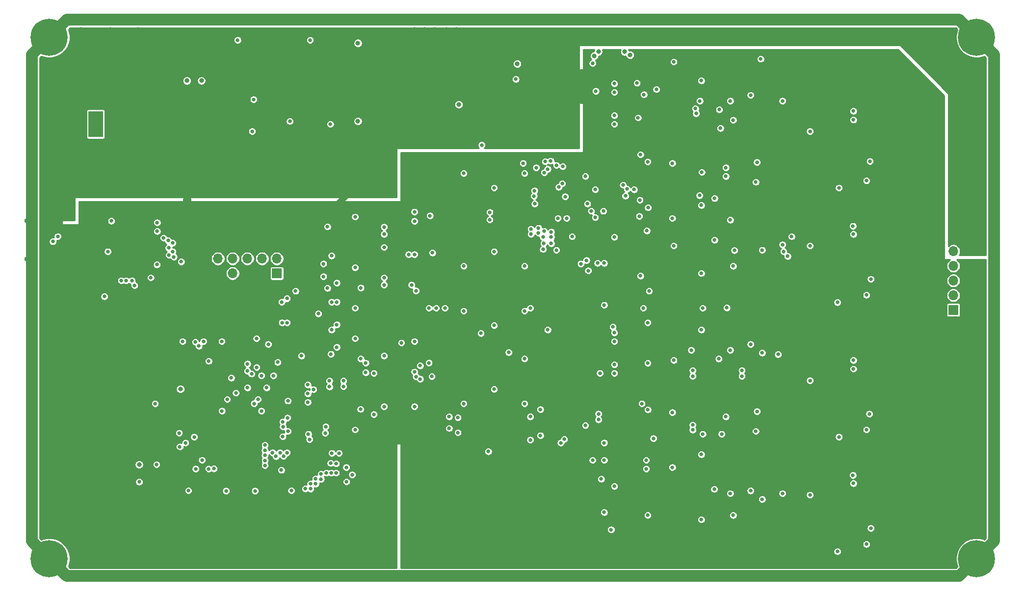
<source format=gbr>
G04 #@! TF.GenerationSoftware,KiCad,Pcbnew,5.1.5*
G04 #@! TF.CreationDate,2020-02-13T08:46:50-05:00*
G04 #@! TF.ProjectId,io-master,696f2d6d-6173-4746-9572-2e6b69636164,A*
G04 #@! TF.SameCoordinates,Original*
G04 #@! TF.FileFunction,Copper,L2,Inr*
G04 #@! TF.FilePolarity,Positive*
%FSLAX46Y46*%
G04 Gerber Fmt 4.6, Leading zero omitted, Abs format (unit mm)*
G04 Created by KiCad (PCBNEW 5.1.5) date 2020-02-13 08:46:50*
%MOMM*%
%LPD*%
G04 APERTURE LIST*
%ADD10C,6.400000*%
%ADD11R,2.500000X4.500000*%
%ADD12O,2.500000X4.500000*%
%ADD13O,4.500000X2.500000*%
%ADD14O,1.600000X0.900000*%
%ADD15R,1.700000X1.700000*%
%ADD16O,1.700000X1.700000*%
%ADD17C,2.800000*%
%ADD18C,0.660000*%
%ADD19C,0.635000*%
%ADD20C,0.812000*%
%ADD21C,2.000000*%
%ADD22C,0.250000*%
G04 APERTURE END LIST*
D10*
X35000000Y-35000000D03*
X195000000Y-35000000D03*
X35000000Y-125000000D03*
X195000000Y-125000000D03*
D11*
X43000000Y-50000000D03*
D12*
X36750000Y-50000000D03*
D13*
X40000000Y-54800000D03*
D14*
X31500000Y-66700000D03*
X31500000Y-73300000D03*
D15*
X74250000Y-75750000D03*
D16*
X74250000Y-73210000D03*
X71710000Y-75750000D03*
X71710000Y-73210000D03*
X69170000Y-75750000D03*
X69170000Y-73210000D03*
X66630000Y-75750000D03*
X66630000Y-73210000D03*
X64090000Y-75750000D03*
X64090000Y-73210000D03*
D17*
X190000000Y-107000000D03*
D15*
X191000000Y-82080000D03*
D16*
X193540000Y-82080000D03*
X191000000Y-79540000D03*
X193540000Y-79540000D03*
X191000000Y-77000000D03*
X193540000Y-77000000D03*
X191000000Y-74460000D03*
X193540000Y-74460000D03*
X191000000Y-71920000D03*
X193540000Y-71920000D03*
D18*
X52000000Y-103000000D03*
X164500000Y-94250000D03*
X169364801Y-97360617D03*
X161250000Y-85500000D03*
X164500000Y-112500000D03*
X168250000Y-123750000D03*
X130750000Y-106500000D03*
X130750000Y-87500000D03*
X128000000Y-104500000D03*
X147500000Y-113750000D03*
X176000000Y-121000000D03*
X144250000Y-99750000D03*
X124500000Y-102000000D03*
X133500000Y-107500000D03*
X130250000Y-118750000D03*
X169400000Y-117299996D03*
X144750000Y-82250000D03*
X150500000Y-118750000D03*
X150500000Y-85500000D03*
X173750000Y-98250000D03*
X130750000Y-103500000D03*
X168750000Y-107750000D03*
X130750000Y-115500000D03*
X144750000Y-114000000D03*
X144250000Y-101250000D03*
X176000000Y-101250000D03*
X161250000Y-100500000D03*
X131000000Y-91500000D03*
X130750000Y-82500000D03*
X168750000Y-88000000D03*
X164500000Y-114000000D03*
X164500000Y-92750000D03*
X161000000Y-116000000D03*
X144250000Y-85500000D03*
X130750000Y-102000000D03*
X144250000Y-109250000D03*
X125500000Y-108000000D03*
X173750000Y-118000000D03*
X130500000Y-84250000D03*
X147500000Y-112250000D03*
X144250000Y-115750000D03*
X150500000Y-107000000D03*
X156250000Y-105750000D03*
X147500000Y-90500000D03*
X127000000Y-110500000D03*
X168250000Y-104000000D03*
X132000000Y-89500000D03*
X130750000Y-112500000D03*
X117000000Y-96750000D03*
X106500000Y-85250000D03*
X111750000Y-97500000D03*
X106500000Y-83750000D03*
X99750000Y-96500000D03*
X111750000Y-83000000D03*
X106500000Y-95250000D03*
X117000000Y-83750000D03*
X99750000Y-87000000D03*
X117000000Y-95250000D03*
X117000000Y-85250000D03*
X106500000Y-96750000D03*
X48250000Y-70250000D03*
X48250000Y-72750000D03*
X50750000Y-72750000D03*
X49500000Y-72750000D03*
X49500000Y-70250000D03*
X50750000Y-70250000D03*
X49500000Y-71500000D03*
X50750000Y-71500000D03*
X48250000Y-71500000D03*
D19*
X74750000Y-43000000D03*
X73750000Y-45000000D03*
X73750000Y-43000000D03*
X73750000Y-44000000D03*
X74750000Y-44000000D03*
X74750000Y-45000000D03*
X72750000Y-43000000D03*
X71750000Y-44000000D03*
X71750000Y-45000000D03*
X72750000Y-45000000D03*
X72750000Y-44000000D03*
X71750000Y-43000000D03*
X66500000Y-45500000D03*
X72970778Y-48027135D03*
X85000000Y-42000000D03*
X35600000Y-75300000D03*
X35600000Y-73400000D03*
X35600000Y-72500000D03*
X35600000Y-74400000D03*
D18*
X35750000Y-58500000D03*
X40500000Y-33600000D03*
X45500000Y-33600000D03*
X50250000Y-33600000D03*
X40500000Y-40500000D03*
X40500000Y-37000000D03*
X33600000Y-40500000D03*
X37000000Y-40500000D03*
X50250000Y-35000000D03*
X49250000Y-35250000D03*
X49250000Y-39000000D03*
X47250000Y-39000000D03*
X44000000Y-40750000D03*
X45500000Y-40750000D03*
X46500000Y-40750000D03*
X33600000Y-56000000D03*
X33700000Y-44000000D03*
X33600000Y-48000000D03*
X33600000Y-52000000D03*
X37000000Y-56000000D03*
X42500000Y-47000000D03*
X42500000Y-44000000D03*
X46250000Y-70000000D03*
X43500000Y-72000000D03*
X52500000Y-78250000D03*
X53250000Y-65250000D03*
X50250000Y-63750000D03*
X48000000Y-64500000D03*
X43750000Y-65000000D03*
X44000000Y-66750000D03*
X44000000Y-68250000D03*
X38750000Y-65750000D03*
X107750000Y-42500000D03*
X113000000Y-45500000D03*
X121000000Y-45500000D03*
X121000000Y-43000000D03*
X115500000Y-45500000D03*
X118250000Y-45500000D03*
X98000000Y-34500000D03*
X74145000Y-39911138D03*
X67500000Y-37000000D03*
X66500000Y-38500000D03*
X111750000Y-73750000D03*
X106500000Y-71500000D03*
X106500000Y-73000000D03*
X117000000Y-73000000D03*
X117000000Y-71500000D03*
X111750000Y-59250000D03*
X117000000Y-60000000D03*
X106500000Y-61500000D03*
X106500000Y-60000000D03*
X99750000Y-72750000D03*
X99750000Y-63250000D03*
X144250000Y-47000000D03*
X131000000Y-48500000D03*
X132000000Y-46500000D03*
X144250000Y-42500000D03*
X169364801Y-54360617D03*
X164500000Y-49750000D03*
X164500000Y-51250000D03*
X168250000Y-61000000D03*
X176000000Y-58250000D03*
X173750000Y-55250000D03*
X168750000Y-45000000D03*
X144250000Y-56750000D03*
X144250000Y-58250000D03*
X130750000Y-59000000D03*
X130750000Y-60500000D03*
X147500000Y-69250000D03*
X150500000Y-64000000D03*
X144250000Y-66250000D03*
X130750000Y-63500000D03*
X133500000Y-64500000D03*
X125500000Y-65000000D03*
X127000000Y-67500000D03*
X128000000Y-61500000D03*
X130750000Y-72500000D03*
X130250000Y-75750000D03*
X144750000Y-71000000D03*
X144250000Y-72750000D03*
X147500000Y-70750000D03*
X150500000Y-75750000D03*
X150500000Y-42500000D03*
X147500000Y-47500000D03*
X168750000Y-64750000D03*
X169400000Y-74299996D03*
X164500000Y-69500000D03*
X164500000Y-71000000D03*
X176000000Y-78000000D03*
X168250000Y-80750000D03*
X173750000Y-75000000D03*
X161000000Y-73000000D03*
X161250000Y-57500000D03*
X156250000Y-62750000D03*
X161250000Y-42500000D03*
X130750000Y-44500000D03*
X130500000Y-41250000D03*
X130750000Y-39500000D03*
X60250000Y-46000000D03*
X98000000Y-33600000D03*
X105250000Y-33600000D03*
X101500000Y-33600000D03*
X99750000Y-33600000D03*
X103500000Y-33600000D03*
X105250000Y-36250000D03*
X105250000Y-34750000D03*
X103000000Y-36250000D03*
X101000000Y-35250000D03*
X99750000Y-34500000D03*
X118250000Y-42250000D03*
X117000000Y-42250000D03*
X117000000Y-44000000D03*
X119000000Y-43000000D03*
X102500000Y-35250000D03*
X122250000Y-38750000D03*
X90500000Y-38500000D03*
X90250000Y-47250000D03*
X89000000Y-40250000D03*
X89000000Y-42750000D03*
X88000000Y-42750000D03*
X87000000Y-42000000D03*
X86000000Y-42750000D03*
X84000000Y-42750000D03*
X82750000Y-42000000D03*
X81250000Y-42250000D03*
X81250000Y-40750000D03*
X77250000Y-40750000D03*
X77250000Y-42250000D03*
X79250000Y-42250000D03*
X79250000Y-40750000D03*
X75000000Y-50000000D03*
X75000000Y-51500000D03*
X73000000Y-52250000D03*
X73000000Y-56250000D03*
X73000000Y-54250000D03*
X74000000Y-52250000D03*
X74000000Y-53250000D03*
X73000000Y-55250000D03*
X73000000Y-53250000D03*
X42500000Y-56000000D03*
X65500000Y-115250000D03*
X70500000Y-115250000D03*
X75000000Y-115500000D03*
X76750000Y-115250000D03*
X65000000Y-90750000D03*
X46500000Y-94500000D03*
X57250000Y-99000000D03*
X57250000Y-106500000D03*
X49250000Y-101250000D03*
X49250000Y-107000000D03*
X49250000Y-103000000D03*
X49250000Y-105000000D03*
X53250000Y-107000000D03*
X53250000Y-101250000D03*
X51250000Y-107000000D03*
X48750000Y-110250000D03*
X48750000Y-111750000D03*
X51750000Y-108750000D03*
X92750000Y-100000000D03*
X92750000Y-91250000D03*
X92750000Y-79000000D03*
X92750000Y-70250000D03*
X130766196Y-69516196D03*
X116931505Y-61431505D03*
X87750000Y-64250000D03*
X85500000Y-67750000D03*
X85500000Y-69500000D03*
X87750000Y-83500000D03*
X85500000Y-76500000D03*
X85500000Y-78250000D03*
X87750000Y-73000000D03*
X87750000Y-85250000D03*
X85500000Y-88750000D03*
X85500000Y-90500000D03*
X87750000Y-95750000D03*
X87750000Y-104500000D03*
X78500000Y-88250000D03*
X80250000Y-87750000D03*
X76200000Y-104000000D03*
X81300000Y-103500000D03*
X58776273Y-109500000D03*
X65000000Y-109750000D03*
X70000000Y-109750000D03*
X51500000Y-98250000D03*
X35000000Y-96500000D03*
X35500000Y-107750000D03*
X64750000Y-85750000D03*
X58000000Y-85750000D03*
X44500000Y-84750000D03*
X50750000Y-78000000D03*
X55250000Y-68250000D03*
X54204938Y-75000000D03*
X55500000Y-67000000D03*
X59000000Y-115250000D03*
X70750000Y-85000000D03*
X69750000Y-86000000D03*
X86000000Y-98250000D03*
X80400000Y-98730000D03*
X79000000Y-91930010D03*
X69915328Y-90889770D03*
X76066260Y-98619001D03*
X144233804Y-89516196D03*
X144750000Y-39355010D03*
X124592702Y-59144716D03*
D19*
X35600000Y-71600000D03*
D18*
X70250000Y-45750000D03*
X76500000Y-49500000D03*
X130750000Y-117000000D03*
X153000000Y-117500000D03*
X127500000Y-102000000D03*
X132500000Y-87500000D03*
X117000000Y-98250000D03*
X106500000Y-82250000D03*
X99000000Y-94000000D03*
X117000000Y-82250000D03*
X106500000Y-98250000D03*
X45100000Y-72000000D03*
X53550000Y-74250000D03*
X53600000Y-68500000D03*
X45700000Y-66700000D03*
X115500000Y-42250000D03*
X106500000Y-74500000D03*
X117000000Y-74500000D03*
X117000000Y-58500000D03*
X106500000Y-58500000D03*
X128500000Y-65000000D03*
X127500000Y-59000000D03*
X130750000Y-74000000D03*
X153000000Y-74500000D03*
X132500000Y-44500000D03*
X87750000Y-66000000D03*
X87750000Y-74750000D03*
X87750000Y-81750000D03*
X87750000Y-87000000D03*
X130750000Y-81230010D03*
X87750000Y-102750000D03*
X78500000Y-90000000D03*
X79700000Y-103500000D03*
X59000000Y-113250000D03*
X53250000Y-98250000D03*
X64750000Y-87500000D03*
X58000000Y-87500000D03*
X44500000Y-79750000D03*
D20*
X57620326Y-95712469D03*
D18*
X50500000Y-111750000D03*
X53500000Y-108750000D03*
D20*
X58750000Y-42500000D03*
D18*
X70750000Y-87000000D03*
X89600000Y-91230000D03*
X89599967Y-92873228D03*
X79600000Y-98000000D03*
X80600000Y-95800000D03*
X130750000Y-108000000D03*
X128750000Y-108000000D03*
X147750000Y-81750000D03*
D20*
X61250000Y-42500000D03*
D18*
X124000000Y-62500000D03*
X129300000Y-44300000D03*
X146500000Y-47300000D03*
X151900000Y-81700000D03*
X134400000Y-62400000D03*
X130600000Y-65000000D03*
X136900000Y-63100000D03*
X109600000Y-53600000D03*
X65500000Y-113300000D03*
X70500000Y-113300000D03*
X76750000Y-113250000D03*
X127850000Y-63750000D03*
X101100000Y-72200000D03*
X75023705Y-109702073D03*
X72200000Y-105399996D03*
X57400000Y-103300000D03*
D20*
X50500000Y-108750000D03*
D18*
X53600000Y-67000000D03*
X52500000Y-76500000D03*
X176000000Y-102750000D03*
X150500000Y-90500000D03*
X151750000Y-100500000D03*
X161500000Y-113750000D03*
X176500000Y-100000000D03*
X166250000Y-94250000D03*
X142500000Y-99750000D03*
X130750000Y-105000000D03*
X176750000Y-119750000D03*
X166250000Y-114000000D03*
X132500000Y-112500000D03*
X132500000Y-91500000D03*
X176000000Y-122500000D03*
X111750000Y-95750000D03*
X67500000Y-35500000D03*
X80000000Y-35500000D03*
X111750000Y-72000000D03*
X132500000Y-48500000D03*
X166250000Y-51250000D03*
X176000000Y-59750000D03*
X142500000Y-56750000D03*
X132500000Y-69500000D03*
X176750000Y-76750000D03*
X176000000Y-79500000D03*
X151750000Y-57500000D03*
X161500000Y-46000000D03*
X149750000Y-113000000D03*
X147750000Y-103500000D03*
X151000000Y-103500000D03*
X160750000Y-89750000D03*
D20*
X88250000Y-36000000D03*
D18*
X176600000Y-56400000D03*
X150600000Y-47500000D03*
X136600000Y-48900000D03*
X137600000Y-44900000D03*
X161500000Y-70800000D03*
X166250000Y-71000000D03*
X138100000Y-68400000D03*
X146606670Y-48153361D03*
X149800000Y-70000000D03*
X147500000Y-107000000D03*
X147500000Y-85500000D03*
X142500000Y-109250000D03*
X132500000Y-86000000D03*
X152500000Y-113750000D03*
X171250000Y-104000000D03*
X171000000Y-123750000D03*
X152500000Y-89000000D03*
X111750000Y-84750000D03*
X70000000Y-51250000D03*
X83500000Y-50000000D03*
X111750000Y-61000000D03*
X171250000Y-61000000D03*
X147500000Y-64000000D03*
X142500000Y-66250000D03*
X147500000Y-75750000D03*
X147500000Y-42500000D03*
X171000000Y-80750000D03*
X152500000Y-46000000D03*
X132500000Y-43000000D03*
X147500000Y-118250000D03*
X139250000Y-104250000D03*
D20*
X88250000Y-49500000D03*
D18*
X163100000Y-69400000D03*
X162400000Y-72800000D03*
X129200000Y-66100000D03*
X129200000Y-61300000D03*
X147600000Y-58300000D03*
X152500000Y-66530000D03*
X149800000Y-62800000D03*
X134000000Y-60500000D03*
X161700000Y-72000000D03*
X153200000Y-71800000D03*
X158000000Y-89480002D03*
X138250000Y-84250000D03*
X121000000Y-85495000D03*
X142750000Y-90750000D03*
X146016188Y-92516188D03*
X154500000Y-92500000D03*
X156000000Y-88000000D03*
X109475000Y-86100000D03*
X138250000Y-91250000D03*
X146000000Y-93500000D03*
X154500000Y-93500000D03*
X132250000Y-85000000D03*
X158000000Y-114750000D03*
X105500000Y-100645000D03*
X138250000Y-117500000D03*
X105500000Y-103250000D03*
X156000000Y-113269998D03*
X131943750Y-120000000D03*
X118000000Y-104500000D03*
X118000000Y-100500000D03*
X120552800Y-56447200D03*
X128750010Y-39500000D03*
X157750000Y-38750000D03*
X142750000Y-39250012D03*
X119000000Y-57500000D03*
X156000000Y-45000000D03*
X116750000Y-56750000D03*
X121512795Y-56342805D03*
X136400000Y-42900000D03*
X153000000Y-49300000D03*
X150800004Y-50700000D03*
X142750000Y-71000000D03*
X158000000Y-71750000D03*
X129600000Y-74000000D03*
X127700000Y-73500000D03*
X121605000Y-69500000D03*
X120200000Y-69500000D03*
X119405010Y-68800000D03*
X118100000Y-69000000D03*
X120300000Y-70600000D03*
X121605000Y-70600000D03*
X126700000Y-74100000D03*
X127991188Y-75291188D03*
X138500000Y-78800000D03*
X137000000Y-76200000D03*
D20*
X105650000Y-46600000D03*
X115750000Y-39600000D03*
D18*
X92750000Y-98750000D03*
X98000000Y-98750000D03*
X88700000Y-99200000D03*
X64800000Y-99500000D03*
X71600000Y-99500000D03*
X92750000Y-90000000D03*
X101750000Y-81750000D03*
X95750000Y-87750000D03*
X88750000Y-90500000D03*
X71000000Y-97500000D03*
X65700000Y-97500000D03*
X137500000Y-81750000D03*
X92750000Y-77750000D03*
X97500000Y-77750000D03*
X88750000Y-78250000D03*
X66399998Y-93800000D03*
X71600000Y-93400000D03*
X73680010Y-93400000D03*
X92750000Y-69000000D03*
X139750000Y-44000000D03*
X76158991Y-97764003D03*
X70320002Y-98220000D03*
X123600000Y-57300000D03*
X118647825Y-62419784D03*
X35600000Y-70250002D03*
X36465300Y-69384700D03*
X81400000Y-82700000D03*
X77500000Y-78800000D03*
X76000000Y-84250000D03*
X75999992Y-80100000D03*
X75139587Y-84250000D03*
X75100002Y-80700000D03*
X156920000Y-103000000D03*
X157097886Y-99578871D03*
X173750000Y-112000000D03*
X173662500Y-110600000D03*
X173750000Y-69000000D03*
X173662500Y-67600000D03*
X173750000Y-47750000D03*
X173750000Y-49250000D03*
X157097886Y-56578871D03*
X156920000Y-60000000D03*
X173750000Y-90750000D03*
X173750000Y-92250000D03*
X84994968Y-106799992D03*
X84500000Y-108600000D03*
X130250000Y-111250000D03*
X110750000Y-106500000D03*
X100500000Y-81750000D03*
X145750000Y-89000000D03*
X100500000Y-91200000D03*
X98000000Y-72500000D03*
X98000000Y-66750000D03*
X79600000Y-95000000D03*
X76010012Y-106700000D03*
X80934583Y-111190634D03*
X123858120Y-104391880D03*
X99000179Y-91692505D03*
X98254334Y-93571532D03*
X122891887Y-60858113D03*
X120391887Y-58358113D03*
X98000000Y-65145000D03*
X129750000Y-101000000D03*
X85750010Y-95300000D03*
X83345113Y-95319996D03*
X146000000Y-102769990D03*
X100997378Y-93550288D03*
X98000000Y-92750000D03*
X98000000Y-87500000D03*
X97000000Y-72500000D03*
X79600000Y-96500000D03*
X75277800Y-103922200D03*
X81900000Y-111265045D03*
X123250012Y-105000000D03*
X123500000Y-60250000D03*
X121000000Y-57750000D03*
X103250000Y-81750000D03*
X118000000Y-81750000D03*
X91000000Y-93000000D03*
X91000000Y-100100000D03*
X83750000Y-106800000D03*
X83535016Y-108510247D03*
X129750000Y-100000000D03*
X85750010Y-94300000D03*
X83339999Y-94299999D03*
X146000000Y-101909977D03*
X92750000Y-76500000D03*
X98250000Y-78750000D03*
X84600000Y-77400000D03*
X84600000Y-80700000D03*
X84600000Y-84600000D03*
X84600002Y-88500000D03*
X72500000Y-95500000D03*
X69194990Y-95500000D03*
X82300002Y-76300000D03*
X82300000Y-74100000D03*
D20*
X129000000Y-38250000D03*
X135223872Y-38068990D03*
D18*
X147250000Y-46000000D03*
X92750000Y-67750000D03*
X83589991Y-89699583D03*
X83709792Y-72709792D03*
X83700000Y-80700000D03*
X83700000Y-85500000D03*
X118733822Y-61483806D03*
X122500000Y-57100000D03*
X151750000Y-59000000D03*
X122500000Y-71750000D03*
X122750000Y-66250000D03*
X124250000Y-66250000D03*
X147200000Y-62300000D03*
X135905000Y-61300000D03*
X134695000Y-61200000D03*
X92750000Y-71250000D03*
X72780000Y-87996602D03*
X69900000Y-93100006D03*
X118750000Y-63750000D03*
D20*
X134250000Y-37500000D03*
X129750000Y-37500000D03*
D18*
X83000000Y-78300000D03*
X83000000Y-67700000D03*
X74400000Y-91100000D03*
X67200000Y-96400000D03*
X104000000Y-102500000D03*
X104000000Y-100500000D03*
X119750000Y-99250000D03*
X119750000Y-103750000D03*
X132500000Y-93000000D03*
X130000000Y-93000000D03*
X114250000Y-89395000D03*
X117000000Y-90500000D03*
X138000006Y-108000000D03*
X138000000Y-109500000D03*
X137250000Y-98250000D03*
X138282980Y-99282980D03*
X120200000Y-71600000D03*
X125200000Y-69400000D03*
X118100000Y-68100000D03*
X119405000Y-67939999D03*
X120395000Y-68500000D03*
X121605000Y-68600000D03*
X132500000Y-50000000D03*
X100700000Y-65800000D03*
X111000000Y-65200000D03*
X111000000Y-66505000D03*
X136800000Y-65900000D03*
X138300000Y-64400000D03*
X137000000Y-55250000D03*
X138250000Y-56500000D03*
X83640015Y-110206722D03*
X75300000Y-101378911D03*
X76100000Y-100700000D03*
X84500000Y-110200000D03*
X75405010Y-107313776D03*
X80967828Y-112083889D03*
X74800000Y-106700000D03*
X80066966Y-112074035D03*
X74105010Y-107342587D03*
X80083808Y-112950886D03*
X73500000Y-106700000D03*
X79172978Y-112931066D03*
X61595000Y-87500000D03*
X70772196Y-91972196D03*
X60800000Y-88300000D03*
X69195448Y-92606825D03*
X60195000Y-87600000D03*
X69200000Y-91367186D03*
X75304304Y-102238912D03*
X82778776Y-110201098D03*
X87250000Y-110500000D03*
X82600000Y-103300000D03*
X79900000Y-104399996D03*
X86277807Y-111722193D03*
X76200000Y-103000000D03*
X81900000Y-110405032D03*
X82700000Y-102200000D03*
X86250000Y-109250000D03*
X49250000Y-77000000D03*
X59999992Y-104000000D03*
X48250000Y-77000000D03*
X58500000Y-105000000D03*
X47389987Y-77000000D03*
X57521956Y-105684131D03*
X54718080Y-69645000D03*
X61355000Y-107994990D03*
X49702818Y-77852214D03*
X60250000Y-109500000D03*
X55500000Y-70093439D03*
X62500000Y-109500000D03*
X56263022Y-70506771D03*
X63400000Y-109475002D03*
X55582574Y-71355010D03*
X72198005Y-108900486D03*
X56270414Y-71999992D03*
X72200150Y-108040477D03*
X55628577Y-72605002D03*
X72196729Y-107180472D03*
X56496070Y-72910496D03*
X72190322Y-106298187D03*
X57750000Y-73750000D03*
X62500000Y-90899986D03*
D21*
X198000000Y-122000000D02*
X198000000Y-38000000D01*
X198000000Y-38000000D02*
X195000000Y-35000000D01*
X195000000Y-125000000D02*
X198000000Y-122000000D01*
X192000000Y-128000000D02*
X38000000Y-128000000D01*
X195000000Y-125000000D02*
X192000000Y-128000000D01*
X38000000Y-128000000D02*
X35000000Y-125000000D01*
X192000000Y-32000000D02*
X195000000Y-35000000D01*
X66000000Y-32000000D02*
X192000000Y-32000000D01*
X38000000Y-32000000D02*
X66000000Y-32000000D01*
X35000000Y-35000000D02*
X38000000Y-32000000D01*
X35000000Y-35000000D02*
X32000000Y-38000000D01*
X32000000Y-38000000D02*
X32000000Y-122000000D01*
X32000000Y-122000000D02*
X35000000Y-125000000D01*
D22*
G36*
X191694270Y-33638813D02*
G01*
X191562385Y-33957211D01*
X191425000Y-34647893D01*
X191425000Y-35352107D01*
X191562385Y-36042789D01*
X191831876Y-36693398D01*
X192223116Y-37278930D01*
X192721070Y-37776884D01*
X193306602Y-38168124D01*
X193957211Y-38437615D01*
X194647893Y-38575000D01*
X195352107Y-38575000D01*
X196042789Y-38437615D01*
X196361187Y-38305730D01*
X196625001Y-38569545D01*
X196625001Y-72625000D01*
X192002229Y-72625000D01*
X192085581Y-72500255D01*
X192177924Y-72277319D01*
X192225000Y-72040652D01*
X192225000Y-71799348D01*
X192177924Y-71562681D01*
X192085581Y-71339745D01*
X191951519Y-71139108D01*
X191780892Y-70968481D01*
X191580255Y-70834419D01*
X191357319Y-70742076D01*
X191120652Y-70695000D01*
X190879348Y-70695000D01*
X190642681Y-70742076D01*
X190419745Y-70834419D01*
X190219108Y-70968481D01*
X190125000Y-71062589D01*
X190125000Y-44750000D01*
X190122598Y-44725614D01*
X190115485Y-44702165D01*
X190103934Y-44680554D01*
X190088388Y-44661612D01*
X181838388Y-36411612D01*
X181819446Y-36396066D01*
X181797835Y-36384515D01*
X181774386Y-36377402D01*
X181750000Y-36375000D01*
X126500000Y-36375000D01*
X126475614Y-36377402D01*
X126452165Y-36384515D01*
X126430554Y-36396066D01*
X126411612Y-36411612D01*
X126396066Y-36430554D01*
X126384515Y-36452165D01*
X126377402Y-36475614D01*
X126375000Y-36500000D01*
X126375000Y-54125000D01*
X110072020Y-54125000D01*
X110147609Y-54049411D01*
X110224763Y-53933943D01*
X110277907Y-53805641D01*
X110305000Y-53669436D01*
X110305000Y-53530564D01*
X110277907Y-53394359D01*
X110224763Y-53266057D01*
X110147609Y-53150589D01*
X110049411Y-53052391D01*
X109933943Y-52975237D01*
X109805641Y-52922093D01*
X109669436Y-52895000D01*
X109530564Y-52895000D01*
X109394359Y-52922093D01*
X109266057Y-52975237D01*
X109150589Y-53052391D01*
X109052391Y-53150589D01*
X108975237Y-53266057D01*
X108922093Y-53394359D01*
X108895000Y-53530564D01*
X108895000Y-53669436D01*
X108922093Y-53805641D01*
X108975237Y-53933943D01*
X109052391Y-54049411D01*
X109127980Y-54125000D01*
X95000000Y-54125000D01*
X94975614Y-54127402D01*
X94952165Y-54134515D01*
X94930554Y-54146066D01*
X94911612Y-54161612D01*
X94896066Y-54180554D01*
X94884515Y-54202165D01*
X94877402Y-54225614D01*
X94875000Y-54250000D01*
X94875000Y-62625000D01*
X86500000Y-62625000D01*
X86475614Y-62627402D01*
X86452165Y-62634515D01*
X86430554Y-62646066D01*
X86411612Y-62661612D01*
X85911612Y-63161612D01*
X85896066Y-63180554D01*
X85884515Y-63202165D01*
X85877402Y-63225614D01*
X85875000Y-63250000D01*
X85877402Y-63274386D01*
X85884515Y-63297835D01*
X85896066Y-63319446D01*
X85911612Y-63338388D01*
X85930554Y-63353934D01*
X85952165Y-63365485D01*
X85975614Y-63372598D01*
X86000000Y-63375000D01*
X95500000Y-63375000D01*
X95524386Y-63372598D01*
X95547835Y-63365485D01*
X95569446Y-63353934D01*
X95588388Y-63338388D01*
X95603934Y-63319446D01*
X95615485Y-63297835D01*
X95622598Y-63274386D01*
X95625000Y-63250000D01*
X95625000Y-62350348D01*
X117942825Y-62350348D01*
X117942825Y-62489220D01*
X117969918Y-62625425D01*
X118023062Y-62753727D01*
X118100216Y-62869195D01*
X118198414Y-62967393D01*
X118313882Y-63044547D01*
X118442184Y-63097691D01*
X118469461Y-63103117D01*
X118416057Y-63125237D01*
X118300589Y-63202391D01*
X118202391Y-63300589D01*
X118125237Y-63416057D01*
X118072093Y-63544359D01*
X118045000Y-63680564D01*
X118045000Y-63819436D01*
X118072093Y-63955641D01*
X118125237Y-64083943D01*
X118202391Y-64199411D01*
X118300589Y-64297609D01*
X118416057Y-64374763D01*
X118544359Y-64427907D01*
X118680564Y-64455000D01*
X118819436Y-64455000D01*
X118955641Y-64427907D01*
X119083943Y-64374763D01*
X119199411Y-64297609D01*
X119297609Y-64199411D01*
X119374763Y-64083943D01*
X119427907Y-63955641D01*
X119455000Y-63819436D01*
X119455000Y-63680564D01*
X127145000Y-63680564D01*
X127145000Y-63819436D01*
X127172093Y-63955641D01*
X127225237Y-64083943D01*
X127302391Y-64199411D01*
X127400589Y-64297609D01*
X127516057Y-64374763D01*
X127644359Y-64427907D01*
X127780564Y-64455000D01*
X127919436Y-64455000D01*
X128055641Y-64427907D01*
X128138753Y-64393481D01*
X128050589Y-64452391D01*
X127952391Y-64550589D01*
X127875237Y-64666057D01*
X127822093Y-64794359D01*
X127795000Y-64930564D01*
X127795000Y-65069436D01*
X127822093Y-65205641D01*
X127875237Y-65333943D01*
X127952391Y-65449411D01*
X128050589Y-65547609D01*
X128166057Y-65624763D01*
X128294359Y-65677907D01*
X128430564Y-65705000D01*
X128569436Y-65705000D01*
X128623177Y-65694310D01*
X128575237Y-65766057D01*
X128522093Y-65894359D01*
X128495000Y-66030564D01*
X128495000Y-66169436D01*
X128522093Y-66305641D01*
X128575237Y-66433943D01*
X128652391Y-66549411D01*
X128750589Y-66647609D01*
X128866057Y-66724763D01*
X128994359Y-66777907D01*
X129130564Y-66805000D01*
X129269436Y-66805000D01*
X129405641Y-66777907D01*
X129533943Y-66724763D01*
X129649411Y-66647609D01*
X129747609Y-66549411D01*
X129824763Y-66433943D01*
X129877907Y-66305641D01*
X129905000Y-66169436D01*
X129905000Y-66030564D01*
X129877907Y-65894359D01*
X129851483Y-65830564D01*
X136095000Y-65830564D01*
X136095000Y-65969436D01*
X136122093Y-66105641D01*
X136175237Y-66233943D01*
X136252391Y-66349411D01*
X136350589Y-66447609D01*
X136466057Y-66524763D01*
X136594359Y-66577907D01*
X136730564Y-66605000D01*
X136869436Y-66605000D01*
X137005641Y-66577907D01*
X137133943Y-66524763D01*
X137249411Y-66447609D01*
X137347609Y-66349411D01*
X137424763Y-66233943D01*
X137446873Y-66180564D01*
X141795000Y-66180564D01*
X141795000Y-66319436D01*
X141822093Y-66455641D01*
X141875237Y-66583943D01*
X141952391Y-66699411D01*
X142050589Y-66797609D01*
X142166057Y-66874763D01*
X142294359Y-66927907D01*
X142430564Y-66955000D01*
X142569436Y-66955000D01*
X142705641Y-66927907D01*
X142833943Y-66874763D01*
X142949411Y-66797609D01*
X143047609Y-66699411D01*
X143124763Y-66583943D01*
X143175867Y-66460564D01*
X151795000Y-66460564D01*
X151795000Y-66599436D01*
X151822093Y-66735641D01*
X151875237Y-66863943D01*
X151952391Y-66979411D01*
X152050589Y-67077609D01*
X152166057Y-67154763D01*
X152294359Y-67207907D01*
X152430564Y-67235000D01*
X152569436Y-67235000D01*
X152705641Y-67207907D01*
X152833943Y-67154763D01*
X152949411Y-67077609D01*
X153047609Y-66979411D01*
X153124763Y-66863943D01*
X153177907Y-66735641D01*
X153205000Y-66599436D01*
X153205000Y-66460564D01*
X153177907Y-66324359D01*
X153124763Y-66196057D01*
X153047609Y-66080589D01*
X152949411Y-65982391D01*
X152833943Y-65905237D01*
X152705641Y-65852093D01*
X152569436Y-65825000D01*
X152430564Y-65825000D01*
X152294359Y-65852093D01*
X152166057Y-65905237D01*
X152050589Y-65982391D01*
X151952391Y-66080589D01*
X151875237Y-66196057D01*
X151822093Y-66324359D01*
X151795000Y-66460564D01*
X143175867Y-66460564D01*
X143177907Y-66455641D01*
X143205000Y-66319436D01*
X143205000Y-66180564D01*
X143177907Y-66044359D01*
X143124763Y-65916057D01*
X143047609Y-65800589D01*
X142949411Y-65702391D01*
X142833943Y-65625237D01*
X142705641Y-65572093D01*
X142569436Y-65545000D01*
X142430564Y-65545000D01*
X142294359Y-65572093D01*
X142166057Y-65625237D01*
X142050589Y-65702391D01*
X141952391Y-65800589D01*
X141875237Y-65916057D01*
X141822093Y-66044359D01*
X141795000Y-66180564D01*
X137446873Y-66180564D01*
X137477907Y-66105641D01*
X137505000Y-65969436D01*
X137505000Y-65830564D01*
X137477907Y-65694359D01*
X137424763Y-65566057D01*
X137347609Y-65450589D01*
X137249411Y-65352391D01*
X137133943Y-65275237D01*
X137005641Y-65222093D01*
X136869436Y-65195000D01*
X136730564Y-65195000D01*
X136594359Y-65222093D01*
X136466057Y-65275237D01*
X136350589Y-65352391D01*
X136252391Y-65450589D01*
X136175237Y-65566057D01*
X136122093Y-65694359D01*
X136095000Y-65830564D01*
X129851483Y-65830564D01*
X129824763Y-65766057D01*
X129747609Y-65650589D01*
X129649411Y-65552391D01*
X129533943Y-65475237D01*
X129405641Y-65422093D01*
X129269436Y-65395000D01*
X129130564Y-65395000D01*
X129076823Y-65405690D01*
X129124763Y-65333943D01*
X129177907Y-65205641D01*
X129205000Y-65069436D01*
X129205000Y-64930564D01*
X129895000Y-64930564D01*
X129895000Y-65069436D01*
X129922093Y-65205641D01*
X129975237Y-65333943D01*
X130052391Y-65449411D01*
X130150589Y-65547609D01*
X130266057Y-65624763D01*
X130394359Y-65677907D01*
X130530564Y-65705000D01*
X130669436Y-65705000D01*
X130805641Y-65677907D01*
X130933943Y-65624763D01*
X131049411Y-65547609D01*
X131147609Y-65449411D01*
X131224763Y-65333943D01*
X131277907Y-65205641D01*
X131305000Y-65069436D01*
X131305000Y-64930564D01*
X131277907Y-64794359D01*
X131224763Y-64666057D01*
X131147609Y-64550589D01*
X131049411Y-64452391D01*
X130933943Y-64375237D01*
X130826092Y-64330564D01*
X137595000Y-64330564D01*
X137595000Y-64469436D01*
X137622093Y-64605641D01*
X137675237Y-64733943D01*
X137752391Y-64849411D01*
X137850589Y-64947609D01*
X137966057Y-65024763D01*
X138094359Y-65077907D01*
X138230564Y-65105000D01*
X138369436Y-65105000D01*
X138505641Y-65077907D01*
X138633943Y-65024763D01*
X138749411Y-64947609D01*
X138847609Y-64849411D01*
X138924763Y-64733943D01*
X138977907Y-64605641D01*
X139005000Y-64469436D01*
X139005000Y-64330564D01*
X138977907Y-64194359D01*
X138924763Y-64066057D01*
X138847609Y-63950589D01*
X138827584Y-63930564D01*
X146795000Y-63930564D01*
X146795000Y-64069436D01*
X146822093Y-64205641D01*
X146875237Y-64333943D01*
X146952391Y-64449411D01*
X147050589Y-64547609D01*
X147166057Y-64624763D01*
X147294359Y-64677907D01*
X147430564Y-64705000D01*
X147569436Y-64705000D01*
X147705641Y-64677907D01*
X147833943Y-64624763D01*
X147949411Y-64547609D01*
X148047609Y-64449411D01*
X148124763Y-64333943D01*
X148177907Y-64205641D01*
X148205000Y-64069436D01*
X148205000Y-63930564D01*
X148177907Y-63794359D01*
X148124763Y-63666057D01*
X148047609Y-63550589D01*
X147949411Y-63452391D01*
X147833943Y-63375237D01*
X147705641Y-63322093D01*
X147569436Y-63295000D01*
X147430564Y-63295000D01*
X147294359Y-63322093D01*
X147166057Y-63375237D01*
X147050589Y-63452391D01*
X146952391Y-63550589D01*
X146875237Y-63666057D01*
X146822093Y-63794359D01*
X146795000Y-63930564D01*
X138827584Y-63930564D01*
X138749411Y-63852391D01*
X138633943Y-63775237D01*
X138505641Y-63722093D01*
X138369436Y-63695000D01*
X138230564Y-63695000D01*
X138094359Y-63722093D01*
X137966057Y-63775237D01*
X137850589Y-63852391D01*
X137752391Y-63950589D01*
X137675237Y-64066057D01*
X137622093Y-64194359D01*
X137595000Y-64330564D01*
X130826092Y-64330564D01*
X130805641Y-64322093D01*
X130669436Y-64295000D01*
X130530564Y-64295000D01*
X130394359Y-64322093D01*
X130266057Y-64375237D01*
X130150589Y-64452391D01*
X130052391Y-64550589D01*
X129975237Y-64666057D01*
X129922093Y-64794359D01*
X129895000Y-64930564D01*
X129205000Y-64930564D01*
X129177907Y-64794359D01*
X129124763Y-64666057D01*
X129047609Y-64550589D01*
X128949411Y-64452391D01*
X128833943Y-64375237D01*
X128705641Y-64322093D01*
X128569436Y-64295000D01*
X128430564Y-64295000D01*
X128294359Y-64322093D01*
X128211247Y-64356519D01*
X128299411Y-64297609D01*
X128397609Y-64199411D01*
X128474763Y-64083943D01*
X128527907Y-63955641D01*
X128555000Y-63819436D01*
X128555000Y-63680564D01*
X128527907Y-63544359D01*
X128474763Y-63416057D01*
X128397609Y-63300589D01*
X128299411Y-63202391D01*
X128183943Y-63125237D01*
X128055641Y-63072093D01*
X127919436Y-63045000D01*
X127780564Y-63045000D01*
X127644359Y-63072093D01*
X127516057Y-63125237D01*
X127400589Y-63202391D01*
X127302391Y-63300589D01*
X127225237Y-63416057D01*
X127172093Y-63544359D01*
X127145000Y-63680564D01*
X119455000Y-63680564D01*
X119427907Y-63544359D01*
X119374763Y-63416057D01*
X119297609Y-63300589D01*
X119199411Y-63202391D01*
X119083943Y-63125237D01*
X118955641Y-63072093D01*
X118928364Y-63066667D01*
X118981768Y-63044547D01*
X119097236Y-62967393D01*
X119195434Y-62869195D01*
X119272588Y-62753727D01*
X119325732Y-62625425D01*
X119352825Y-62489220D01*
X119352825Y-62430564D01*
X123295000Y-62430564D01*
X123295000Y-62569436D01*
X123322093Y-62705641D01*
X123375237Y-62833943D01*
X123452391Y-62949411D01*
X123550589Y-63047609D01*
X123666057Y-63124763D01*
X123794359Y-63177907D01*
X123930564Y-63205000D01*
X124069436Y-63205000D01*
X124205641Y-63177907D01*
X124333943Y-63124763D01*
X124449411Y-63047609D01*
X124547609Y-62949411D01*
X124624763Y-62833943D01*
X124677907Y-62705641D01*
X124705000Y-62569436D01*
X124705000Y-62430564D01*
X124677907Y-62294359D01*
X124624763Y-62166057D01*
X124547609Y-62050589D01*
X124449411Y-61952391D01*
X124333943Y-61875237D01*
X124205641Y-61822093D01*
X124069436Y-61795000D01*
X123930564Y-61795000D01*
X123794359Y-61822093D01*
X123666057Y-61875237D01*
X123550589Y-61952391D01*
X123452391Y-62050589D01*
X123375237Y-62166057D01*
X123322093Y-62294359D01*
X123295000Y-62430564D01*
X119352825Y-62430564D01*
X119352825Y-62350348D01*
X119325732Y-62214143D01*
X119272588Y-62085841D01*
X119214997Y-61999651D01*
X119281431Y-61933217D01*
X119358585Y-61817749D01*
X119411729Y-61689447D01*
X119438822Y-61553242D01*
X119438822Y-61414370D01*
X119411729Y-61278165D01*
X119358585Y-61149863D01*
X119281431Y-61034395D01*
X119183233Y-60936197D01*
X119067765Y-60859043D01*
X118939463Y-60805899D01*
X118852883Y-60788677D01*
X122186887Y-60788677D01*
X122186887Y-60927549D01*
X122213980Y-61063754D01*
X122267124Y-61192056D01*
X122344278Y-61307524D01*
X122442476Y-61405722D01*
X122557944Y-61482876D01*
X122686246Y-61536020D01*
X122822451Y-61563113D01*
X122961323Y-61563113D01*
X123097528Y-61536020D01*
X123225830Y-61482876D01*
X123341298Y-61405722D01*
X123439496Y-61307524D01*
X123490919Y-61230564D01*
X128495000Y-61230564D01*
X128495000Y-61369436D01*
X128522093Y-61505641D01*
X128575237Y-61633943D01*
X128652391Y-61749411D01*
X128750589Y-61847609D01*
X128866057Y-61924763D01*
X128994359Y-61977907D01*
X129130564Y-62005000D01*
X129269436Y-62005000D01*
X129405641Y-61977907D01*
X129533943Y-61924763D01*
X129649411Y-61847609D01*
X129747609Y-61749411D01*
X129824763Y-61633943D01*
X129877907Y-61505641D01*
X129905000Y-61369436D01*
X129905000Y-61230564D01*
X129877907Y-61094359D01*
X129824763Y-60966057D01*
X129747609Y-60850589D01*
X129649411Y-60752391D01*
X129533943Y-60675237D01*
X129405641Y-60622093D01*
X129269436Y-60595000D01*
X129130564Y-60595000D01*
X128994359Y-60622093D01*
X128866057Y-60675237D01*
X128750589Y-60752391D01*
X128652391Y-60850589D01*
X128575237Y-60966057D01*
X128522093Y-61094359D01*
X128495000Y-61230564D01*
X123490919Y-61230564D01*
X123516650Y-61192056D01*
X123569794Y-61063754D01*
X123592333Y-60950446D01*
X123705641Y-60927907D01*
X123833943Y-60874763D01*
X123949411Y-60797609D01*
X124047609Y-60699411D01*
X124124763Y-60583943D01*
X124177907Y-60455641D01*
X124182895Y-60430564D01*
X133295000Y-60430564D01*
X133295000Y-60569436D01*
X133322093Y-60705641D01*
X133375237Y-60833943D01*
X133452391Y-60949411D01*
X133550589Y-61047609D01*
X133666057Y-61124763D01*
X133794359Y-61177907D01*
X133930564Y-61205000D01*
X133990000Y-61205000D01*
X133990000Y-61269436D01*
X134017093Y-61405641D01*
X134070237Y-61533943D01*
X134147391Y-61649411D01*
X134215807Y-61717827D01*
X134194359Y-61722093D01*
X134066057Y-61775237D01*
X133950589Y-61852391D01*
X133852391Y-61950589D01*
X133775237Y-62066057D01*
X133722093Y-62194359D01*
X133695000Y-62330564D01*
X133695000Y-62469436D01*
X133722093Y-62605641D01*
X133775237Y-62733943D01*
X133852391Y-62849411D01*
X133950589Y-62947609D01*
X134066057Y-63024763D01*
X134194359Y-63077907D01*
X134330564Y-63105000D01*
X134469436Y-63105000D01*
X134605641Y-63077907D01*
X134719938Y-63030564D01*
X136195000Y-63030564D01*
X136195000Y-63169436D01*
X136222093Y-63305641D01*
X136275237Y-63433943D01*
X136352391Y-63549411D01*
X136450589Y-63647609D01*
X136566057Y-63724763D01*
X136694359Y-63777907D01*
X136830564Y-63805000D01*
X136969436Y-63805000D01*
X137105641Y-63777907D01*
X137233943Y-63724763D01*
X137349411Y-63647609D01*
X137447609Y-63549411D01*
X137524763Y-63433943D01*
X137577907Y-63305641D01*
X137605000Y-63169436D01*
X137605000Y-63030564D01*
X137577907Y-62894359D01*
X137524763Y-62766057D01*
X137447609Y-62650589D01*
X137349411Y-62552391D01*
X137233943Y-62475237D01*
X137105641Y-62422093D01*
X136969436Y-62395000D01*
X136830564Y-62395000D01*
X136694359Y-62422093D01*
X136566057Y-62475237D01*
X136450589Y-62552391D01*
X136352391Y-62650589D01*
X136275237Y-62766057D01*
X136222093Y-62894359D01*
X136195000Y-63030564D01*
X134719938Y-63030564D01*
X134733943Y-63024763D01*
X134849411Y-62947609D01*
X134947609Y-62849411D01*
X135024763Y-62733943D01*
X135077907Y-62605641D01*
X135105000Y-62469436D01*
X135105000Y-62330564D01*
X135085109Y-62230564D01*
X146495000Y-62230564D01*
X146495000Y-62369436D01*
X146522093Y-62505641D01*
X146575237Y-62633943D01*
X146652391Y-62749411D01*
X146750589Y-62847609D01*
X146866057Y-62924763D01*
X146994359Y-62977907D01*
X147130564Y-63005000D01*
X147269436Y-63005000D01*
X147405641Y-62977907D01*
X147533943Y-62924763D01*
X147649411Y-62847609D01*
X147747609Y-62749411D01*
X147760202Y-62730564D01*
X149095000Y-62730564D01*
X149095000Y-62869436D01*
X149122093Y-63005641D01*
X149175237Y-63133943D01*
X149252391Y-63249411D01*
X149350589Y-63347609D01*
X149466057Y-63424763D01*
X149594359Y-63477907D01*
X149730564Y-63505000D01*
X149869436Y-63505000D01*
X150005641Y-63477907D01*
X150133943Y-63424763D01*
X150249411Y-63347609D01*
X150347609Y-63249411D01*
X150424763Y-63133943D01*
X150477907Y-63005641D01*
X150505000Y-62869436D01*
X150505000Y-62730564D01*
X150477907Y-62594359D01*
X150424763Y-62466057D01*
X150347609Y-62350589D01*
X150249411Y-62252391D01*
X150133943Y-62175237D01*
X150005641Y-62122093D01*
X149869436Y-62095000D01*
X149730564Y-62095000D01*
X149594359Y-62122093D01*
X149466057Y-62175237D01*
X149350589Y-62252391D01*
X149252391Y-62350589D01*
X149175237Y-62466057D01*
X149122093Y-62594359D01*
X149095000Y-62730564D01*
X147760202Y-62730564D01*
X147824763Y-62633943D01*
X147877907Y-62505641D01*
X147905000Y-62369436D01*
X147905000Y-62230564D01*
X147877907Y-62094359D01*
X147824763Y-61966057D01*
X147747609Y-61850589D01*
X147649411Y-61752391D01*
X147533943Y-61675237D01*
X147405641Y-61622093D01*
X147269436Y-61595000D01*
X147130564Y-61595000D01*
X146994359Y-61622093D01*
X146866057Y-61675237D01*
X146750589Y-61752391D01*
X146652391Y-61850589D01*
X146575237Y-61966057D01*
X146522093Y-62094359D01*
X146495000Y-62230564D01*
X135085109Y-62230564D01*
X135077907Y-62194359D01*
X135024763Y-62066057D01*
X134947609Y-61950589D01*
X134879193Y-61882173D01*
X134900641Y-61877907D01*
X135028943Y-61824763D01*
X135144411Y-61747609D01*
X135242609Y-61649411D01*
X135269793Y-61608728D01*
X135280237Y-61633943D01*
X135357391Y-61749411D01*
X135455589Y-61847609D01*
X135571057Y-61924763D01*
X135699359Y-61977907D01*
X135835564Y-62005000D01*
X135974436Y-62005000D01*
X136110641Y-61977907D01*
X136238943Y-61924763D01*
X136354411Y-61847609D01*
X136452609Y-61749411D01*
X136529763Y-61633943D01*
X136582907Y-61505641D01*
X136610000Y-61369436D01*
X136610000Y-61230564D01*
X136582907Y-61094359D01*
X136529763Y-60966057D01*
X136506048Y-60930564D01*
X170545000Y-60930564D01*
X170545000Y-61069436D01*
X170572093Y-61205641D01*
X170625237Y-61333943D01*
X170702391Y-61449411D01*
X170800589Y-61547609D01*
X170916057Y-61624763D01*
X171044359Y-61677907D01*
X171180564Y-61705000D01*
X171319436Y-61705000D01*
X171455641Y-61677907D01*
X171583943Y-61624763D01*
X171699411Y-61547609D01*
X171797609Y-61449411D01*
X171874763Y-61333943D01*
X171927907Y-61205641D01*
X171955000Y-61069436D01*
X171955000Y-60930564D01*
X171927907Y-60794359D01*
X171874763Y-60666057D01*
X171797609Y-60550589D01*
X171699411Y-60452391D01*
X171583943Y-60375237D01*
X171455641Y-60322093D01*
X171319436Y-60295000D01*
X171180564Y-60295000D01*
X171044359Y-60322093D01*
X170916057Y-60375237D01*
X170800589Y-60452391D01*
X170702391Y-60550589D01*
X170625237Y-60666057D01*
X170572093Y-60794359D01*
X170545000Y-60930564D01*
X136506048Y-60930564D01*
X136452609Y-60850589D01*
X136354411Y-60752391D01*
X136238943Y-60675237D01*
X136110641Y-60622093D01*
X135974436Y-60595000D01*
X135835564Y-60595000D01*
X135699359Y-60622093D01*
X135571057Y-60675237D01*
X135455589Y-60752391D01*
X135357391Y-60850589D01*
X135330207Y-60891272D01*
X135319763Y-60866057D01*
X135242609Y-60750589D01*
X135144411Y-60652391D01*
X135028943Y-60575237D01*
X134900641Y-60522093D01*
X134764436Y-60495000D01*
X134705000Y-60495000D01*
X134705000Y-60430564D01*
X134677907Y-60294359D01*
X134624763Y-60166057D01*
X134547609Y-60050589D01*
X134449411Y-59952391D01*
X134416745Y-59930564D01*
X156215000Y-59930564D01*
X156215000Y-60069436D01*
X156242093Y-60205641D01*
X156295237Y-60333943D01*
X156372391Y-60449411D01*
X156470589Y-60547609D01*
X156586057Y-60624763D01*
X156714359Y-60677907D01*
X156850564Y-60705000D01*
X156989436Y-60705000D01*
X157125641Y-60677907D01*
X157253943Y-60624763D01*
X157369411Y-60547609D01*
X157467609Y-60449411D01*
X157544763Y-60333943D01*
X157597907Y-60205641D01*
X157625000Y-60069436D01*
X157625000Y-59930564D01*
X157597907Y-59794359D01*
X157550772Y-59680564D01*
X175295000Y-59680564D01*
X175295000Y-59819436D01*
X175322093Y-59955641D01*
X175375237Y-60083943D01*
X175452391Y-60199411D01*
X175550589Y-60297609D01*
X175666057Y-60374763D01*
X175794359Y-60427907D01*
X175930564Y-60455000D01*
X176069436Y-60455000D01*
X176205641Y-60427907D01*
X176333943Y-60374763D01*
X176449411Y-60297609D01*
X176547609Y-60199411D01*
X176624763Y-60083943D01*
X176677907Y-59955641D01*
X176705000Y-59819436D01*
X176705000Y-59680564D01*
X176677907Y-59544359D01*
X176624763Y-59416057D01*
X176547609Y-59300589D01*
X176449411Y-59202391D01*
X176333943Y-59125237D01*
X176205641Y-59072093D01*
X176069436Y-59045000D01*
X175930564Y-59045000D01*
X175794359Y-59072093D01*
X175666057Y-59125237D01*
X175550589Y-59202391D01*
X175452391Y-59300589D01*
X175375237Y-59416057D01*
X175322093Y-59544359D01*
X175295000Y-59680564D01*
X157550772Y-59680564D01*
X157544763Y-59666057D01*
X157467609Y-59550589D01*
X157369411Y-59452391D01*
X157253943Y-59375237D01*
X157125641Y-59322093D01*
X156989436Y-59295000D01*
X156850564Y-59295000D01*
X156714359Y-59322093D01*
X156586057Y-59375237D01*
X156470589Y-59452391D01*
X156372391Y-59550589D01*
X156295237Y-59666057D01*
X156242093Y-59794359D01*
X156215000Y-59930564D01*
X134416745Y-59930564D01*
X134333943Y-59875237D01*
X134205641Y-59822093D01*
X134069436Y-59795000D01*
X133930564Y-59795000D01*
X133794359Y-59822093D01*
X133666057Y-59875237D01*
X133550589Y-59952391D01*
X133452391Y-60050589D01*
X133375237Y-60166057D01*
X133322093Y-60294359D01*
X133295000Y-60430564D01*
X124182895Y-60430564D01*
X124205000Y-60319436D01*
X124205000Y-60180564D01*
X124177907Y-60044359D01*
X124124763Y-59916057D01*
X124047609Y-59800589D01*
X123949411Y-59702391D01*
X123833943Y-59625237D01*
X123705641Y-59572093D01*
X123569436Y-59545000D01*
X123430564Y-59545000D01*
X123294359Y-59572093D01*
X123166057Y-59625237D01*
X123050589Y-59702391D01*
X122952391Y-59800589D01*
X122875237Y-59916057D01*
X122822093Y-60044359D01*
X122799554Y-60157667D01*
X122686246Y-60180206D01*
X122557944Y-60233350D01*
X122442476Y-60310504D01*
X122344278Y-60408702D01*
X122267124Y-60524170D01*
X122213980Y-60652472D01*
X122186887Y-60788677D01*
X118852883Y-60788677D01*
X118803258Y-60778806D01*
X118664386Y-60778806D01*
X118528181Y-60805899D01*
X118399879Y-60859043D01*
X118284411Y-60936197D01*
X118186213Y-61034395D01*
X118109059Y-61149863D01*
X118055915Y-61278165D01*
X118028822Y-61414370D01*
X118028822Y-61553242D01*
X118055915Y-61689447D01*
X118109059Y-61817749D01*
X118166650Y-61903939D01*
X118100216Y-61970373D01*
X118023062Y-62085841D01*
X117969918Y-62214143D01*
X117942825Y-62350348D01*
X95625000Y-62350348D01*
X95625000Y-60930564D01*
X111045000Y-60930564D01*
X111045000Y-61069436D01*
X111072093Y-61205641D01*
X111125237Y-61333943D01*
X111202391Y-61449411D01*
X111300589Y-61547609D01*
X111416057Y-61624763D01*
X111544359Y-61677907D01*
X111680564Y-61705000D01*
X111819436Y-61705000D01*
X111955641Y-61677907D01*
X112083943Y-61624763D01*
X112199411Y-61547609D01*
X112297609Y-61449411D01*
X112374763Y-61333943D01*
X112427907Y-61205641D01*
X112455000Y-61069436D01*
X112455000Y-60930564D01*
X112427907Y-60794359D01*
X112374763Y-60666057D01*
X112297609Y-60550589D01*
X112199411Y-60452391D01*
X112083943Y-60375237D01*
X111955641Y-60322093D01*
X111819436Y-60295000D01*
X111680564Y-60295000D01*
X111544359Y-60322093D01*
X111416057Y-60375237D01*
X111300589Y-60452391D01*
X111202391Y-60550589D01*
X111125237Y-60666057D01*
X111072093Y-60794359D01*
X111045000Y-60930564D01*
X95625000Y-60930564D01*
X95625000Y-58430564D01*
X105795000Y-58430564D01*
X105795000Y-58569436D01*
X105822093Y-58705641D01*
X105875237Y-58833943D01*
X105952391Y-58949411D01*
X106050589Y-59047609D01*
X106166057Y-59124763D01*
X106294359Y-59177907D01*
X106430564Y-59205000D01*
X106569436Y-59205000D01*
X106705641Y-59177907D01*
X106833943Y-59124763D01*
X106949411Y-59047609D01*
X107047609Y-58949411D01*
X107124763Y-58833943D01*
X107177907Y-58705641D01*
X107205000Y-58569436D01*
X107205000Y-58430564D01*
X116295000Y-58430564D01*
X116295000Y-58569436D01*
X116322093Y-58705641D01*
X116375237Y-58833943D01*
X116452391Y-58949411D01*
X116550589Y-59047609D01*
X116666057Y-59124763D01*
X116794359Y-59177907D01*
X116930564Y-59205000D01*
X117069436Y-59205000D01*
X117205641Y-59177907D01*
X117333943Y-59124763D01*
X117449411Y-59047609D01*
X117547609Y-58949411D01*
X117624763Y-58833943D01*
X117677907Y-58705641D01*
X117705000Y-58569436D01*
X117705000Y-58430564D01*
X117677907Y-58294359D01*
X117675554Y-58288677D01*
X119686887Y-58288677D01*
X119686887Y-58427549D01*
X119713980Y-58563754D01*
X119767124Y-58692056D01*
X119844278Y-58807524D01*
X119942476Y-58905722D01*
X120057944Y-58982876D01*
X120186246Y-59036020D01*
X120322451Y-59063113D01*
X120461323Y-59063113D01*
X120597528Y-59036020D01*
X120725830Y-58982876D01*
X120804119Y-58930564D01*
X126795000Y-58930564D01*
X126795000Y-59069436D01*
X126822093Y-59205641D01*
X126875237Y-59333943D01*
X126952391Y-59449411D01*
X127050589Y-59547609D01*
X127166057Y-59624763D01*
X127294359Y-59677907D01*
X127430564Y-59705000D01*
X127569436Y-59705000D01*
X127705641Y-59677907D01*
X127833943Y-59624763D01*
X127949411Y-59547609D01*
X128047609Y-59449411D01*
X128124763Y-59333943D01*
X128177907Y-59205641D01*
X128205000Y-59069436D01*
X128205000Y-58930564D01*
X128177907Y-58794359D01*
X128124763Y-58666057D01*
X128047609Y-58550589D01*
X127949411Y-58452391D01*
X127833943Y-58375237D01*
X127705641Y-58322093D01*
X127569436Y-58295000D01*
X127430564Y-58295000D01*
X127294359Y-58322093D01*
X127166057Y-58375237D01*
X127050589Y-58452391D01*
X126952391Y-58550589D01*
X126875237Y-58666057D01*
X126822093Y-58794359D01*
X126795000Y-58930564D01*
X120804119Y-58930564D01*
X120841298Y-58905722D01*
X120939496Y-58807524D01*
X121016650Y-58692056D01*
X121069794Y-58563754D01*
X121092333Y-58450446D01*
X121205641Y-58427907D01*
X121333943Y-58374763D01*
X121449411Y-58297609D01*
X121516456Y-58230564D01*
X146895000Y-58230564D01*
X146895000Y-58369436D01*
X146922093Y-58505641D01*
X146975237Y-58633943D01*
X147052391Y-58749411D01*
X147150589Y-58847609D01*
X147266057Y-58924763D01*
X147394359Y-58977907D01*
X147530564Y-59005000D01*
X147669436Y-59005000D01*
X147805641Y-58977907D01*
X147919938Y-58930564D01*
X151045000Y-58930564D01*
X151045000Y-59069436D01*
X151072093Y-59205641D01*
X151125237Y-59333943D01*
X151202391Y-59449411D01*
X151300589Y-59547609D01*
X151416057Y-59624763D01*
X151544359Y-59677907D01*
X151680564Y-59705000D01*
X151819436Y-59705000D01*
X151955641Y-59677907D01*
X152083943Y-59624763D01*
X152199411Y-59547609D01*
X152297609Y-59449411D01*
X152374763Y-59333943D01*
X152427907Y-59205641D01*
X152455000Y-59069436D01*
X152455000Y-58930564D01*
X152427907Y-58794359D01*
X152374763Y-58666057D01*
X152297609Y-58550589D01*
X152199411Y-58452391D01*
X152083943Y-58375237D01*
X151955641Y-58322093D01*
X151819436Y-58295000D01*
X151680564Y-58295000D01*
X151544359Y-58322093D01*
X151416057Y-58375237D01*
X151300589Y-58452391D01*
X151202391Y-58550589D01*
X151125237Y-58666057D01*
X151072093Y-58794359D01*
X151045000Y-58930564D01*
X147919938Y-58930564D01*
X147933943Y-58924763D01*
X148049411Y-58847609D01*
X148147609Y-58749411D01*
X148224763Y-58633943D01*
X148277907Y-58505641D01*
X148305000Y-58369436D01*
X148305000Y-58230564D01*
X148277907Y-58094359D01*
X148224763Y-57966057D01*
X148147609Y-57850589D01*
X148049411Y-57752391D01*
X147933943Y-57675237D01*
X147805641Y-57622093D01*
X147669436Y-57595000D01*
X147530564Y-57595000D01*
X147394359Y-57622093D01*
X147266057Y-57675237D01*
X147150589Y-57752391D01*
X147052391Y-57850589D01*
X146975237Y-57966057D01*
X146922093Y-58094359D01*
X146895000Y-58230564D01*
X121516456Y-58230564D01*
X121547609Y-58199411D01*
X121624763Y-58083943D01*
X121677907Y-57955641D01*
X121705000Y-57819436D01*
X121705000Y-57680564D01*
X121677907Y-57544359D01*
X121624763Y-57416057D01*
X121547609Y-57300589D01*
X121449411Y-57202391D01*
X121333943Y-57125237D01*
X121205641Y-57072093D01*
X121069436Y-57045000D01*
X120930564Y-57045000D01*
X120925625Y-57045982D01*
X121002211Y-56994809D01*
X121089294Y-56907726D01*
X121178852Y-56967568D01*
X121307154Y-57020712D01*
X121443359Y-57047805D01*
X121582231Y-57047805D01*
X121718436Y-57020712D01*
X121804010Y-56985266D01*
X121795000Y-57030564D01*
X121795000Y-57169436D01*
X121822093Y-57305641D01*
X121875237Y-57433943D01*
X121952391Y-57549411D01*
X122050589Y-57647609D01*
X122166057Y-57724763D01*
X122294359Y-57777907D01*
X122430564Y-57805000D01*
X122569436Y-57805000D01*
X122705641Y-57777907D01*
X122833943Y-57724763D01*
X122949411Y-57647609D01*
X122971675Y-57625345D01*
X122975237Y-57633943D01*
X123052391Y-57749411D01*
X123150589Y-57847609D01*
X123266057Y-57924763D01*
X123394359Y-57977907D01*
X123530564Y-58005000D01*
X123669436Y-58005000D01*
X123805641Y-57977907D01*
X123933943Y-57924763D01*
X124049411Y-57847609D01*
X124147609Y-57749411D01*
X124224763Y-57633943D01*
X124277907Y-57505641D01*
X124305000Y-57369436D01*
X124305000Y-57230564D01*
X124277907Y-57094359D01*
X124224763Y-56966057D01*
X124147609Y-56850589D01*
X124049411Y-56752391D01*
X123933943Y-56675237D01*
X123805641Y-56622093D01*
X123669436Y-56595000D01*
X123530564Y-56595000D01*
X123394359Y-56622093D01*
X123266057Y-56675237D01*
X123150589Y-56752391D01*
X123128325Y-56774655D01*
X123124763Y-56766057D01*
X123047609Y-56650589D01*
X122949411Y-56552391D01*
X122833943Y-56475237D01*
X122726092Y-56430564D01*
X137545000Y-56430564D01*
X137545000Y-56569436D01*
X137572093Y-56705641D01*
X137625237Y-56833943D01*
X137702391Y-56949411D01*
X137800589Y-57047609D01*
X137916057Y-57124763D01*
X138044359Y-57177907D01*
X138180564Y-57205000D01*
X138319436Y-57205000D01*
X138455641Y-57177907D01*
X138583943Y-57124763D01*
X138699411Y-57047609D01*
X138797609Y-56949411D01*
X138874763Y-56833943D01*
X138927907Y-56705641D01*
X138932895Y-56680564D01*
X141795000Y-56680564D01*
X141795000Y-56819436D01*
X141822093Y-56955641D01*
X141875237Y-57083943D01*
X141952391Y-57199411D01*
X142050589Y-57297609D01*
X142166057Y-57374763D01*
X142294359Y-57427907D01*
X142430564Y-57455000D01*
X142569436Y-57455000D01*
X142692283Y-57430564D01*
X151045000Y-57430564D01*
X151045000Y-57569436D01*
X151072093Y-57705641D01*
X151125237Y-57833943D01*
X151202391Y-57949411D01*
X151300589Y-58047609D01*
X151416057Y-58124763D01*
X151544359Y-58177907D01*
X151680564Y-58205000D01*
X151819436Y-58205000D01*
X151955641Y-58177907D01*
X152083943Y-58124763D01*
X152199411Y-58047609D01*
X152297609Y-57949411D01*
X152374763Y-57833943D01*
X152427907Y-57705641D01*
X152455000Y-57569436D01*
X152455000Y-57430564D01*
X152427907Y-57294359D01*
X152374763Y-57166057D01*
X152297609Y-57050589D01*
X152199411Y-56952391D01*
X152083943Y-56875237D01*
X151955641Y-56822093D01*
X151819436Y-56795000D01*
X151680564Y-56795000D01*
X151544359Y-56822093D01*
X151416057Y-56875237D01*
X151300589Y-56952391D01*
X151202391Y-57050589D01*
X151125237Y-57166057D01*
X151072093Y-57294359D01*
X151045000Y-57430564D01*
X142692283Y-57430564D01*
X142705641Y-57427907D01*
X142833943Y-57374763D01*
X142949411Y-57297609D01*
X143047609Y-57199411D01*
X143124763Y-57083943D01*
X143177907Y-56955641D01*
X143205000Y-56819436D01*
X143205000Y-56680564D01*
X143177907Y-56544359D01*
X143163442Y-56509435D01*
X156392886Y-56509435D01*
X156392886Y-56648307D01*
X156419979Y-56784512D01*
X156473123Y-56912814D01*
X156550277Y-57028282D01*
X156648475Y-57126480D01*
X156763943Y-57203634D01*
X156892245Y-57256778D01*
X157028450Y-57283871D01*
X157167322Y-57283871D01*
X157303527Y-57256778D01*
X157431829Y-57203634D01*
X157547297Y-57126480D01*
X157645495Y-57028282D01*
X157722649Y-56912814D01*
X157775793Y-56784512D01*
X157802886Y-56648307D01*
X157802886Y-56509435D01*
X157775793Y-56373230D01*
X157758121Y-56330564D01*
X175895000Y-56330564D01*
X175895000Y-56469436D01*
X175922093Y-56605641D01*
X175975237Y-56733943D01*
X176052391Y-56849411D01*
X176150589Y-56947609D01*
X176266057Y-57024763D01*
X176394359Y-57077907D01*
X176530564Y-57105000D01*
X176669436Y-57105000D01*
X176805641Y-57077907D01*
X176933943Y-57024763D01*
X177049411Y-56947609D01*
X177147609Y-56849411D01*
X177224763Y-56733943D01*
X177277907Y-56605641D01*
X177305000Y-56469436D01*
X177305000Y-56330564D01*
X177277907Y-56194359D01*
X177224763Y-56066057D01*
X177147609Y-55950589D01*
X177049411Y-55852391D01*
X176933943Y-55775237D01*
X176805641Y-55722093D01*
X176669436Y-55695000D01*
X176530564Y-55695000D01*
X176394359Y-55722093D01*
X176266057Y-55775237D01*
X176150589Y-55852391D01*
X176052391Y-55950589D01*
X175975237Y-56066057D01*
X175922093Y-56194359D01*
X175895000Y-56330564D01*
X157758121Y-56330564D01*
X157722649Y-56244928D01*
X157645495Y-56129460D01*
X157547297Y-56031262D01*
X157431829Y-55954108D01*
X157303527Y-55900964D01*
X157167322Y-55873871D01*
X157028450Y-55873871D01*
X156892245Y-55900964D01*
X156763943Y-55954108D01*
X156648475Y-56031262D01*
X156550277Y-56129460D01*
X156473123Y-56244928D01*
X156419979Y-56373230D01*
X156392886Y-56509435D01*
X143163442Y-56509435D01*
X143124763Y-56416057D01*
X143047609Y-56300589D01*
X142949411Y-56202391D01*
X142833943Y-56125237D01*
X142705641Y-56072093D01*
X142569436Y-56045000D01*
X142430564Y-56045000D01*
X142294359Y-56072093D01*
X142166057Y-56125237D01*
X142050589Y-56202391D01*
X141952391Y-56300589D01*
X141875237Y-56416057D01*
X141822093Y-56544359D01*
X141795000Y-56680564D01*
X138932895Y-56680564D01*
X138955000Y-56569436D01*
X138955000Y-56430564D01*
X138927907Y-56294359D01*
X138874763Y-56166057D01*
X138797609Y-56050589D01*
X138699411Y-55952391D01*
X138583943Y-55875237D01*
X138455641Y-55822093D01*
X138319436Y-55795000D01*
X138180564Y-55795000D01*
X138044359Y-55822093D01*
X137916057Y-55875237D01*
X137800589Y-55952391D01*
X137702391Y-56050589D01*
X137625237Y-56166057D01*
X137572093Y-56294359D01*
X137545000Y-56430564D01*
X122726092Y-56430564D01*
X122705641Y-56422093D01*
X122569436Y-56395000D01*
X122430564Y-56395000D01*
X122294359Y-56422093D01*
X122208785Y-56457539D01*
X122217795Y-56412241D01*
X122217795Y-56273369D01*
X122190702Y-56137164D01*
X122137558Y-56008862D01*
X122060404Y-55893394D01*
X121962206Y-55795196D01*
X121846738Y-55718042D01*
X121718436Y-55664898D01*
X121582231Y-55637805D01*
X121443359Y-55637805D01*
X121307154Y-55664898D01*
X121178852Y-55718042D01*
X121063384Y-55795196D01*
X120976301Y-55882279D01*
X120886743Y-55822437D01*
X120758441Y-55769293D01*
X120622236Y-55742200D01*
X120483364Y-55742200D01*
X120347159Y-55769293D01*
X120218857Y-55822437D01*
X120103389Y-55899591D01*
X120005191Y-55997789D01*
X119928037Y-56113257D01*
X119874893Y-56241559D01*
X119847800Y-56377764D01*
X119847800Y-56516636D01*
X119874893Y-56652841D01*
X119928037Y-56781143D01*
X120005191Y-56896611D01*
X120103389Y-56994809D01*
X120218857Y-57071963D01*
X120347159Y-57125107D01*
X120483364Y-57152200D01*
X120622236Y-57152200D01*
X120627175Y-57151218D01*
X120550589Y-57202391D01*
X120452391Y-57300589D01*
X120375237Y-57416057D01*
X120322093Y-57544359D01*
X120299554Y-57657667D01*
X120186246Y-57680206D01*
X120057944Y-57733350D01*
X119942476Y-57810504D01*
X119844278Y-57908702D01*
X119767124Y-58024170D01*
X119713980Y-58152472D01*
X119686887Y-58288677D01*
X117675554Y-58288677D01*
X117624763Y-58166057D01*
X117547609Y-58050589D01*
X117449411Y-57952391D01*
X117333943Y-57875237D01*
X117205641Y-57822093D01*
X117069436Y-57795000D01*
X116930564Y-57795000D01*
X116794359Y-57822093D01*
X116666057Y-57875237D01*
X116550589Y-57952391D01*
X116452391Y-58050589D01*
X116375237Y-58166057D01*
X116322093Y-58294359D01*
X116295000Y-58430564D01*
X107205000Y-58430564D01*
X107177907Y-58294359D01*
X107124763Y-58166057D01*
X107047609Y-58050589D01*
X106949411Y-57952391D01*
X106833943Y-57875237D01*
X106705641Y-57822093D01*
X106569436Y-57795000D01*
X106430564Y-57795000D01*
X106294359Y-57822093D01*
X106166057Y-57875237D01*
X106050589Y-57952391D01*
X105952391Y-58050589D01*
X105875237Y-58166057D01*
X105822093Y-58294359D01*
X105795000Y-58430564D01*
X95625000Y-58430564D01*
X95625000Y-56680564D01*
X116045000Y-56680564D01*
X116045000Y-56819436D01*
X116072093Y-56955641D01*
X116125237Y-57083943D01*
X116202391Y-57199411D01*
X116300589Y-57297609D01*
X116416057Y-57374763D01*
X116544359Y-57427907D01*
X116680564Y-57455000D01*
X116819436Y-57455000D01*
X116942283Y-57430564D01*
X118295000Y-57430564D01*
X118295000Y-57569436D01*
X118322093Y-57705641D01*
X118375237Y-57833943D01*
X118452391Y-57949411D01*
X118550589Y-58047609D01*
X118666057Y-58124763D01*
X118794359Y-58177907D01*
X118930564Y-58205000D01*
X119069436Y-58205000D01*
X119205641Y-58177907D01*
X119333943Y-58124763D01*
X119449411Y-58047609D01*
X119547609Y-57949411D01*
X119624763Y-57833943D01*
X119677907Y-57705641D01*
X119705000Y-57569436D01*
X119705000Y-57430564D01*
X119677907Y-57294359D01*
X119624763Y-57166057D01*
X119547609Y-57050589D01*
X119449411Y-56952391D01*
X119333943Y-56875237D01*
X119205641Y-56822093D01*
X119069436Y-56795000D01*
X118930564Y-56795000D01*
X118794359Y-56822093D01*
X118666057Y-56875237D01*
X118550589Y-56952391D01*
X118452391Y-57050589D01*
X118375237Y-57166057D01*
X118322093Y-57294359D01*
X118295000Y-57430564D01*
X116942283Y-57430564D01*
X116955641Y-57427907D01*
X117083943Y-57374763D01*
X117199411Y-57297609D01*
X117297609Y-57199411D01*
X117374763Y-57083943D01*
X117427907Y-56955641D01*
X117455000Y-56819436D01*
X117455000Y-56680564D01*
X117427907Y-56544359D01*
X117374763Y-56416057D01*
X117297609Y-56300589D01*
X117199411Y-56202391D01*
X117083943Y-56125237D01*
X116955641Y-56072093D01*
X116819436Y-56045000D01*
X116680564Y-56045000D01*
X116544359Y-56072093D01*
X116416057Y-56125237D01*
X116300589Y-56202391D01*
X116202391Y-56300589D01*
X116125237Y-56416057D01*
X116072093Y-56544359D01*
X116045000Y-56680564D01*
X95625000Y-56680564D01*
X95625000Y-55180564D01*
X136295000Y-55180564D01*
X136295000Y-55319436D01*
X136322093Y-55455641D01*
X136375237Y-55583943D01*
X136452391Y-55699411D01*
X136550589Y-55797609D01*
X136666057Y-55874763D01*
X136794359Y-55927907D01*
X136930564Y-55955000D01*
X137069436Y-55955000D01*
X137205641Y-55927907D01*
X137333943Y-55874763D01*
X137449411Y-55797609D01*
X137547609Y-55699411D01*
X137624763Y-55583943D01*
X137677907Y-55455641D01*
X137705000Y-55319436D01*
X137705000Y-55180564D01*
X137677907Y-55044359D01*
X137624763Y-54916057D01*
X137547609Y-54800589D01*
X137449411Y-54702391D01*
X137333943Y-54625237D01*
X137205641Y-54572093D01*
X137069436Y-54545000D01*
X136930564Y-54545000D01*
X136794359Y-54572093D01*
X136666057Y-54625237D01*
X136550589Y-54702391D01*
X136452391Y-54800589D01*
X136375237Y-54916057D01*
X136322093Y-55044359D01*
X136295000Y-55180564D01*
X95625000Y-55180564D01*
X95625000Y-54875000D01*
X127000000Y-54875000D01*
X127024386Y-54872598D01*
X127047835Y-54865485D01*
X127069446Y-54853934D01*
X127088388Y-54838388D01*
X127103934Y-54819446D01*
X127115485Y-54797835D01*
X127122598Y-54774386D01*
X127125000Y-54750000D01*
X127125000Y-49930564D01*
X131795000Y-49930564D01*
X131795000Y-50069436D01*
X131822093Y-50205641D01*
X131875237Y-50333943D01*
X131952391Y-50449411D01*
X132050589Y-50547609D01*
X132166057Y-50624763D01*
X132294359Y-50677907D01*
X132430564Y-50705000D01*
X132569436Y-50705000D01*
X132705641Y-50677907D01*
X132819938Y-50630564D01*
X150095004Y-50630564D01*
X150095004Y-50769436D01*
X150122097Y-50905641D01*
X150175241Y-51033943D01*
X150252395Y-51149411D01*
X150350593Y-51247609D01*
X150466061Y-51324763D01*
X150594363Y-51377907D01*
X150730568Y-51405000D01*
X150869440Y-51405000D01*
X151005645Y-51377907D01*
X151133947Y-51324763D01*
X151249415Y-51247609D01*
X151316460Y-51180564D01*
X165545000Y-51180564D01*
X165545000Y-51319436D01*
X165572093Y-51455641D01*
X165625237Y-51583943D01*
X165702391Y-51699411D01*
X165800589Y-51797609D01*
X165916057Y-51874763D01*
X166044359Y-51927907D01*
X166180564Y-51955000D01*
X166319436Y-51955000D01*
X166455641Y-51927907D01*
X166583943Y-51874763D01*
X166699411Y-51797609D01*
X166797609Y-51699411D01*
X166874763Y-51583943D01*
X166927907Y-51455641D01*
X166955000Y-51319436D01*
X166955000Y-51180564D01*
X166927907Y-51044359D01*
X166874763Y-50916057D01*
X166797609Y-50800589D01*
X166699411Y-50702391D01*
X166583943Y-50625237D01*
X166455641Y-50572093D01*
X166319436Y-50545000D01*
X166180564Y-50545000D01*
X166044359Y-50572093D01*
X165916057Y-50625237D01*
X165800589Y-50702391D01*
X165702391Y-50800589D01*
X165625237Y-50916057D01*
X165572093Y-51044359D01*
X165545000Y-51180564D01*
X151316460Y-51180564D01*
X151347613Y-51149411D01*
X151424767Y-51033943D01*
X151477911Y-50905641D01*
X151505004Y-50769436D01*
X151505004Y-50630564D01*
X151477911Y-50494359D01*
X151424767Y-50366057D01*
X151347613Y-50250589D01*
X151249415Y-50152391D01*
X151133947Y-50075237D01*
X151005645Y-50022093D01*
X150869440Y-49995000D01*
X150730568Y-49995000D01*
X150594363Y-50022093D01*
X150466061Y-50075237D01*
X150350593Y-50152391D01*
X150252395Y-50250589D01*
X150175241Y-50366057D01*
X150122097Y-50494359D01*
X150095004Y-50630564D01*
X132819938Y-50630564D01*
X132833943Y-50624763D01*
X132949411Y-50547609D01*
X133047609Y-50449411D01*
X133124763Y-50333943D01*
X133177907Y-50205641D01*
X133205000Y-50069436D01*
X133205000Y-49930564D01*
X133177907Y-49794359D01*
X133124763Y-49666057D01*
X133047609Y-49550589D01*
X132949411Y-49452391D01*
X132833943Y-49375237D01*
X132705641Y-49322093D01*
X132569436Y-49295000D01*
X132430564Y-49295000D01*
X132294359Y-49322093D01*
X132166057Y-49375237D01*
X132050589Y-49452391D01*
X131952391Y-49550589D01*
X131875237Y-49666057D01*
X131822093Y-49794359D01*
X131795000Y-49930564D01*
X127125000Y-49930564D01*
X127125000Y-48430564D01*
X131795000Y-48430564D01*
X131795000Y-48569436D01*
X131822093Y-48705641D01*
X131875237Y-48833943D01*
X131952391Y-48949411D01*
X132050589Y-49047609D01*
X132166057Y-49124763D01*
X132294359Y-49177907D01*
X132430564Y-49205000D01*
X132569436Y-49205000D01*
X132705641Y-49177907D01*
X132833943Y-49124763D01*
X132949411Y-49047609D01*
X133047609Y-48949411D01*
X133124763Y-48833943D01*
X133126162Y-48830564D01*
X135895000Y-48830564D01*
X135895000Y-48969436D01*
X135922093Y-49105641D01*
X135975237Y-49233943D01*
X136052391Y-49349411D01*
X136150589Y-49447609D01*
X136266057Y-49524763D01*
X136394359Y-49577907D01*
X136530564Y-49605000D01*
X136669436Y-49605000D01*
X136805641Y-49577907D01*
X136933943Y-49524763D01*
X137049411Y-49447609D01*
X137147609Y-49349411D01*
X137224763Y-49233943D01*
X137226162Y-49230564D01*
X152295000Y-49230564D01*
X152295000Y-49369436D01*
X152322093Y-49505641D01*
X152375237Y-49633943D01*
X152452391Y-49749411D01*
X152550589Y-49847609D01*
X152666057Y-49924763D01*
X152794359Y-49977907D01*
X152930564Y-50005000D01*
X153069436Y-50005000D01*
X153205641Y-49977907D01*
X153333943Y-49924763D01*
X153449411Y-49847609D01*
X153547609Y-49749411D01*
X153624763Y-49633943D01*
X153677907Y-49505641D01*
X153705000Y-49369436D01*
X153705000Y-49230564D01*
X153695055Y-49180564D01*
X173045000Y-49180564D01*
X173045000Y-49319436D01*
X173072093Y-49455641D01*
X173125237Y-49583943D01*
X173202391Y-49699411D01*
X173300589Y-49797609D01*
X173416057Y-49874763D01*
X173544359Y-49927907D01*
X173680564Y-49955000D01*
X173819436Y-49955000D01*
X173955641Y-49927907D01*
X174083943Y-49874763D01*
X174199411Y-49797609D01*
X174297609Y-49699411D01*
X174374763Y-49583943D01*
X174427907Y-49455641D01*
X174455000Y-49319436D01*
X174455000Y-49180564D01*
X174427907Y-49044359D01*
X174374763Y-48916057D01*
X174297609Y-48800589D01*
X174199411Y-48702391D01*
X174083943Y-48625237D01*
X173955641Y-48572093D01*
X173819436Y-48545000D01*
X173680564Y-48545000D01*
X173544359Y-48572093D01*
X173416057Y-48625237D01*
X173300589Y-48702391D01*
X173202391Y-48800589D01*
X173125237Y-48916057D01*
X173072093Y-49044359D01*
X173045000Y-49180564D01*
X153695055Y-49180564D01*
X153677907Y-49094359D01*
X153624763Y-48966057D01*
X153547609Y-48850589D01*
X153449411Y-48752391D01*
X153333943Y-48675237D01*
X153205641Y-48622093D01*
X153069436Y-48595000D01*
X152930564Y-48595000D01*
X152794359Y-48622093D01*
X152666057Y-48675237D01*
X152550589Y-48752391D01*
X152452391Y-48850589D01*
X152375237Y-48966057D01*
X152322093Y-49094359D01*
X152295000Y-49230564D01*
X137226162Y-49230564D01*
X137277907Y-49105641D01*
X137305000Y-48969436D01*
X137305000Y-48830564D01*
X137277907Y-48694359D01*
X137224763Y-48566057D01*
X137147609Y-48450589D01*
X137049411Y-48352391D01*
X136933943Y-48275237D01*
X136805641Y-48222093D01*
X136669436Y-48195000D01*
X136530564Y-48195000D01*
X136394359Y-48222093D01*
X136266057Y-48275237D01*
X136150589Y-48352391D01*
X136052391Y-48450589D01*
X135975237Y-48566057D01*
X135922093Y-48694359D01*
X135895000Y-48830564D01*
X133126162Y-48830564D01*
X133177907Y-48705641D01*
X133205000Y-48569436D01*
X133205000Y-48430564D01*
X133177907Y-48294359D01*
X133124763Y-48166057D01*
X133047609Y-48050589D01*
X132949411Y-47952391D01*
X132833943Y-47875237D01*
X132705641Y-47822093D01*
X132569436Y-47795000D01*
X132430564Y-47795000D01*
X132294359Y-47822093D01*
X132166057Y-47875237D01*
X132050589Y-47952391D01*
X131952391Y-48050589D01*
X131875237Y-48166057D01*
X131822093Y-48294359D01*
X131795000Y-48430564D01*
X127125000Y-48430564D01*
X127125000Y-47230564D01*
X145795000Y-47230564D01*
X145795000Y-47369436D01*
X145822093Y-47505641D01*
X145875237Y-47633943D01*
X145952391Y-47749411D01*
X145998126Y-47795146D01*
X145981907Y-47819418D01*
X145928763Y-47947720D01*
X145901670Y-48083925D01*
X145901670Y-48222797D01*
X145928763Y-48359002D01*
X145981907Y-48487304D01*
X146059061Y-48602772D01*
X146157259Y-48700970D01*
X146272727Y-48778124D01*
X146401029Y-48831268D01*
X146537234Y-48858361D01*
X146676106Y-48858361D01*
X146812311Y-48831268D01*
X146940613Y-48778124D01*
X147056081Y-48700970D01*
X147154279Y-48602772D01*
X147231433Y-48487304D01*
X147284577Y-48359002D01*
X147311670Y-48222797D01*
X147311670Y-48083925D01*
X147284577Y-47947720D01*
X147231433Y-47819418D01*
X147154279Y-47703950D01*
X147108544Y-47658215D01*
X147124763Y-47633943D01*
X147177907Y-47505641D01*
X147192840Y-47430564D01*
X149895000Y-47430564D01*
X149895000Y-47569436D01*
X149922093Y-47705641D01*
X149975237Y-47833943D01*
X150052391Y-47949411D01*
X150150589Y-48047609D01*
X150266057Y-48124763D01*
X150394359Y-48177907D01*
X150530564Y-48205000D01*
X150669436Y-48205000D01*
X150805641Y-48177907D01*
X150933943Y-48124763D01*
X151049411Y-48047609D01*
X151147609Y-47949411D01*
X151224763Y-47833943D01*
X151277907Y-47705641D01*
X151282895Y-47680564D01*
X173045000Y-47680564D01*
X173045000Y-47819436D01*
X173072093Y-47955641D01*
X173125237Y-48083943D01*
X173202391Y-48199411D01*
X173300589Y-48297609D01*
X173416057Y-48374763D01*
X173544359Y-48427907D01*
X173680564Y-48455000D01*
X173819436Y-48455000D01*
X173955641Y-48427907D01*
X174083943Y-48374763D01*
X174199411Y-48297609D01*
X174297609Y-48199411D01*
X174374763Y-48083943D01*
X174427907Y-47955641D01*
X174455000Y-47819436D01*
X174455000Y-47680564D01*
X174427907Y-47544359D01*
X174374763Y-47416057D01*
X174297609Y-47300589D01*
X174199411Y-47202391D01*
X174083943Y-47125237D01*
X173955641Y-47072093D01*
X173819436Y-47045000D01*
X173680564Y-47045000D01*
X173544359Y-47072093D01*
X173416057Y-47125237D01*
X173300589Y-47202391D01*
X173202391Y-47300589D01*
X173125237Y-47416057D01*
X173072093Y-47544359D01*
X173045000Y-47680564D01*
X151282895Y-47680564D01*
X151305000Y-47569436D01*
X151305000Y-47430564D01*
X151277907Y-47294359D01*
X151224763Y-47166057D01*
X151147609Y-47050589D01*
X151049411Y-46952391D01*
X150933943Y-46875237D01*
X150805641Y-46822093D01*
X150669436Y-46795000D01*
X150530564Y-46795000D01*
X150394359Y-46822093D01*
X150266057Y-46875237D01*
X150150589Y-46952391D01*
X150052391Y-47050589D01*
X149975237Y-47166057D01*
X149922093Y-47294359D01*
X149895000Y-47430564D01*
X147192840Y-47430564D01*
X147205000Y-47369436D01*
X147205000Y-47230564D01*
X147177907Y-47094359D01*
X147124763Y-46966057D01*
X147047609Y-46850589D01*
X146949411Y-46752391D01*
X146833943Y-46675237D01*
X146705641Y-46622093D01*
X146569436Y-46595000D01*
X146430564Y-46595000D01*
X146294359Y-46622093D01*
X146166057Y-46675237D01*
X146050589Y-46752391D01*
X145952391Y-46850589D01*
X145875237Y-46966057D01*
X145822093Y-47094359D01*
X145795000Y-47230564D01*
X127125000Y-47230564D01*
X127125000Y-46500000D01*
X127122598Y-46475614D01*
X127115485Y-46452165D01*
X127103934Y-46430554D01*
X127088388Y-46411612D01*
X127069446Y-46396066D01*
X127047835Y-46384515D01*
X127024386Y-46377402D01*
X127000000Y-46375000D01*
X126625000Y-46375000D01*
X126625000Y-45930564D01*
X146545000Y-45930564D01*
X146545000Y-46069436D01*
X146572093Y-46205641D01*
X146625237Y-46333943D01*
X146702391Y-46449411D01*
X146800589Y-46547609D01*
X146916057Y-46624763D01*
X147044359Y-46677907D01*
X147180564Y-46705000D01*
X147319436Y-46705000D01*
X147455641Y-46677907D01*
X147583943Y-46624763D01*
X147699411Y-46547609D01*
X147797609Y-46449411D01*
X147874763Y-46333943D01*
X147927907Y-46205641D01*
X147955000Y-46069436D01*
X147955000Y-45930564D01*
X151795000Y-45930564D01*
X151795000Y-46069436D01*
X151822093Y-46205641D01*
X151875237Y-46333943D01*
X151952391Y-46449411D01*
X152050589Y-46547609D01*
X152166057Y-46624763D01*
X152294359Y-46677907D01*
X152430564Y-46705000D01*
X152569436Y-46705000D01*
X152705641Y-46677907D01*
X152833943Y-46624763D01*
X152949411Y-46547609D01*
X153047609Y-46449411D01*
X153124763Y-46333943D01*
X153177907Y-46205641D01*
X153205000Y-46069436D01*
X153205000Y-45930564D01*
X160795000Y-45930564D01*
X160795000Y-46069436D01*
X160822093Y-46205641D01*
X160875237Y-46333943D01*
X160952391Y-46449411D01*
X161050589Y-46547609D01*
X161166057Y-46624763D01*
X161294359Y-46677907D01*
X161430564Y-46705000D01*
X161569436Y-46705000D01*
X161705641Y-46677907D01*
X161833943Y-46624763D01*
X161949411Y-46547609D01*
X162047609Y-46449411D01*
X162124763Y-46333943D01*
X162177907Y-46205641D01*
X162205000Y-46069436D01*
X162205000Y-45930564D01*
X162177907Y-45794359D01*
X162124763Y-45666057D01*
X162047609Y-45550589D01*
X161949411Y-45452391D01*
X161833943Y-45375237D01*
X161705641Y-45322093D01*
X161569436Y-45295000D01*
X161430564Y-45295000D01*
X161294359Y-45322093D01*
X161166057Y-45375237D01*
X161050589Y-45452391D01*
X160952391Y-45550589D01*
X160875237Y-45666057D01*
X160822093Y-45794359D01*
X160795000Y-45930564D01*
X153205000Y-45930564D01*
X153177907Y-45794359D01*
X153124763Y-45666057D01*
X153047609Y-45550589D01*
X152949411Y-45452391D01*
X152833943Y-45375237D01*
X152705641Y-45322093D01*
X152569436Y-45295000D01*
X152430564Y-45295000D01*
X152294359Y-45322093D01*
X152166057Y-45375237D01*
X152050589Y-45452391D01*
X151952391Y-45550589D01*
X151875237Y-45666057D01*
X151822093Y-45794359D01*
X151795000Y-45930564D01*
X147955000Y-45930564D01*
X147927907Y-45794359D01*
X147874763Y-45666057D01*
X147797609Y-45550589D01*
X147699411Y-45452391D01*
X147583943Y-45375237D01*
X147455641Y-45322093D01*
X147319436Y-45295000D01*
X147180564Y-45295000D01*
X147044359Y-45322093D01*
X146916057Y-45375237D01*
X146800589Y-45452391D01*
X146702391Y-45550589D01*
X146625237Y-45666057D01*
X146572093Y-45794359D01*
X146545000Y-45930564D01*
X126625000Y-45930564D01*
X126625000Y-44230564D01*
X128595000Y-44230564D01*
X128595000Y-44369436D01*
X128622093Y-44505641D01*
X128675237Y-44633943D01*
X128752391Y-44749411D01*
X128850589Y-44847609D01*
X128966057Y-44924763D01*
X129094359Y-44977907D01*
X129230564Y-45005000D01*
X129369436Y-45005000D01*
X129505641Y-44977907D01*
X129633943Y-44924763D01*
X129749411Y-44847609D01*
X129847609Y-44749411D01*
X129924763Y-44633943D01*
X129977907Y-44505641D01*
X129992840Y-44430564D01*
X131795000Y-44430564D01*
X131795000Y-44569436D01*
X131822093Y-44705641D01*
X131875237Y-44833943D01*
X131952391Y-44949411D01*
X132050589Y-45047609D01*
X132166057Y-45124763D01*
X132294359Y-45177907D01*
X132430564Y-45205000D01*
X132569436Y-45205000D01*
X132705641Y-45177907D01*
X132833943Y-45124763D01*
X132949411Y-45047609D01*
X133047609Y-44949411D01*
X133124763Y-44833943D01*
X133126162Y-44830564D01*
X136895000Y-44830564D01*
X136895000Y-44969436D01*
X136922093Y-45105641D01*
X136975237Y-45233943D01*
X137052391Y-45349411D01*
X137150589Y-45447609D01*
X137266057Y-45524763D01*
X137394359Y-45577907D01*
X137530564Y-45605000D01*
X137669436Y-45605000D01*
X137805641Y-45577907D01*
X137933943Y-45524763D01*
X138049411Y-45447609D01*
X138147609Y-45349411D01*
X138224763Y-45233943D01*
X138277907Y-45105641D01*
X138305000Y-44969436D01*
X138305000Y-44930564D01*
X155295000Y-44930564D01*
X155295000Y-45069436D01*
X155322093Y-45205641D01*
X155375237Y-45333943D01*
X155452391Y-45449411D01*
X155550589Y-45547609D01*
X155666057Y-45624763D01*
X155794359Y-45677907D01*
X155930564Y-45705000D01*
X156069436Y-45705000D01*
X156205641Y-45677907D01*
X156333943Y-45624763D01*
X156449411Y-45547609D01*
X156547609Y-45449411D01*
X156624763Y-45333943D01*
X156677907Y-45205641D01*
X156705000Y-45069436D01*
X156705000Y-44930564D01*
X156677907Y-44794359D01*
X156624763Y-44666057D01*
X156547609Y-44550589D01*
X156449411Y-44452391D01*
X156333943Y-44375237D01*
X156205641Y-44322093D01*
X156069436Y-44295000D01*
X155930564Y-44295000D01*
X155794359Y-44322093D01*
X155666057Y-44375237D01*
X155550589Y-44452391D01*
X155452391Y-44550589D01*
X155375237Y-44666057D01*
X155322093Y-44794359D01*
X155295000Y-44930564D01*
X138305000Y-44930564D01*
X138305000Y-44830564D01*
X138277907Y-44694359D01*
X138224763Y-44566057D01*
X138147609Y-44450589D01*
X138049411Y-44352391D01*
X137933943Y-44275237D01*
X137805641Y-44222093D01*
X137669436Y-44195000D01*
X137530564Y-44195000D01*
X137394359Y-44222093D01*
X137266057Y-44275237D01*
X137150589Y-44352391D01*
X137052391Y-44450589D01*
X136975237Y-44566057D01*
X136922093Y-44694359D01*
X136895000Y-44830564D01*
X133126162Y-44830564D01*
X133177907Y-44705641D01*
X133205000Y-44569436D01*
X133205000Y-44430564D01*
X133177907Y-44294359D01*
X133124763Y-44166057D01*
X133047609Y-44050589D01*
X132949411Y-43952391D01*
X132916745Y-43930564D01*
X139045000Y-43930564D01*
X139045000Y-44069436D01*
X139072093Y-44205641D01*
X139125237Y-44333943D01*
X139202391Y-44449411D01*
X139300589Y-44547609D01*
X139416057Y-44624763D01*
X139544359Y-44677907D01*
X139680564Y-44705000D01*
X139819436Y-44705000D01*
X139955641Y-44677907D01*
X140083943Y-44624763D01*
X140199411Y-44547609D01*
X140297609Y-44449411D01*
X140374763Y-44333943D01*
X140427907Y-44205641D01*
X140455000Y-44069436D01*
X140455000Y-43930564D01*
X140427907Y-43794359D01*
X140374763Y-43666057D01*
X140297609Y-43550589D01*
X140199411Y-43452391D01*
X140083943Y-43375237D01*
X139955641Y-43322093D01*
X139819436Y-43295000D01*
X139680564Y-43295000D01*
X139544359Y-43322093D01*
X139416057Y-43375237D01*
X139300589Y-43452391D01*
X139202391Y-43550589D01*
X139125237Y-43666057D01*
X139072093Y-43794359D01*
X139045000Y-43930564D01*
X132916745Y-43930564D01*
X132833943Y-43875237D01*
X132705641Y-43822093D01*
X132569436Y-43795000D01*
X132430564Y-43795000D01*
X132294359Y-43822093D01*
X132166057Y-43875237D01*
X132050589Y-43952391D01*
X131952391Y-44050589D01*
X131875237Y-44166057D01*
X131822093Y-44294359D01*
X131795000Y-44430564D01*
X129992840Y-44430564D01*
X130005000Y-44369436D01*
X130005000Y-44230564D01*
X129977907Y-44094359D01*
X129924763Y-43966057D01*
X129847609Y-43850589D01*
X129749411Y-43752391D01*
X129633943Y-43675237D01*
X129505641Y-43622093D01*
X129369436Y-43595000D01*
X129230564Y-43595000D01*
X129094359Y-43622093D01*
X128966057Y-43675237D01*
X128850589Y-43752391D01*
X128752391Y-43850589D01*
X128675237Y-43966057D01*
X128622093Y-44094359D01*
X128595000Y-44230564D01*
X126625000Y-44230564D01*
X126625000Y-42930564D01*
X131795000Y-42930564D01*
X131795000Y-43069436D01*
X131822093Y-43205641D01*
X131875237Y-43333943D01*
X131952391Y-43449411D01*
X132050589Y-43547609D01*
X132166057Y-43624763D01*
X132294359Y-43677907D01*
X132430564Y-43705000D01*
X132569436Y-43705000D01*
X132705641Y-43677907D01*
X132833943Y-43624763D01*
X132949411Y-43547609D01*
X133047609Y-43449411D01*
X133124763Y-43333943D01*
X133177907Y-43205641D01*
X133205000Y-43069436D01*
X133205000Y-42930564D01*
X133185109Y-42830564D01*
X135695000Y-42830564D01*
X135695000Y-42969436D01*
X135722093Y-43105641D01*
X135775237Y-43233943D01*
X135852391Y-43349411D01*
X135950589Y-43447609D01*
X136066057Y-43524763D01*
X136194359Y-43577907D01*
X136330564Y-43605000D01*
X136469436Y-43605000D01*
X136605641Y-43577907D01*
X136733943Y-43524763D01*
X136849411Y-43447609D01*
X136947609Y-43349411D01*
X137024763Y-43233943D01*
X137077907Y-43105641D01*
X137105000Y-42969436D01*
X137105000Y-42830564D01*
X137077907Y-42694359D01*
X137024763Y-42566057D01*
X136947609Y-42450589D01*
X136927584Y-42430564D01*
X146795000Y-42430564D01*
X146795000Y-42569436D01*
X146822093Y-42705641D01*
X146875237Y-42833943D01*
X146952391Y-42949411D01*
X147050589Y-43047609D01*
X147166057Y-43124763D01*
X147294359Y-43177907D01*
X147430564Y-43205000D01*
X147569436Y-43205000D01*
X147705641Y-43177907D01*
X147833943Y-43124763D01*
X147949411Y-43047609D01*
X148047609Y-42949411D01*
X148124763Y-42833943D01*
X148177907Y-42705641D01*
X148205000Y-42569436D01*
X148205000Y-42430564D01*
X148177907Y-42294359D01*
X148124763Y-42166057D01*
X148047609Y-42050589D01*
X147949411Y-41952391D01*
X147833943Y-41875237D01*
X147705641Y-41822093D01*
X147569436Y-41795000D01*
X147430564Y-41795000D01*
X147294359Y-41822093D01*
X147166057Y-41875237D01*
X147050589Y-41952391D01*
X146952391Y-42050589D01*
X146875237Y-42166057D01*
X146822093Y-42294359D01*
X146795000Y-42430564D01*
X136927584Y-42430564D01*
X136849411Y-42352391D01*
X136733943Y-42275237D01*
X136605641Y-42222093D01*
X136469436Y-42195000D01*
X136330564Y-42195000D01*
X136194359Y-42222093D01*
X136066057Y-42275237D01*
X135950589Y-42352391D01*
X135852391Y-42450589D01*
X135775237Y-42566057D01*
X135722093Y-42694359D01*
X135695000Y-42830564D01*
X133185109Y-42830564D01*
X133177907Y-42794359D01*
X133124763Y-42666057D01*
X133047609Y-42550589D01*
X132949411Y-42452391D01*
X132833943Y-42375237D01*
X132705641Y-42322093D01*
X132569436Y-42295000D01*
X132430564Y-42295000D01*
X132294359Y-42322093D01*
X132166057Y-42375237D01*
X132050589Y-42452391D01*
X131952391Y-42550589D01*
X131875237Y-42666057D01*
X131822093Y-42794359D01*
X131795000Y-42930564D01*
X126625000Y-42930564D01*
X126625000Y-40625000D01*
X127000000Y-40625000D01*
X127024386Y-40622598D01*
X127047835Y-40615485D01*
X127069446Y-40603934D01*
X127088388Y-40588388D01*
X127103934Y-40569446D01*
X127115485Y-40547835D01*
X127122598Y-40524386D01*
X127125000Y-40500000D01*
X127125000Y-37125000D01*
X129061267Y-37125000D01*
X129057887Y-37130058D01*
X128999013Y-37272191D01*
X128969000Y-37423078D01*
X128969000Y-37469000D01*
X128923078Y-37469000D01*
X128772191Y-37499013D01*
X128630058Y-37557887D01*
X128502141Y-37643358D01*
X128393358Y-37752141D01*
X128307887Y-37880058D01*
X128249013Y-38022191D01*
X128219000Y-38173078D01*
X128219000Y-38326922D01*
X128249013Y-38477809D01*
X128307887Y-38619942D01*
X128393358Y-38747859D01*
X128490079Y-38844580D01*
X128416067Y-38875237D01*
X128300599Y-38952391D01*
X128202401Y-39050589D01*
X128125247Y-39166057D01*
X128072103Y-39294359D01*
X128045010Y-39430564D01*
X128045010Y-39569436D01*
X128072103Y-39705641D01*
X128125247Y-39833943D01*
X128202401Y-39949411D01*
X128300599Y-40047609D01*
X128416067Y-40124763D01*
X128544369Y-40177907D01*
X128680574Y-40205000D01*
X128819446Y-40205000D01*
X128955651Y-40177907D01*
X129083953Y-40124763D01*
X129199421Y-40047609D01*
X129297619Y-39949411D01*
X129374773Y-39833943D01*
X129427917Y-39705641D01*
X129455010Y-39569436D01*
X129455010Y-39430564D01*
X129427917Y-39294359D01*
X129380787Y-39180576D01*
X142045000Y-39180576D01*
X142045000Y-39319448D01*
X142072093Y-39455653D01*
X142125237Y-39583955D01*
X142202391Y-39699423D01*
X142300589Y-39797621D01*
X142416057Y-39874775D01*
X142544359Y-39927919D01*
X142680564Y-39955012D01*
X142819436Y-39955012D01*
X142955641Y-39927919D01*
X143083943Y-39874775D01*
X143199411Y-39797621D01*
X143297609Y-39699423D01*
X143374763Y-39583955D01*
X143427907Y-39455653D01*
X143455000Y-39319448D01*
X143455000Y-39180576D01*
X143427907Y-39044371D01*
X143374763Y-38916069D01*
X143297609Y-38800601D01*
X143199411Y-38702403D01*
X143166727Y-38680564D01*
X157045000Y-38680564D01*
X157045000Y-38819436D01*
X157072093Y-38955641D01*
X157125237Y-39083943D01*
X157202391Y-39199411D01*
X157300589Y-39297609D01*
X157416057Y-39374763D01*
X157544359Y-39427907D01*
X157680564Y-39455000D01*
X157819436Y-39455000D01*
X157955641Y-39427907D01*
X158083943Y-39374763D01*
X158199411Y-39297609D01*
X158297609Y-39199411D01*
X158374763Y-39083943D01*
X158427907Y-38955641D01*
X158455000Y-38819436D01*
X158455000Y-38680564D01*
X158427907Y-38544359D01*
X158374763Y-38416057D01*
X158297609Y-38300589D01*
X158199411Y-38202391D01*
X158083943Y-38125237D01*
X157955641Y-38072093D01*
X157819436Y-38045000D01*
X157680564Y-38045000D01*
X157544359Y-38072093D01*
X157416057Y-38125237D01*
X157300589Y-38202391D01*
X157202391Y-38300589D01*
X157125237Y-38416057D01*
X157072093Y-38544359D01*
X157045000Y-38680564D01*
X143166727Y-38680564D01*
X143083943Y-38625249D01*
X142955641Y-38572105D01*
X142819436Y-38545012D01*
X142680564Y-38545012D01*
X142544359Y-38572105D01*
X142416057Y-38625249D01*
X142300589Y-38702403D01*
X142202391Y-38800601D01*
X142125237Y-38916069D01*
X142072093Y-39044371D01*
X142045000Y-39180576D01*
X129380787Y-39180576D01*
X129374773Y-39166057D01*
X129297619Y-39050589D01*
X129242098Y-38995068D01*
X129369942Y-38942113D01*
X129497859Y-38856642D01*
X129606642Y-38747859D01*
X129692113Y-38619942D01*
X129750987Y-38477809D01*
X129781000Y-38326922D01*
X129781000Y-38281000D01*
X129826922Y-38281000D01*
X129977809Y-38250987D01*
X130119942Y-38192113D01*
X130247859Y-38106642D01*
X130356642Y-37997859D01*
X130442113Y-37869942D01*
X130500987Y-37727809D01*
X130531000Y-37576922D01*
X130531000Y-37423078D01*
X130500987Y-37272191D01*
X130442113Y-37130058D01*
X130438733Y-37125000D01*
X133561267Y-37125000D01*
X133557887Y-37130058D01*
X133499013Y-37272191D01*
X133469000Y-37423078D01*
X133469000Y-37576922D01*
X133499013Y-37727809D01*
X133557887Y-37869942D01*
X133643358Y-37997859D01*
X133752141Y-38106642D01*
X133880058Y-38192113D01*
X134022191Y-38250987D01*
X134173078Y-38281000D01*
X134326922Y-38281000D01*
X134464307Y-38253673D01*
X134472885Y-38296799D01*
X134531759Y-38438932D01*
X134617230Y-38566849D01*
X134726013Y-38675632D01*
X134853930Y-38761103D01*
X134996063Y-38819977D01*
X135146950Y-38849990D01*
X135300794Y-38849990D01*
X135451681Y-38819977D01*
X135593814Y-38761103D01*
X135721731Y-38675632D01*
X135830514Y-38566849D01*
X135915985Y-38438932D01*
X135974859Y-38296799D01*
X136004872Y-38145912D01*
X136004872Y-37992068D01*
X135974859Y-37841181D01*
X135915985Y-37699048D01*
X135830514Y-37571131D01*
X135721731Y-37462348D01*
X135593814Y-37376877D01*
X135451681Y-37318003D01*
X135300794Y-37287990D01*
X135146950Y-37287990D01*
X135009565Y-37315317D01*
X135000987Y-37272191D01*
X134942113Y-37130058D01*
X134938733Y-37125000D01*
X181448224Y-37125000D01*
X189375000Y-45051776D01*
X189375000Y-73250000D01*
X189377402Y-73274386D01*
X189384515Y-73297835D01*
X189396066Y-73319446D01*
X189411612Y-73338388D01*
X189430554Y-73353934D01*
X189452165Y-73365485D01*
X189475614Y-73372598D01*
X189500000Y-73375000D01*
X190418875Y-73375000D01*
X190219108Y-73508481D01*
X190048481Y-73679108D01*
X189914419Y-73879745D01*
X189822076Y-74102681D01*
X189775000Y-74339348D01*
X189775000Y-74580652D01*
X189822076Y-74817319D01*
X189914419Y-75040255D01*
X190048481Y-75240892D01*
X190219108Y-75411519D01*
X190419745Y-75545581D01*
X190642681Y-75637924D01*
X190879348Y-75685000D01*
X191120652Y-75685000D01*
X191357319Y-75637924D01*
X191580255Y-75545581D01*
X191780892Y-75411519D01*
X191951519Y-75240892D01*
X192085581Y-75040255D01*
X192177924Y-74817319D01*
X192225000Y-74580652D01*
X192225000Y-74339348D01*
X192177924Y-74102681D01*
X192085581Y-73879745D01*
X191951519Y-73679108D01*
X191780892Y-73508481D01*
X191581125Y-73375000D01*
X196625001Y-73375000D01*
X196625000Y-121430456D01*
X196361187Y-121694270D01*
X196042789Y-121562385D01*
X195352107Y-121425000D01*
X194647893Y-121425000D01*
X193957211Y-121562385D01*
X193306602Y-121831876D01*
X192721070Y-122223116D01*
X192223116Y-122721070D01*
X191831876Y-123306602D01*
X191562385Y-123957211D01*
X191425000Y-124647893D01*
X191425000Y-125352107D01*
X191562385Y-126042789D01*
X191694270Y-126361187D01*
X191430457Y-126625000D01*
X95625000Y-126625000D01*
X95625000Y-123680564D01*
X170295000Y-123680564D01*
X170295000Y-123819436D01*
X170322093Y-123955641D01*
X170375237Y-124083943D01*
X170452391Y-124199411D01*
X170550589Y-124297609D01*
X170666057Y-124374763D01*
X170794359Y-124427907D01*
X170930564Y-124455000D01*
X171069436Y-124455000D01*
X171205641Y-124427907D01*
X171333943Y-124374763D01*
X171449411Y-124297609D01*
X171547609Y-124199411D01*
X171624763Y-124083943D01*
X171677907Y-123955641D01*
X171705000Y-123819436D01*
X171705000Y-123680564D01*
X171677907Y-123544359D01*
X171624763Y-123416057D01*
X171547609Y-123300589D01*
X171449411Y-123202391D01*
X171333943Y-123125237D01*
X171205641Y-123072093D01*
X171069436Y-123045000D01*
X170930564Y-123045000D01*
X170794359Y-123072093D01*
X170666057Y-123125237D01*
X170550589Y-123202391D01*
X170452391Y-123300589D01*
X170375237Y-123416057D01*
X170322093Y-123544359D01*
X170295000Y-123680564D01*
X95625000Y-123680564D01*
X95625000Y-122430564D01*
X175295000Y-122430564D01*
X175295000Y-122569436D01*
X175322093Y-122705641D01*
X175375237Y-122833943D01*
X175452391Y-122949411D01*
X175550589Y-123047609D01*
X175666057Y-123124763D01*
X175794359Y-123177907D01*
X175930564Y-123205000D01*
X176069436Y-123205000D01*
X176205641Y-123177907D01*
X176333943Y-123124763D01*
X176449411Y-123047609D01*
X176547609Y-122949411D01*
X176624763Y-122833943D01*
X176677907Y-122705641D01*
X176705000Y-122569436D01*
X176705000Y-122430564D01*
X176677907Y-122294359D01*
X176624763Y-122166057D01*
X176547609Y-122050589D01*
X176449411Y-121952391D01*
X176333943Y-121875237D01*
X176205641Y-121822093D01*
X176069436Y-121795000D01*
X175930564Y-121795000D01*
X175794359Y-121822093D01*
X175666057Y-121875237D01*
X175550589Y-121952391D01*
X175452391Y-122050589D01*
X175375237Y-122166057D01*
X175322093Y-122294359D01*
X175295000Y-122430564D01*
X95625000Y-122430564D01*
X95625000Y-119930564D01*
X131238750Y-119930564D01*
X131238750Y-120069436D01*
X131265843Y-120205641D01*
X131318987Y-120333943D01*
X131396141Y-120449411D01*
X131494339Y-120547609D01*
X131609807Y-120624763D01*
X131738109Y-120677907D01*
X131874314Y-120705000D01*
X132013186Y-120705000D01*
X132149391Y-120677907D01*
X132277693Y-120624763D01*
X132393161Y-120547609D01*
X132491359Y-120449411D01*
X132568513Y-120333943D01*
X132621657Y-120205641D01*
X132648750Y-120069436D01*
X132648750Y-119930564D01*
X132621657Y-119794359D01*
X132574522Y-119680564D01*
X176045000Y-119680564D01*
X176045000Y-119819436D01*
X176072093Y-119955641D01*
X176125237Y-120083943D01*
X176202391Y-120199411D01*
X176300589Y-120297609D01*
X176416057Y-120374763D01*
X176544359Y-120427907D01*
X176680564Y-120455000D01*
X176819436Y-120455000D01*
X176955641Y-120427907D01*
X177083943Y-120374763D01*
X177199411Y-120297609D01*
X177297609Y-120199411D01*
X177374763Y-120083943D01*
X177427907Y-119955641D01*
X177455000Y-119819436D01*
X177455000Y-119680564D01*
X177427907Y-119544359D01*
X177374763Y-119416057D01*
X177297609Y-119300589D01*
X177199411Y-119202391D01*
X177083943Y-119125237D01*
X176955641Y-119072093D01*
X176819436Y-119045000D01*
X176680564Y-119045000D01*
X176544359Y-119072093D01*
X176416057Y-119125237D01*
X176300589Y-119202391D01*
X176202391Y-119300589D01*
X176125237Y-119416057D01*
X176072093Y-119544359D01*
X176045000Y-119680564D01*
X132574522Y-119680564D01*
X132568513Y-119666057D01*
X132491359Y-119550589D01*
X132393161Y-119452391D01*
X132277693Y-119375237D01*
X132149391Y-119322093D01*
X132013186Y-119295000D01*
X131874314Y-119295000D01*
X131738109Y-119322093D01*
X131609807Y-119375237D01*
X131494339Y-119452391D01*
X131396141Y-119550589D01*
X131318987Y-119666057D01*
X131265843Y-119794359D01*
X131238750Y-119930564D01*
X95625000Y-119930564D01*
X95625000Y-116930564D01*
X130045000Y-116930564D01*
X130045000Y-117069436D01*
X130072093Y-117205641D01*
X130125237Y-117333943D01*
X130202391Y-117449411D01*
X130300589Y-117547609D01*
X130416057Y-117624763D01*
X130544359Y-117677907D01*
X130680564Y-117705000D01*
X130819436Y-117705000D01*
X130955641Y-117677907D01*
X131083943Y-117624763D01*
X131199411Y-117547609D01*
X131297609Y-117449411D01*
X131310202Y-117430564D01*
X137545000Y-117430564D01*
X137545000Y-117569436D01*
X137572093Y-117705641D01*
X137625237Y-117833943D01*
X137702391Y-117949411D01*
X137800589Y-118047609D01*
X137916057Y-118124763D01*
X138044359Y-118177907D01*
X138180564Y-118205000D01*
X138319436Y-118205000D01*
X138442283Y-118180564D01*
X146795000Y-118180564D01*
X146795000Y-118319436D01*
X146822093Y-118455641D01*
X146875237Y-118583943D01*
X146952391Y-118699411D01*
X147050589Y-118797609D01*
X147166057Y-118874763D01*
X147294359Y-118927907D01*
X147430564Y-118955000D01*
X147569436Y-118955000D01*
X147705641Y-118927907D01*
X147833943Y-118874763D01*
X147949411Y-118797609D01*
X148047609Y-118699411D01*
X148124763Y-118583943D01*
X148177907Y-118455641D01*
X148205000Y-118319436D01*
X148205000Y-118180564D01*
X148177907Y-118044359D01*
X148124763Y-117916057D01*
X148047609Y-117800589D01*
X147949411Y-117702391D01*
X147833943Y-117625237D01*
X147705641Y-117572093D01*
X147569436Y-117545000D01*
X147430564Y-117545000D01*
X147294359Y-117572093D01*
X147166057Y-117625237D01*
X147050589Y-117702391D01*
X146952391Y-117800589D01*
X146875237Y-117916057D01*
X146822093Y-118044359D01*
X146795000Y-118180564D01*
X138442283Y-118180564D01*
X138455641Y-118177907D01*
X138583943Y-118124763D01*
X138699411Y-118047609D01*
X138797609Y-117949411D01*
X138874763Y-117833943D01*
X138927907Y-117705641D01*
X138955000Y-117569436D01*
X138955000Y-117430564D01*
X152295000Y-117430564D01*
X152295000Y-117569436D01*
X152322093Y-117705641D01*
X152375237Y-117833943D01*
X152452391Y-117949411D01*
X152550589Y-118047609D01*
X152666057Y-118124763D01*
X152794359Y-118177907D01*
X152930564Y-118205000D01*
X153069436Y-118205000D01*
X153205641Y-118177907D01*
X153333943Y-118124763D01*
X153449411Y-118047609D01*
X153547609Y-117949411D01*
X153624763Y-117833943D01*
X153677907Y-117705641D01*
X153705000Y-117569436D01*
X153705000Y-117430564D01*
X153677907Y-117294359D01*
X153624763Y-117166057D01*
X153547609Y-117050589D01*
X153449411Y-116952391D01*
X153333943Y-116875237D01*
X153205641Y-116822093D01*
X153069436Y-116795000D01*
X152930564Y-116795000D01*
X152794359Y-116822093D01*
X152666057Y-116875237D01*
X152550589Y-116952391D01*
X152452391Y-117050589D01*
X152375237Y-117166057D01*
X152322093Y-117294359D01*
X152295000Y-117430564D01*
X138955000Y-117430564D01*
X138927907Y-117294359D01*
X138874763Y-117166057D01*
X138797609Y-117050589D01*
X138699411Y-116952391D01*
X138583943Y-116875237D01*
X138455641Y-116822093D01*
X138319436Y-116795000D01*
X138180564Y-116795000D01*
X138044359Y-116822093D01*
X137916057Y-116875237D01*
X137800589Y-116952391D01*
X137702391Y-117050589D01*
X137625237Y-117166057D01*
X137572093Y-117294359D01*
X137545000Y-117430564D01*
X131310202Y-117430564D01*
X131374763Y-117333943D01*
X131427907Y-117205641D01*
X131455000Y-117069436D01*
X131455000Y-116930564D01*
X131427907Y-116794359D01*
X131374763Y-116666057D01*
X131297609Y-116550589D01*
X131199411Y-116452391D01*
X131083943Y-116375237D01*
X130955641Y-116322093D01*
X130819436Y-116295000D01*
X130680564Y-116295000D01*
X130544359Y-116322093D01*
X130416057Y-116375237D01*
X130300589Y-116452391D01*
X130202391Y-116550589D01*
X130125237Y-116666057D01*
X130072093Y-116794359D01*
X130045000Y-116930564D01*
X95625000Y-116930564D01*
X95625000Y-114680564D01*
X157295000Y-114680564D01*
X157295000Y-114819436D01*
X157322093Y-114955641D01*
X157375237Y-115083943D01*
X157452391Y-115199411D01*
X157550589Y-115297609D01*
X157666057Y-115374763D01*
X157794359Y-115427907D01*
X157930564Y-115455000D01*
X158069436Y-115455000D01*
X158205641Y-115427907D01*
X158333943Y-115374763D01*
X158449411Y-115297609D01*
X158547609Y-115199411D01*
X158624763Y-115083943D01*
X158677907Y-114955641D01*
X158705000Y-114819436D01*
X158705000Y-114680564D01*
X158677907Y-114544359D01*
X158624763Y-114416057D01*
X158547609Y-114300589D01*
X158449411Y-114202391D01*
X158333943Y-114125237D01*
X158205641Y-114072093D01*
X158069436Y-114045000D01*
X157930564Y-114045000D01*
X157794359Y-114072093D01*
X157666057Y-114125237D01*
X157550589Y-114202391D01*
X157452391Y-114300589D01*
X157375237Y-114416057D01*
X157322093Y-114544359D01*
X157295000Y-114680564D01*
X95625000Y-114680564D01*
X95625000Y-112430564D01*
X131795000Y-112430564D01*
X131795000Y-112569436D01*
X131822093Y-112705641D01*
X131875237Y-112833943D01*
X131952391Y-112949411D01*
X132050589Y-113047609D01*
X132166057Y-113124763D01*
X132294359Y-113177907D01*
X132430564Y-113205000D01*
X132569436Y-113205000D01*
X132705641Y-113177907D01*
X132833943Y-113124763D01*
X132949411Y-113047609D01*
X133047609Y-112949411D01*
X133060202Y-112930564D01*
X149045000Y-112930564D01*
X149045000Y-113069436D01*
X149072093Y-113205641D01*
X149125237Y-113333943D01*
X149202391Y-113449411D01*
X149300589Y-113547609D01*
X149416057Y-113624763D01*
X149544359Y-113677907D01*
X149680564Y-113705000D01*
X149819436Y-113705000D01*
X149942283Y-113680564D01*
X151795000Y-113680564D01*
X151795000Y-113819436D01*
X151822093Y-113955641D01*
X151875237Y-114083943D01*
X151952391Y-114199411D01*
X152050589Y-114297609D01*
X152166057Y-114374763D01*
X152294359Y-114427907D01*
X152430564Y-114455000D01*
X152569436Y-114455000D01*
X152705641Y-114427907D01*
X152833943Y-114374763D01*
X152949411Y-114297609D01*
X153047609Y-114199411D01*
X153124763Y-114083943D01*
X153177907Y-113955641D01*
X153205000Y-113819436D01*
X153205000Y-113680564D01*
X153177907Y-113544359D01*
X153124763Y-113416057D01*
X153047609Y-113300589D01*
X152949411Y-113202391D01*
X152946674Y-113200562D01*
X155295000Y-113200562D01*
X155295000Y-113339434D01*
X155322093Y-113475639D01*
X155375237Y-113603941D01*
X155452391Y-113719409D01*
X155550589Y-113817607D01*
X155666057Y-113894761D01*
X155794359Y-113947905D01*
X155930564Y-113974998D01*
X156069436Y-113974998D01*
X156205641Y-113947905D01*
X156333943Y-113894761D01*
X156449411Y-113817607D01*
X156547609Y-113719409D01*
X156573564Y-113680564D01*
X160795000Y-113680564D01*
X160795000Y-113819436D01*
X160822093Y-113955641D01*
X160875237Y-114083943D01*
X160952391Y-114199411D01*
X161050589Y-114297609D01*
X161166057Y-114374763D01*
X161294359Y-114427907D01*
X161430564Y-114455000D01*
X161569436Y-114455000D01*
X161705641Y-114427907D01*
X161833943Y-114374763D01*
X161949411Y-114297609D01*
X162047609Y-114199411D01*
X162124763Y-114083943D01*
X162177907Y-113955641D01*
X162182895Y-113930564D01*
X165545000Y-113930564D01*
X165545000Y-114069436D01*
X165572093Y-114205641D01*
X165625237Y-114333943D01*
X165702391Y-114449411D01*
X165800589Y-114547609D01*
X165916057Y-114624763D01*
X166044359Y-114677907D01*
X166180564Y-114705000D01*
X166319436Y-114705000D01*
X166455641Y-114677907D01*
X166583943Y-114624763D01*
X166699411Y-114547609D01*
X166797609Y-114449411D01*
X166874763Y-114333943D01*
X166927907Y-114205641D01*
X166955000Y-114069436D01*
X166955000Y-113930564D01*
X166927907Y-113794359D01*
X166874763Y-113666057D01*
X166797609Y-113550589D01*
X166699411Y-113452391D01*
X166583943Y-113375237D01*
X166455641Y-113322093D01*
X166319436Y-113295000D01*
X166180564Y-113295000D01*
X166044359Y-113322093D01*
X165916057Y-113375237D01*
X165800589Y-113452391D01*
X165702391Y-113550589D01*
X165625237Y-113666057D01*
X165572093Y-113794359D01*
X165545000Y-113930564D01*
X162182895Y-113930564D01*
X162205000Y-113819436D01*
X162205000Y-113680564D01*
X162177907Y-113544359D01*
X162124763Y-113416057D01*
X162047609Y-113300589D01*
X161949411Y-113202391D01*
X161833943Y-113125237D01*
X161705641Y-113072093D01*
X161569436Y-113045000D01*
X161430564Y-113045000D01*
X161294359Y-113072093D01*
X161166057Y-113125237D01*
X161050589Y-113202391D01*
X160952391Y-113300589D01*
X160875237Y-113416057D01*
X160822093Y-113544359D01*
X160795000Y-113680564D01*
X156573564Y-113680564D01*
X156624763Y-113603941D01*
X156677907Y-113475639D01*
X156705000Y-113339434D01*
X156705000Y-113200562D01*
X156677907Y-113064357D01*
X156624763Y-112936055D01*
X156547609Y-112820587D01*
X156449411Y-112722389D01*
X156333943Y-112645235D01*
X156205641Y-112592091D01*
X156069436Y-112564998D01*
X155930564Y-112564998D01*
X155794359Y-112592091D01*
X155666057Y-112645235D01*
X155550589Y-112722389D01*
X155452391Y-112820587D01*
X155375237Y-112936055D01*
X155322093Y-113064357D01*
X155295000Y-113200562D01*
X152946674Y-113200562D01*
X152833943Y-113125237D01*
X152705641Y-113072093D01*
X152569436Y-113045000D01*
X152430564Y-113045000D01*
X152294359Y-113072093D01*
X152166057Y-113125237D01*
X152050589Y-113202391D01*
X151952391Y-113300589D01*
X151875237Y-113416057D01*
X151822093Y-113544359D01*
X151795000Y-113680564D01*
X149942283Y-113680564D01*
X149955641Y-113677907D01*
X150083943Y-113624763D01*
X150199411Y-113547609D01*
X150297609Y-113449411D01*
X150374763Y-113333943D01*
X150427907Y-113205641D01*
X150455000Y-113069436D01*
X150455000Y-112930564D01*
X150427907Y-112794359D01*
X150374763Y-112666057D01*
X150297609Y-112550589D01*
X150199411Y-112452391D01*
X150083943Y-112375237D01*
X149955641Y-112322093D01*
X149819436Y-112295000D01*
X149680564Y-112295000D01*
X149544359Y-112322093D01*
X149416057Y-112375237D01*
X149300589Y-112452391D01*
X149202391Y-112550589D01*
X149125237Y-112666057D01*
X149072093Y-112794359D01*
X149045000Y-112930564D01*
X133060202Y-112930564D01*
X133124763Y-112833943D01*
X133177907Y-112705641D01*
X133205000Y-112569436D01*
X133205000Y-112430564D01*
X133177907Y-112294359D01*
X133124763Y-112166057D01*
X133047609Y-112050589D01*
X132949411Y-111952391D01*
X132833943Y-111875237D01*
X132705641Y-111822093D01*
X132569436Y-111795000D01*
X132430564Y-111795000D01*
X132294359Y-111822093D01*
X132166057Y-111875237D01*
X132050589Y-111952391D01*
X131952391Y-112050589D01*
X131875237Y-112166057D01*
X131822093Y-112294359D01*
X131795000Y-112430564D01*
X95625000Y-112430564D01*
X95625000Y-111180564D01*
X129545000Y-111180564D01*
X129545000Y-111319436D01*
X129572093Y-111455641D01*
X129625237Y-111583943D01*
X129702391Y-111699411D01*
X129800589Y-111797609D01*
X129916057Y-111874763D01*
X130044359Y-111927907D01*
X130180564Y-111955000D01*
X130319436Y-111955000D01*
X130455641Y-111927907D01*
X130583943Y-111874763D01*
X130699411Y-111797609D01*
X130797609Y-111699411D01*
X130874763Y-111583943D01*
X130927907Y-111455641D01*
X130955000Y-111319436D01*
X130955000Y-111180564D01*
X130927907Y-111044359D01*
X130874763Y-110916057D01*
X130797609Y-110800589D01*
X130699411Y-110702391D01*
X130583943Y-110625237D01*
X130455641Y-110572093D01*
X130319436Y-110545000D01*
X130180564Y-110545000D01*
X130044359Y-110572093D01*
X129916057Y-110625237D01*
X129800589Y-110702391D01*
X129702391Y-110800589D01*
X129625237Y-110916057D01*
X129572093Y-111044359D01*
X129545000Y-111180564D01*
X95625000Y-111180564D01*
X95625000Y-110530564D01*
X172957500Y-110530564D01*
X172957500Y-110669436D01*
X172984593Y-110805641D01*
X173037737Y-110933943D01*
X173114891Y-111049411D01*
X173213089Y-111147609D01*
X173328557Y-111224763D01*
X173456859Y-111277907D01*
X173593064Y-111305000D01*
X173630291Y-111305000D01*
X173544359Y-111322093D01*
X173416057Y-111375237D01*
X173300589Y-111452391D01*
X173202391Y-111550589D01*
X173125237Y-111666057D01*
X173072093Y-111794359D01*
X173045000Y-111930564D01*
X173045000Y-112069436D01*
X173072093Y-112205641D01*
X173125237Y-112333943D01*
X173202391Y-112449411D01*
X173300589Y-112547609D01*
X173416057Y-112624763D01*
X173544359Y-112677907D01*
X173680564Y-112705000D01*
X173819436Y-112705000D01*
X173955641Y-112677907D01*
X174083943Y-112624763D01*
X174199411Y-112547609D01*
X174297609Y-112449411D01*
X174374763Y-112333943D01*
X174427907Y-112205641D01*
X174455000Y-112069436D01*
X174455000Y-111930564D01*
X174427907Y-111794359D01*
X174374763Y-111666057D01*
X174297609Y-111550589D01*
X174199411Y-111452391D01*
X174083943Y-111375237D01*
X173955641Y-111322093D01*
X173819436Y-111295000D01*
X173782209Y-111295000D01*
X173868141Y-111277907D01*
X173996443Y-111224763D01*
X174111911Y-111147609D01*
X174210109Y-111049411D01*
X174287263Y-110933943D01*
X174340407Y-110805641D01*
X174367500Y-110669436D01*
X174367500Y-110530564D01*
X174340407Y-110394359D01*
X174287263Y-110266057D01*
X174210109Y-110150589D01*
X174111911Y-110052391D01*
X173996443Y-109975237D01*
X173868141Y-109922093D01*
X173731936Y-109895000D01*
X173593064Y-109895000D01*
X173456859Y-109922093D01*
X173328557Y-109975237D01*
X173213089Y-110052391D01*
X173114891Y-110150589D01*
X173037737Y-110266057D01*
X172984593Y-110394359D01*
X172957500Y-110530564D01*
X95625000Y-110530564D01*
X95625000Y-109430564D01*
X137295000Y-109430564D01*
X137295000Y-109569436D01*
X137322093Y-109705641D01*
X137375237Y-109833943D01*
X137452391Y-109949411D01*
X137550589Y-110047609D01*
X137666057Y-110124763D01*
X137794359Y-110177907D01*
X137930564Y-110205000D01*
X138069436Y-110205000D01*
X138205641Y-110177907D01*
X138333943Y-110124763D01*
X138449411Y-110047609D01*
X138547609Y-109949411D01*
X138624763Y-109833943D01*
X138677907Y-109705641D01*
X138705000Y-109569436D01*
X138705000Y-109430564D01*
X138677907Y-109294359D01*
X138630772Y-109180564D01*
X141795000Y-109180564D01*
X141795000Y-109319436D01*
X141822093Y-109455641D01*
X141875237Y-109583943D01*
X141952391Y-109699411D01*
X142050589Y-109797609D01*
X142166057Y-109874763D01*
X142294359Y-109927907D01*
X142430564Y-109955000D01*
X142569436Y-109955000D01*
X142705641Y-109927907D01*
X142833943Y-109874763D01*
X142949411Y-109797609D01*
X143047609Y-109699411D01*
X143124763Y-109583943D01*
X143177907Y-109455641D01*
X143205000Y-109319436D01*
X143205000Y-109180564D01*
X143177907Y-109044359D01*
X143124763Y-108916057D01*
X143047609Y-108800589D01*
X142949411Y-108702391D01*
X142833943Y-108625237D01*
X142705641Y-108572093D01*
X142569436Y-108545000D01*
X142430564Y-108545000D01*
X142294359Y-108572093D01*
X142166057Y-108625237D01*
X142050589Y-108702391D01*
X141952391Y-108800589D01*
X141875237Y-108916057D01*
X141822093Y-109044359D01*
X141795000Y-109180564D01*
X138630772Y-109180564D01*
X138624763Y-109166057D01*
X138547609Y-109050589D01*
X138449411Y-108952391D01*
X138333943Y-108875237D01*
X138205641Y-108822093D01*
X138069436Y-108795000D01*
X137930564Y-108795000D01*
X137794359Y-108822093D01*
X137666057Y-108875237D01*
X137550589Y-108952391D01*
X137452391Y-109050589D01*
X137375237Y-109166057D01*
X137322093Y-109294359D01*
X137295000Y-109430564D01*
X95625000Y-109430564D01*
X95625000Y-107930564D01*
X128045000Y-107930564D01*
X128045000Y-108069436D01*
X128072093Y-108205641D01*
X128125237Y-108333943D01*
X128202391Y-108449411D01*
X128300589Y-108547609D01*
X128416057Y-108624763D01*
X128544359Y-108677907D01*
X128680564Y-108705000D01*
X128819436Y-108705000D01*
X128955641Y-108677907D01*
X129083943Y-108624763D01*
X129199411Y-108547609D01*
X129297609Y-108449411D01*
X129374763Y-108333943D01*
X129427907Y-108205641D01*
X129455000Y-108069436D01*
X129455000Y-107930564D01*
X130045000Y-107930564D01*
X130045000Y-108069436D01*
X130072093Y-108205641D01*
X130125237Y-108333943D01*
X130202391Y-108449411D01*
X130300589Y-108547609D01*
X130416057Y-108624763D01*
X130544359Y-108677907D01*
X130680564Y-108705000D01*
X130819436Y-108705000D01*
X130955641Y-108677907D01*
X131083943Y-108624763D01*
X131199411Y-108547609D01*
X131297609Y-108449411D01*
X131374763Y-108333943D01*
X131427907Y-108205641D01*
X131455000Y-108069436D01*
X131455000Y-107930564D01*
X137295006Y-107930564D01*
X137295006Y-108069436D01*
X137322099Y-108205641D01*
X137375243Y-108333943D01*
X137452397Y-108449411D01*
X137550595Y-108547609D01*
X137666063Y-108624763D01*
X137794365Y-108677907D01*
X137930570Y-108705000D01*
X138069442Y-108705000D01*
X138205647Y-108677907D01*
X138333949Y-108624763D01*
X138449417Y-108547609D01*
X138547615Y-108449411D01*
X138624769Y-108333943D01*
X138677913Y-108205641D01*
X138705006Y-108069436D01*
X138705006Y-107930564D01*
X138677913Y-107794359D01*
X138624769Y-107666057D01*
X138547615Y-107550589D01*
X138449417Y-107452391D01*
X138333949Y-107375237D01*
X138205647Y-107322093D01*
X138069442Y-107295000D01*
X137930570Y-107295000D01*
X137794365Y-107322093D01*
X137666063Y-107375237D01*
X137550595Y-107452391D01*
X137452397Y-107550589D01*
X137375243Y-107666057D01*
X137322099Y-107794359D01*
X137295006Y-107930564D01*
X131455000Y-107930564D01*
X131427907Y-107794359D01*
X131374763Y-107666057D01*
X131297609Y-107550589D01*
X131199411Y-107452391D01*
X131083943Y-107375237D01*
X130955641Y-107322093D01*
X130819436Y-107295000D01*
X130680564Y-107295000D01*
X130544359Y-107322093D01*
X130416057Y-107375237D01*
X130300589Y-107452391D01*
X130202391Y-107550589D01*
X130125237Y-107666057D01*
X130072093Y-107794359D01*
X130045000Y-107930564D01*
X129455000Y-107930564D01*
X129427907Y-107794359D01*
X129374763Y-107666057D01*
X129297609Y-107550589D01*
X129199411Y-107452391D01*
X129083943Y-107375237D01*
X128955641Y-107322093D01*
X128819436Y-107295000D01*
X128680564Y-107295000D01*
X128544359Y-107322093D01*
X128416057Y-107375237D01*
X128300589Y-107452391D01*
X128202391Y-107550589D01*
X128125237Y-107666057D01*
X128072093Y-107794359D01*
X128045000Y-107930564D01*
X95625000Y-107930564D01*
X95625000Y-106430564D01*
X110045000Y-106430564D01*
X110045000Y-106569436D01*
X110072093Y-106705641D01*
X110125237Y-106833943D01*
X110202391Y-106949411D01*
X110300589Y-107047609D01*
X110416057Y-107124763D01*
X110544359Y-107177907D01*
X110680564Y-107205000D01*
X110819436Y-107205000D01*
X110955641Y-107177907D01*
X111083943Y-107124763D01*
X111199411Y-107047609D01*
X111297609Y-106949411D01*
X111310202Y-106930564D01*
X146795000Y-106930564D01*
X146795000Y-107069436D01*
X146822093Y-107205641D01*
X146875237Y-107333943D01*
X146952391Y-107449411D01*
X147050589Y-107547609D01*
X147166057Y-107624763D01*
X147294359Y-107677907D01*
X147430564Y-107705000D01*
X147569436Y-107705000D01*
X147705641Y-107677907D01*
X147833943Y-107624763D01*
X147949411Y-107547609D01*
X148047609Y-107449411D01*
X148124763Y-107333943D01*
X148177907Y-107205641D01*
X148205000Y-107069436D01*
X148205000Y-106930564D01*
X148177907Y-106794359D01*
X148124763Y-106666057D01*
X148047609Y-106550589D01*
X147949411Y-106452391D01*
X147833943Y-106375237D01*
X147705641Y-106322093D01*
X147569436Y-106295000D01*
X147430564Y-106295000D01*
X147294359Y-106322093D01*
X147166057Y-106375237D01*
X147050589Y-106452391D01*
X146952391Y-106550589D01*
X146875237Y-106666057D01*
X146822093Y-106794359D01*
X146795000Y-106930564D01*
X111310202Y-106930564D01*
X111374763Y-106833943D01*
X111427907Y-106705641D01*
X111455000Y-106569436D01*
X111455000Y-106430564D01*
X111427907Y-106294359D01*
X111374763Y-106166057D01*
X111297609Y-106050589D01*
X111199411Y-105952391D01*
X111083943Y-105875237D01*
X110955641Y-105822093D01*
X110819436Y-105795000D01*
X110680564Y-105795000D01*
X110544359Y-105822093D01*
X110416057Y-105875237D01*
X110300589Y-105952391D01*
X110202391Y-106050589D01*
X110125237Y-106166057D01*
X110072093Y-106294359D01*
X110045000Y-106430564D01*
X95625000Y-106430564D01*
X95625000Y-105250000D01*
X95622598Y-105225614D01*
X95615485Y-105202165D01*
X95603934Y-105180554D01*
X95588388Y-105161612D01*
X95569446Y-105146066D01*
X95547835Y-105134515D01*
X95524386Y-105127402D01*
X95500000Y-105125000D01*
X95000000Y-105125000D01*
X94975614Y-105127402D01*
X94952165Y-105134515D01*
X94930554Y-105146066D01*
X94911612Y-105161612D01*
X94896066Y-105180554D01*
X94884515Y-105202165D01*
X94877402Y-105225614D01*
X94875000Y-105250000D01*
X94875000Y-126625000D01*
X38569544Y-126625000D01*
X38305730Y-126361187D01*
X38437615Y-126042789D01*
X38575000Y-125352107D01*
X38575000Y-124647893D01*
X38437615Y-123957211D01*
X38168124Y-123306602D01*
X37776884Y-122721070D01*
X37278930Y-122223116D01*
X36693398Y-121831876D01*
X36042789Y-121562385D01*
X35352107Y-121425000D01*
X34647893Y-121425000D01*
X33957211Y-121562385D01*
X33638813Y-121694270D01*
X33375000Y-121430457D01*
X33375000Y-113180564D01*
X58295000Y-113180564D01*
X58295000Y-113319436D01*
X58322093Y-113455641D01*
X58375237Y-113583943D01*
X58452391Y-113699411D01*
X58550589Y-113797609D01*
X58666057Y-113874763D01*
X58794359Y-113927907D01*
X58930564Y-113955000D01*
X59069436Y-113955000D01*
X59205641Y-113927907D01*
X59333943Y-113874763D01*
X59449411Y-113797609D01*
X59547609Y-113699411D01*
X59624763Y-113583943D01*
X59677907Y-113455641D01*
X59705000Y-113319436D01*
X59705000Y-113230564D01*
X64795000Y-113230564D01*
X64795000Y-113369436D01*
X64822093Y-113505641D01*
X64875237Y-113633943D01*
X64952391Y-113749411D01*
X65050589Y-113847609D01*
X65166057Y-113924763D01*
X65294359Y-113977907D01*
X65430564Y-114005000D01*
X65569436Y-114005000D01*
X65705641Y-113977907D01*
X65833943Y-113924763D01*
X65949411Y-113847609D01*
X66047609Y-113749411D01*
X66124763Y-113633943D01*
X66177907Y-113505641D01*
X66205000Y-113369436D01*
X66205000Y-113230564D01*
X69795000Y-113230564D01*
X69795000Y-113369436D01*
X69822093Y-113505641D01*
X69875237Y-113633943D01*
X69952391Y-113749411D01*
X70050589Y-113847609D01*
X70166057Y-113924763D01*
X70294359Y-113977907D01*
X70430564Y-114005000D01*
X70569436Y-114005000D01*
X70705641Y-113977907D01*
X70833943Y-113924763D01*
X70949411Y-113847609D01*
X71047609Y-113749411D01*
X71124763Y-113633943D01*
X71177907Y-113505641D01*
X71205000Y-113369436D01*
X71205000Y-113230564D01*
X71195055Y-113180564D01*
X76045000Y-113180564D01*
X76045000Y-113319436D01*
X76072093Y-113455641D01*
X76125237Y-113583943D01*
X76202391Y-113699411D01*
X76300589Y-113797609D01*
X76416057Y-113874763D01*
X76544359Y-113927907D01*
X76680564Y-113955000D01*
X76819436Y-113955000D01*
X76955641Y-113927907D01*
X77083943Y-113874763D01*
X77199411Y-113797609D01*
X77297609Y-113699411D01*
X77374763Y-113583943D01*
X77427907Y-113455641D01*
X77455000Y-113319436D01*
X77455000Y-113180564D01*
X77427907Y-113044359D01*
X77374763Y-112916057D01*
X77338396Y-112861630D01*
X78467978Y-112861630D01*
X78467978Y-113000502D01*
X78495071Y-113136707D01*
X78548215Y-113265009D01*
X78625369Y-113380477D01*
X78723567Y-113478675D01*
X78839035Y-113555829D01*
X78967337Y-113608973D01*
X79103542Y-113636066D01*
X79242414Y-113636066D01*
X79378619Y-113608973D01*
X79506921Y-113555829D01*
X79617706Y-113481804D01*
X79634397Y-113498495D01*
X79749865Y-113575649D01*
X79878167Y-113628793D01*
X80014372Y-113655886D01*
X80153244Y-113655886D01*
X80289449Y-113628793D01*
X80417751Y-113575649D01*
X80533219Y-113498495D01*
X80631417Y-113400297D01*
X80708571Y-113284829D01*
X80761715Y-113156527D01*
X80788808Y-113020322D01*
X80788808Y-112881450D01*
X80765123Y-112762380D01*
X80898392Y-112788889D01*
X81037264Y-112788889D01*
X81173469Y-112761796D01*
X81301771Y-112708652D01*
X81417239Y-112631498D01*
X81515437Y-112533300D01*
X81592591Y-112417832D01*
X81645735Y-112289530D01*
X81672828Y-112153325D01*
X81672828Y-112014453D01*
X81655395Y-111926813D01*
X81694359Y-111942952D01*
X81830564Y-111970045D01*
X81969436Y-111970045D01*
X82105641Y-111942952D01*
X82233943Y-111889808D01*
X82349411Y-111812654D01*
X82447609Y-111714456D01*
X82488835Y-111652757D01*
X85572807Y-111652757D01*
X85572807Y-111791629D01*
X85599900Y-111927834D01*
X85653044Y-112056136D01*
X85730198Y-112171604D01*
X85828396Y-112269802D01*
X85943864Y-112346956D01*
X86072166Y-112400100D01*
X86208371Y-112427193D01*
X86347243Y-112427193D01*
X86483448Y-112400100D01*
X86611750Y-112346956D01*
X86727218Y-112269802D01*
X86825416Y-112171604D01*
X86902570Y-112056136D01*
X86955714Y-111927834D01*
X86982807Y-111791629D01*
X86982807Y-111652757D01*
X86955714Y-111516552D01*
X86902570Y-111388250D01*
X86825416Y-111272782D01*
X86727218Y-111174584D01*
X86611750Y-111097430D01*
X86483448Y-111044286D01*
X86347243Y-111017193D01*
X86208371Y-111017193D01*
X86072166Y-111044286D01*
X85943864Y-111097430D01*
X85828396Y-111174584D01*
X85730198Y-111272782D01*
X85653044Y-111388250D01*
X85599900Y-111516552D01*
X85572807Y-111652757D01*
X82488835Y-111652757D01*
X82524763Y-111598988D01*
X82577907Y-111470686D01*
X82605000Y-111334481D01*
X82605000Y-111195609D01*
X82577907Y-111059404D01*
X82524763Y-110931102D01*
X82460575Y-110835038D01*
X82461965Y-110832957D01*
X82573135Y-110879005D01*
X82709340Y-110906098D01*
X82848212Y-110906098D01*
X82984417Y-110879005D01*
X83112719Y-110825861D01*
X83205187Y-110764075D01*
X83306072Y-110831485D01*
X83434374Y-110884629D01*
X83570579Y-110911722D01*
X83709451Y-110911722D01*
X83845656Y-110884629D01*
X83973958Y-110831485D01*
X84075038Y-110763945D01*
X84166057Y-110824763D01*
X84294359Y-110877907D01*
X84430564Y-110905000D01*
X84569436Y-110905000D01*
X84705641Y-110877907D01*
X84833943Y-110824763D01*
X84949411Y-110747609D01*
X85047609Y-110649411D01*
X85124763Y-110533943D01*
X85167583Y-110430564D01*
X86545000Y-110430564D01*
X86545000Y-110569436D01*
X86572093Y-110705641D01*
X86625237Y-110833943D01*
X86702391Y-110949411D01*
X86800589Y-111047609D01*
X86916057Y-111124763D01*
X87044359Y-111177907D01*
X87180564Y-111205000D01*
X87319436Y-111205000D01*
X87455641Y-111177907D01*
X87583943Y-111124763D01*
X87699411Y-111047609D01*
X87797609Y-110949411D01*
X87874763Y-110833943D01*
X87927907Y-110705641D01*
X87955000Y-110569436D01*
X87955000Y-110430564D01*
X87927907Y-110294359D01*
X87874763Y-110166057D01*
X87797609Y-110050589D01*
X87699411Y-109952391D01*
X87583943Y-109875237D01*
X87455641Y-109822093D01*
X87319436Y-109795000D01*
X87180564Y-109795000D01*
X87044359Y-109822093D01*
X86916057Y-109875237D01*
X86800589Y-109952391D01*
X86702391Y-110050589D01*
X86625237Y-110166057D01*
X86572093Y-110294359D01*
X86545000Y-110430564D01*
X85167583Y-110430564D01*
X85177907Y-110405641D01*
X85205000Y-110269436D01*
X85205000Y-110130564D01*
X85177907Y-109994359D01*
X85124763Y-109866057D01*
X85047609Y-109750589D01*
X84949411Y-109652391D01*
X84833943Y-109575237D01*
X84705641Y-109522093D01*
X84569436Y-109495000D01*
X84430564Y-109495000D01*
X84294359Y-109522093D01*
X84166057Y-109575237D01*
X84064977Y-109642777D01*
X83973958Y-109581959D01*
X83845656Y-109528815D01*
X83709451Y-109501722D01*
X83570579Y-109501722D01*
X83434374Y-109528815D01*
X83306072Y-109581959D01*
X83213604Y-109643745D01*
X83112719Y-109576335D01*
X82984417Y-109523191D01*
X82848212Y-109496098D01*
X82709340Y-109496098D01*
X82573135Y-109523191D01*
X82444833Y-109576335D01*
X82329365Y-109653489D01*
X82231167Y-109751687D01*
X82216811Y-109773173D01*
X82105641Y-109727125D01*
X81969436Y-109700032D01*
X81830564Y-109700032D01*
X81694359Y-109727125D01*
X81566057Y-109780269D01*
X81450589Y-109857423D01*
X81352391Y-109955621D01*
X81275237Y-110071089D01*
X81222093Y-110199391D01*
X81195000Y-110335596D01*
X81195000Y-110474468D01*
X81208212Y-110540888D01*
X81140224Y-110512727D01*
X81004019Y-110485634D01*
X80865147Y-110485634D01*
X80728942Y-110512727D01*
X80600640Y-110565871D01*
X80485172Y-110643025D01*
X80386974Y-110741223D01*
X80309820Y-110856691D01*
X80256676Y-110984993D01*
X80229583Y-111121198D01*
X80229583Y-111260070D01*
X80255989Y-111392823D01*
X80136402Y-111369035D01*
X79997530Y-111369035D01*
X79861325Y-111396128D01*
X79733023Y-111449272D01*
X79617555Y-111526426D01*
X79519357Y-111624624D01*
X79442203Y-111740092D01*
X79389059Y-111868394D01*
X79361966Y-112004599D01*
X79361966Y-112143471D01*
X79384248Y-112255491D01*
X79378619Y-112253159D01*
X79242414Y-112226066D01*
X79103542Y-112226066D01*
X78967337Y-112253159D01*
X78839035Y-112306303D01*
X78723567Y-112383457D01*
X78625369Y-112481655D01*
X78548215Y-112597123D01*
X78495071Y-112725425D01*
X78467978Y-112861630D01*
X77338396Y-112861630D01*
X77297609Y-112800589D01*
X77199411Y-112702391D01*
X77083943Y-112625237D01*
X76955641Y-112572093D01*
X76819436Y-112545000D01*
X76680564Y-112545000D01*
X76544359Y-112572093D01*
X76416057Y-112625237D01*
X76300589Y-112702391D01*
X76202391Y-112800589D01*
X76125237Y-112916057D01*
X76072093Y-113044359D01*
X76045000Y-113180564D01*
X71195055Y-113180564D01*
X71177907Y-113094359D01*
X71124763Y-112966057D01*
X71047609Y-112850589D01*
X70949411Y-112752391D01*
X70833943Y-112675237D01*
X70705641Y-112622093D01*
X70569436Y-112595000D01*
X70430564Y-112595000D01*
X70294359Y-112622093D01*
X70166057Y-112675237D01*
X70050589Y-112752391D01*
X69952391Y-112850589D01*
X69875237Y-112966057D01*
X69822093Y-113094359D01*
X69795000Y-113230564D01*
X66205000Y-113230564D01*
X66177907Y-113094359D01*
X66124763Y-112966057D01*
X66047609Y-112850589D01*
X65949411Y-112752391D01*
X65833943Y-112675237D01*
X65705641Y-112622093D01*
X65569436Y-112595000D01*
X65430564Y-112595000D01*
X65294359Y-112622093D01*
X65166057Y-112675237D01*
X65050589Y-112752391D01*
X64952391Y-112850589D01*
X64875237Y-112966057D01*
X64822093Y-113094359D01*
X64795000Y-113230564D01*
X59705000Y-113230564D01*
X59705000Y-113180564D01*
X59677907Y-113044359D01*
X59624763Y-112916057D01*
X59547609Y-112800589D01*
X59449411Y-112702391D01*
X59333943Y-112625237D01*
X59205641Y-112572093D01*
X59069436Y-112545000D01*
X58930564Y-112545000D01*
X58794359Y-112572093D01*
X58666057Y-112625237D01*
X58550589Y-112702391D01*
X58452391Y-112800589D01*
X58375237Y-112916057D01*
X58322093Y-113044359D01*
X58295000Y-113180564D01*
X33375000Y-113180564D01*
X33375000Y-111680564D01*
X49795000Y-111680564D01*
X49795000Y-111819436D01*
X49822093Y-111955641D01*
X49875237Y-112083943D01*
X49952391Y-112199411D01*
X50050589Y-112297609D01*
X50166057Y-112374763D01*
X50294359Y-112427907D01*
X50430564Y-112455000D01*
X50569436Y-112455000D01*
X50705641Y-112427907D01*
X50833943Y-112374763D01*
X50949411Y-112297609D01*
X51047609Y-112199411D01*
X51124763Y-112083943D01*
X51177907Y-111955641D01*
X51205000Y-111819436D01*
X51205000Y-111680564D01*
X51177907Y-111544359D01*
X51124763Y-111416057D01*
X51047609Y-111300589D01*
X50949411Y-111202391D01*
X50833943Y-111125237D01*
X50705641Y-111072093D01*
X50569436Y-111045000D01*
X50430564Y-111045000D01*
X50294359Y-111072093D01*
X50166057Y-111125237D01*
X50050589Y-111202391D01*
X49952391Y-111300589D01*
X49875237Y-111416057D01*
X49822093Y-111544359D01*
X49795000Y-111680564D01*
X33375000Y-111680564D01*
X33375000Y-108673078D01*
X49719000Y-108673078D01*
X49719000Y-108826922D01*
X49749013Y-108977809D01*
X49807887Y-109119942D01*
X49893358Y-109247859D01*
X50002141Y-109356642D01*
X50130058Y-109442113D01*
X50272191Y-109500987D01*
X50423078Y-109531000D01*
X50576922Y-109531000D01*
X50727809Y-109500987D01*
X50869942Y-109442113D01*
X50997859Y-109356642D01*
X51106642Y-109247859D01*
X51192113Y-109119942D01*
X51250987Y-108977809D01*
X51281000Y-108826922D01*
X51281000Y-108680564D01*
X52795000Y-108680564D01*
X52795000Y-108819436D01*
X52822093Y-108955641D01*
X52875237Y-109083943D01*
X52952391Y-109199411D01*
X53050589Y-109297609D01*
X53166057Y-109374763D01*
X53294359Y-109427907D01*
X53430564Y-109455000D01*
X53569436Y-109455000D01*
X53692283Y-109430564D01*
X59545000Y-109430564D01*
X59545000Y-109569436D01*
X59572093Y-109705641D01*
X59625237Y-109833943D01*
X59702391Y-109949411D01*
X59800589Y-110047609D01*
X59916057Y-110124763D01*
X60044359Y-110177907D01*
X60180564Y-110205000D01*
X60319436Y-110205000D01*
X60455641Y-110177907D01*
X60583943Y-110124763D01*
X60699411Y-110047609D01*
X60797609Y-109949411D01*
X60874763Y-109833943D01*
X60927907Y-109705641D01*
X60955000Y-109569436D01*
X60955000Y-109430564D01*
X61795000Y-109430564D01*
X61795000Y-109569436D01*
X61822093Y-109705641D01*
X61875237Y-109833943D01*
X61952391Y-109949411D01*
X62050589Y-110047609D01*
X62166057Y-110124763D01*
X62294359Y-110177907D01*
X62430564Y-110205000D01*
X62569436Y-110205000D01*
X62705641Y-110177907D01*
X62833943Y-110124763D01*
X62949411Y-110047609D01*
X62964868Y-110032152D01*
X63066057Y-110099765D01*
X63194359Y-110152909D01*
X63330564Y-110180002D01*
X63469436Y-110180002D01*
X63605641Y-110152909D01*
X63733943Y-110099765D01*
X63849411Y-110022611D01*
X63947609Y-109924413D01*
X64024763Y-109808945D01*
X64077907Y-109680643D01*
X64087456Y-109632637D01*
X74318705Y-109632637D01*
X74318705Y-109771509D01*
X74345798Y-109907714D01*
X74398942Y-110036016D01*
X74476096Y-110151484D01*
X74574294Y-110249682D01*
X74689762Y-110326836D01*
X74818064Y-110379980D01*
X74954269Y-110407073D01*
X75093141Y-110407073D01*
X75229346Y-110379980D01*
X75357648Y-110326836D01*
X75473116Y-110249682D01*
X75571314Y-110151484D01*
X75648468Y-110036016D01*
X75701612Y-109907714D01*
X75728705Y-109771509D01*
X75728705Y-109632637D01*
X75701612Y-109496432D01*
X75648468Y-109368130D01*
X75571314Y-109252662D01*
X75473116Y-109154464D01*
X75357648Y-109077310D01*
X75229346Y-109024166D01*
X75093141Y-108997073D01*
X74954269Y-108997073D01*
X74818064Y-109024166D01*
X74689762Y-109077310D01*
X74574294Y-109154464D01*
X74476096Y-109252662D01*
X74398942Y-109368130D01*
X74345798Y-109496432D01*
X74318705Y-109632637D01*
X64087456Y-109632637D01*
X64105000Y-109544438D01*
X64105000Y-109405566D01*
X64077907Y-109269361D01*
X64024763Y-109141059D01*
X63947609Y-109025591D01*
X63849411Y-108927393D01*
X63733943Y-108850239D01*
X63605641Y-108797095D01*
X63469436Y-108770002D01*
X63330564Y-108770002D01*
X63194359Y-108797095D01*
X63066057Y-108850239D01*
X62950589Y-108927393D01*
X62935132Y-108942850D01*
X62833943Y-108875237D01*
X62705641Y-108822093D01*
X62569436Y-108795000D01*
X62430564Y-108795000D01*
X62294359Y-108822093D01*
X62166057Y-108875237D01*
X62050589Y-108952391D01*
X61952391Y-109050589D01*
X61875237Y-109166057D01*
X61822093Y-109294359D01*
X61795000Y-109430564D01*
X60955000Y-109430564D01*
X60927907Y-109294359D01*
X60874763Y-109166057D01*
X60797609Y-109050589D01*
X60699411Y-108952391D01*
X60583943Y-108875237D01*
X60455641Y-108822093D01*
X60319436Y-108795000D01*
X60180564Y-108795000D01*
X60044359Y-108822093D01*
X59916057Y-108875237D01*
X59800589Y-108952391D01*
X59702391Y-109050589D01*
X59625237Y-109166057D01*
X59572093Y-109294359D01*
X59545000Y-109430564D01*
X53692283Y-109430564D01*
X53705641Y-109427907D01*
X53833943Y-109374763D01*
X53949411Y-109297609D01*
X54047609Y-109199411D01*
X54124763Y-109083943D01*
X54177907Y-108955641D01*
X54205000Y-108819436D01*
X54205000Y-108680564D01*
X54177907Y-108544359D01*
X54124763Y-108416057D01*
X54047609Y-108300589D01*
X53949411Y-108202391D01*
X53833943Y-108125237D01*
X53705641Y-108072093D01*
X53569436Y-108045000D01*
X53430564Y-108045000D01*
X53294359Y-108072093D01*
X53166057Y-108125237D01*
X53050589Y-108202391D01*
X52952391Y-108300589D01*
X52875237Y-108416057D01*
X52822093Y-108544359D01*
X52795000Y-108680564D01*
X51281000Y-108680564D01*
X51281000Y-108673078D01*
X51250987Y-108522191D01*
X51192113Y-108380058D01*
X51106642Y-108252141D01*
X50997859Y-108143358D01*
X50869942Y-108057887D01*
X50727809Y-107999013D01*
X50576922Y-107969000D01*
X50423078Y-107969000D01*
X50272191Y-107999013D01*
X50130058Y-108057887D01*
X50002141Y-108143358D01*
X49893358Y-108252141D01*
X49807887Y-108380058D01*
X49749013Y-108522191D01*
X49719000Y-108673078D01*
X33375000Y-108673078D01*
X33375000Y-107925554D01*
X60650000Y-107925554D01*
X60650000Y-108064426D01*
X60677093Y-108200631D01*
X60730237Y-108328933D01*
X60807391Y-108444401D01*
X60905589Y-108542599D01*
X61021057Y-108619753D01*
X61149359Y-108672897D01*
X61285564Y-108699990D01*
X61424436Y-108699990D01*
X61560641Y-108672897D01*
X61688943Y-108619753D01*
X61804411Y-108542599D01*
X61902609Y-108444401D01*
X61979763Y-108328933D01*
X62032907Y-108200631D01*
X62060000Y-108064426D01*
X62060000Y-107925554D01*
X62032907Y-107789349D01*
X61979763Y-107661047D01*
X61902609Y-107545579D01*
X61804411Y-107447381D01*
X61688943Y-107370227D01*
X61560641Y-107317083D01*
X61424436Y-107289990D01*
X61285564Y-107289990D01*
X61149359Y-107317083D01*
X61021057Y-107370227D01*
X60905589Y-107447381D01*
X60807391Y-107545579D01*
X60730237Y-107661047D01*
X60677093Y-107789349D01*
X60650000Y-107925554D01*
X33375000Y-107925554D01*
X33375000Y-105614695D01*
X56816956Y-105614695D01*
X56816956Y-105753567D01*
X56844049Y-105889772D01*
X56897193Y-106018074D01*
X56974347Y-106133542D01*
X57072545Y-106231740D01*
X57188013Y-106308894D01*
X57316315Y-106362038D01*
X57452520Y-106389131D01*
X57591392Y-106389131D01*
X57727597Y-106362038D01*
X57855899Y-106308894D01*
X57971367Y-106231740D01*
X57974356Y-106228751D01*
X71485322Y-106228751D01*
X71485322Y-106367623D01*
X71512415Y-106503828D01*
X71565559Y-106632130D01*
X71640392Y-106744124D01*
X71571966Y-106846529D01*
X71518822Y-106974831D01*
X71491729Y-107111036D01*
X71491729Y-107249908D01*
X71518822Y-107386113D01*
X71571966Y-107514415D01*
X71637862Y-107613034D01*
X71575387Y-107706534D01*
X71522243Y-107834836D01*
X71495150Y-107971041D01*
X71495150Y-108109913D01*
X71522243Y-108246118D01*
X71575387Y-108374420D01*
X71638501Y-108468876D01*
X71573242Y-108566543D01*
X71520098Y-108694845D01*
X71493005Y-108831050D01*
X71493005Y-108969922D01*
X71520098Y-109106127D01*
X71573242Y-109234429D01*
X71650396Y-109349897D01*
X71748594Y-109448095D01*
X71864062Y-109525249D01*
X71992364Y-109578393D01*
X72128569Y-109605486D01*
X72267441Y-109605486D01*
X72403646Y-109578393D01*
X72531948Y-109525249D01*
X72647416Y-109448095D01*
X72745614Y-109349897D01*
X72822768Y-109234429D01*
X72875912Y-109106127D01*
X72903005Y-108969922D01*
X72903005Y-108831050D01*
X72875912Y-108694845D01*
X72822768Y-108566543D01*
X72759654Y-108472087D01*
X72780551Y-108440811D01*
X82830016Y-108440811D01*
X82830016Y-108579683D01*
X82857109Y-108715888D01*
X82910253Y-108844190D01*
X82987407Y-108959658D01*
X83085605Y-109057856D01*
X83201073Y-109135010D01*
X83329375Y-109188154D01*
X83465580Y-109215247D01*
X83604452Y-109215247D01*
X83740657Y-109188154D01*
X83868959Y-109135010D01*
X83970285Y-109067305D01*
X84050589Y-109147609D01*
X84166057Y-109224763D01*
X84294359Y-109277907D01*
X84430564Y-109305000D01*
X84569436Y-109305000D01*
X84705641Y-109277907D01*
X84833943Y-109224763D01*
X84900090Y-109180564D01*
X85545000Y-109180564D01*
X85545000Y-109319436D01*
X85572093Y-109455641D01*
X85625237Y-109583943D01*
X85702391Y-109699411D01*
X85800589Y-109797609D01*
X85916057Y-109874763D01*
X86044359Y-109927907D01*
X86180564Y-109955000D01*
X86319436Y-109955000D01*
X86455641Y-109927907D01*
X86583943Y-109874763D01*
X86699411Y-109797609D01*
X86797609Y-109699411D01*
X86874763Y-109583943D01*
X86927907Y-109455641D01*
X86955000Y-109319436D01*
X86955000Y-109180564D01*
X86927907Y-109044359D01*
X86874763Y-108916057D01*
X86797609Y-108800589D01*
X86699411Y-108702391D01*
X86583943Y-108625237D01*
X86455641Y-108572093D01*
X86319436Y-108545000D01*
X86180564Y-108545000D01*
X86044359Y-108572093D01*
X85916057Y-108625237D01*
X85800589Y-108702391D01*
X85702391Y-108800589D01*
X85625237Y-108916057D01*
X85572093Y-109044359D01*
X85545000Y-109180564D01*
X84900090Y-109180564D01*
X84949411Y-109147609D01*
X85047609Y-109049411D01*
X85124763Y-108933943D01*
X85177907Y-108805641D01*
X85205000Y-108669436D01*
X85205000Y-108530564D01*
X85177907Y-108394359D01*
X85124763Y-108266057D01*
X85047609Y-108150589D01*
X84949411Y-108052391D01*
X84833943Y-107975237D01*
X84705641Y-107922093D01*
X84569436Y-107895000D01*
X84430564Y-107895000D01*
X84294359Y-107922093D01*
X84166057Y-107975237D01*
X84064731Y-108042942D01*
X83984427Y-107962638D01*
X83868959Y-107885484D01*
X83740657Y-107832340D01*
X83604452Y-107805247D01*
X83465580Y-107805247D01*
X83329375Y-107832340D01*
X83201073Y-107885484D01*
X83085605Y-107962638D01*
X82987407Y-108060836D01*
X82910253Y-108176304D01*
X82857109Y-108304606D01*
X82830016Y-108440811D01*
X72780551Y-108440811D01*
X72824913Y-108374420D01*
X72878057Y-108246118D01*
X72905150Y-108109913D01*
X72905150Y-107971041D01*
X72878057Y-107834836D01*
X72824913Y-107706534D01*
X72759017Y-107607915D01*
X72821492Y-107514415D01*
X72874636Y-107386113D01*
X72901729Y-107249908D01*
X72901729Y-107111036D01*
X72891123Y-107057718D01*
X72952391Y-107149411D01*
X73050589Y-107247609D01*
X73166057Y-107324763D01*
X73294359Y-107377907D01*
X73400010Y-107398922D01*
X73400010Y-107412023D01*
X73427103Y-107548228D01*
X73480247Y-107676530D01*
X73557401Y-107791998D01*
X73655599Y-107890196D01*
X73771067Y-107967350D01*
X73899369Y-108020494D01*
X74035574Y-108047587D01*
X74174446Y-108047587D01*
X74310651Y-108020494D01*
X74438953Y-107967350D01*
X74554421Y-107890196D01*
X74652619Y-107791998D01*
X74729773Y-107676530D01*
X74760977Y-107601197D01*
X74780247Y-107647719D01*
X74857401Y-107763187D01*
X74955599Y-107861385D01*
X75071067Y-107938539D01*
X75199369Y-107991683D01*
X75335574Y-108018776D01*
X75474446Y-108018776D01*
X75610651Y-107991683D01*
X75738953Y-107938539D01*
X75854421Y-107861385D01*
X75952619Y-107763187D01*
X76029773Y-107647719D01*
X76082917Y-107519417D01*
X76106757Y-107399568D01*
X76215653Y-107377907D01*
X76343955Y-107324763D01*
X76459423Y-107247609D01*
X76557621Y-107149411D01*
X76634775Y-107033943D01*
X76687919Y-106905641D01*
X76715012Y-106769436D01*
X76715012Y-106730564D01*
X83045000Y-106730564D01*
X83045000Y-106869436D01*
X83072093Y-107005641D01*
X83125237Y-107133943D01*
X83202391Y-107249411D01*
X83300589Y-107347609D01*
X83416057Y-107424763D01*
X83544359Y-107477907D01*
X83680564Y-107505000D01*
X83819436Y-107505000D01*
X83955641Y-107477907D01*
X84083943Y-107424763D01*
X84199411Y-107347609D01*
X84297609Y-107249411D01*
X84372487Y-107137350D01*
X84447359Y-107249403D01*
X84545557Y-107347601D01*
X84661025Y-107424755D01*
X84789327Y-107477899D01*
X84925532Y-107504992D01*
X85064404Y-107504992D01*
X85200609Y-107477899D01*
X85328911Y-107424755D01*
X85444379Y-107347601D01*
X85542577Y-107249403D01*
X85619731Y-107133935D01*
X85672875Y-107005633D01*
X85699968Y-106869428D01*
X85699968Y-106730556D01*
X85672875Y-106594351D01*
X85619731Y-106466049D01*
X85542577Y-106350581D01*
X85444379Y-106252383D01*
X85328911Y-106175229D01*
X85200609Y-106122085D01*
X85064404Y-106094992D01*
X84925532Y-106094992D01*
X84789327Y-106122085D01*
X84661025Y-106175229D01*
X84545557Y-106252383D01*
X84447359Y-106350581D01*
X84372481Y-106462642D01*
X84297609Y-106350589D01*
X84199411Y-106252391D01*
X84083943Y-106175237D01*
X83955641Y-106122093D01*
X83819436Y-106095000D01*
X83680564Y-106095000D01*
X83544359Y-106122093D01*
X83416057Y-106175237D01*
X83300589Y-106252391D01*
X83202391Y-106350589D01*
X83125237Y-106466057D01*
X83072093Y-106594359D01*
X83045000Y-106730564D01*
X76715012Y-106730564D01*
X76715012Y-106630564D01*
X76687919Y-106494359D01*
X76634775Y-106366057D01*
X76557621Y-106250589D01*
X76459423Y-106152391D01*
X76343955Y-106075237D01*
X76215653Y-106022093D01*
X76079448Y-105995000D01*
X75940576Y-105995000D01*
X75804371Y-106022093D01*
X75676069Y-106075237D01*
X75560601Y-106152391D01*
X75462403Y-106250589D01*
X75405006Y-106336489D01*
X75347609Y-106250589D01*
X75249411Y-106152391D01*
X75133943Y-106075237D01*
X75005641Y-106022093D01*
X74869436Y-105995000D01*
X74730564Y-105995000D01*
X74594359Y-106022093D01*
X74466057Y-106075237D01*
X74350589Y-106152391D01*
X74252391Y-106250589D01*
X74175237Y-106366057D01*
X74150000Y-106426985D01*
X74124763Y-106366057D01*
X74047609Y-106250589D01*
X73949411Y-106152391D01*
X73833943Y-106075237D01*
X73705641Y-106022093D01*
X73569436Y-105995000D01*
X73430564Y-105995000D01*
X73294359Y-106022093D01*
X73166057Y-106075237D01*
X73050589Y-106152391D01*
X72952391Y-106250589D01*
X72895322Y-106335998D01*
X72895322Y-106228751D01*
X72868229Y-106092546D01*
X72815085Y-105964244D01*
X72742060Y-105854956D01*
X72747609Y-105849407D01*
X72824763Y-105733939D01*
X72877907Y-105605637D01*
X72905000Y-105469432D01*
X72905000Y-105330560D01*
X72877907Y-105194355D01*
X72824763Y-105066053D01*
X72747609Y-104950585D01*
X72649411Y-104852387D01*
X72533943Y-104775233D01*
X72405641Y-104722089D01*
X72269436Y-104694996D01*
X72130564Y-104694996D01*
X71994359Y-104722089D01*
X71866057Y-104775233D01*
X71750589Y-104852387D01*
X71652391Y-104950585D01*
X71575237Y-105066053D01*
X71522093Y-105194355D01*
X71495000Y-105330560D01*
X71495000Y-105469432D01*
X71522093Y-105605637D01*
X71575237Y-105733939D01*
X71648262Y-105843227D01*
X71642713Y-105848776D01*
X71565559Y-105964244D01*
X71512415Y-106092546D01*
X71485322Y-106228751D01*
X57974356Y-106228751D01*
X58069565Y-106133542D01*
X58146719Y-106018074D01*
X58199863Y-105889772D01*
X58226956Y-105753567D01*
X58226956Y-105649988D01*
X58294359Y-105677907D01*
X58430564Y-105705000D01*
X58569436Y-105705000D01*
X58705641Y-105677907D01*
X58833943Y-105624763D01*
X58949411Y-105547609D01*
X59047609Y-105449411D01*
X59124763Y-105333943D01*
X59177907Y-105205641D01*
X59205000Y-105069436D01*
X59205000Y-104930564D01*
X59177907Y-104794359D01*
X59124763Y-104666057D01*
X59047609Y-104550589D01*
X58949411Y-104452391D01*
X58833943Y-104375237D01*
X58705641Y-104322093D01*
X58569436Y-104295000D01*
X58430564Y-104295000D01*
X58294359Y-104322093D01*
X58166057Y-104375237D01*
X58050589Y-104452391D01*
X57952391Y-104550589D01*
X57875237Y-104666057D01*
X57822093Y-104794359D01*
X57795000Y-104930564D01*
X57795000Y-105034143D01*
X57727597Y-105006224D01*
X57591392Y-104979131D01*
X57452520Y-104979131D01*
X57316315Y-105006224D01*
X57188013Y-105059368D01*
X57072545Y-105136522D01*
X56974347Y-105234720D01*
X56897193Y-105350188D01*
X56844049Y-105478490D01*
X56816956Y-105614695D01*
X33375000Y-105614695D01*
X33375000Y-103230564D01*
X56695000Y-103230564D01*
X56695000Y-103369436D01*
X56722093Y-103505641D01*
X56775237Y-103633943D01*
X56852391Y-103749411D01*
X56950589Y-103847609D01*
X57066057Y-103924763D01*
X57194359Y-103977907D01*
X57330564Y-104005000D01*
X57469436Y-104005000D01*
X57605641Y-103977907D01*
X57719938Y-103930564D01*
X59294992Y-103930564D01*
X59294992Y-104069436D01*
X59322085Y-104205641D01*
X59375229Y-104333943D01*
X59452383Y-104449411D01*
X59550581Y-104547609D01*
X59666049Y-104624763D01*
X59794351Y-104677907D01*
X59930556Y-104705000D01*
X60069428Y-104705000D01*
X60205633Y-104677907D01*
X60333935Y-104624763D01*
X60449403Y-104547609D01*
X60547601Y-104449411D01*
X60624755Y-104333943D01*
X60677899Y-104205641D01*
X60704992Y-104069436D01*
X60704992Y-103930564D01*
X60689517Y-103852764D01*
X74572800Y-103852764D01*
X74572800Y-103991636D01*
X74599893Y-104127841D01*
X74653037Y-104256143D01*
X74730191Y-104371611D01*
X74828389Y-104469809D01*
X74943857Y-104546963D01*
X75072159Y-104600107D01*
X75208364Y-104627200D01*
X75347236Y-104627200D01*
X75483441Y-104600107D01*
X75611743Y-104546963D01*
X75727211Y-104469809D01*
X75825409Y-104371611D01*
X75902563Y-104256143D01*
X75955707Y-104127841D01*
X75982800Y-103991636D01*
X75982800Y-103852764D01*
X75955707Y-103716559D01*
X75928376Y-103650576D01*
X75994359Y-103677907D01*
X76130564Y-103705000D01*
X76269436Y-103705000D01*
X76405641Y-103677907D01*
X76533943Y-103624763D01*
X76649411Y-103547609D01*
X76747609Y-103449411D01*
X76760202Y-103430564D01*
X78995000Y-103430564D01*
X78995000Y-103569436D01*
X79022093Y-103705641D01*
X79075237Y-103833943D01*
X79152391Y-103949411D01*
X79250589Y-104047609D01*
X79276149Y-104064688D01*
X79275237Y-104066053D01*
X79222093Y-104194355D01*
X79195000Y-104330560D01*
X79195000Y-104469432D01*
X79222093Y-104605637D01*
X79275237Y-104733939D01*
X79352391Y-104849407D01*
X79450589Y-104947605D01*
X79566057Y-105024759D01*
X79694359Y-105077903D01*
X79830564Y-105104996D01*
X79969436Y-105104996D01*
X80105641Y-105077903D01*
X80233943Y-105024759D01*
X80349411Y-104947605D01*
X80447609Y-104849407D01*
X80524763Y-104733939D01*
X80577907Y-104605637D01*
X80605000Y-104469432D01*
X80605000Y-104430564D01*
X117295000Y-104430564D01*
X117295000Y-104569436D01*
X117322093Y-104705641D01*
X117375237Y-104833943D01*
X117452391Y-104949411D01*
X117550589Y-105047609D01*
X117666057Y-105124763D01*
X117794359Y-105177907D01*
X117930564Y-105205000D01*
X118069436Y-105205000D01*
X118205641Y-105177907D01*
X118333943Y-105124763D01*
X118449411Y-105047609D01*
X118547609Y-104949411D01*
X118560202Y-104930564D01*
X122545012Y-104930564D01*
X122545012Y-105069436D01*
X122572105Y-105205641D01*
X122625249Y-105333943D01*
X122702403Y-105449411D01*
X122800601Y-105547609D01*
X122916069Y-105624763D01*
X123044371Y-105677907D01*
X123180576Y-105705000D01*
X123319448Y-105705000D01*
X123455653Y-105677907D01*
X123583955Y-105624763D01*
X123699423Y-105547609D01*
X123797621Y-105449411D01*
X123874775Y-105333943D01*
X123927919Y-105205641D01*
X123950459Y-105092324D01*
X124063761Y-105069787D01*
X124192063Y-105016643D01*
X124307531Y-104939489D01*
X124316456Y-104930564D01*
X130045000Y-104930564D01*
X130045000Y-105069436D01*
X130072093Y-105205641D01*
X130125237Y-105333943D01*
X130202391Y-105449411D01*
X130300589Y-105547609D01*
X130416057Y-105624763D01*
X130544359Y-105677907D01*
X130680564Y-105705000D01*
X130819436Y-105705000D01*
X130955641Y-105677907D01*
X131083943Y-105624763D01*
X131199411Y-105547609D01*
X131297609Y-105449411D01*
X131374763Y-105333943D01*
X131427907Y-105205641D01*
X131455000Y-105069436D01*
X131455000Y-104930564D01*
X131427907Y-104794359D01*
X131374763Y-104666057D01*
X131297609Y-104550589D01*
X131199411Y-104452391D01*
X131083943Y-104375237D01*
X130955641Y-104322093D01*
X130819436Y-104295000D01*
X130680564Y-104295000D01*
X130544359Y-104322093D01*
X130416057Y-104375237D01*
X130300589Y-104452391D01*
X130202391Y-104550589D01*
X130125237Y-104666057D01*
X130072093Y-104794359D01*
X130045000Y-104930564D01*
X124316456Y-104930564D01*
X124405729Y-104841291D01*
X124482883Y-104725823D01*
X124536027Y-104597521D01*
X124563120Y-104461316D01*
X124563120Y-104322444D01*
X124536027Y-104186239D01*
X124533677Y-104180564D01*
X138545000Y-104180564D01*
X138545000Y-104319436D01*
X138572093Y-104455641D01*
X138625237Y-104583943D01*
X138702391Y-104699411D01*
X138800589Y-104797609D01*
X138916057Y-104874763D01*
X139044359Y-104927907D01*
X139180564Y-104955000D01*
X139319436Y-104955000D01*
X139455641Y-104927907D01*
X139583943Y-104874763D01*
X139699411Y-104797609D01*
X139797609Y-104699411D01*
X139874763Y-104583943D01*
X139927907Y-104455641D01*
X139955000Y-104319436D01*
X139955000Y-104180564D01*
X139927907Y-104044359D01*
X139874763Y-103916057D01*
X139797609Y-103800589D01*
X139699411Y-103702391D01*
X139583943Y-103625237D01*
X139455641Y-103572093D01*
X139319436Y-103545000D01*
X139180564Y-103545000D01*
X139044359Y-103572093D01*
X138916057Y-103625237D01*
X138800589Y-103702391D01*
X138702391Y-103800589D01*
X138625237Y-103916057D01*
X138572093Y-104044359D01*
X138545000Y-104180564D01*
X124533677Y-104180564D01*
X124482883Y-104057937D01*
X124405729Y-103942469D01*
X124307531Y-103844271D01*
X124192063Y-103767117D01*
X124063761Y-103713973D01*
X123927556Y-103686880D01*
X123788684Y-103686880D01*
X123652479Y-103713973D01*
X123524177Y-103767117D01*
X123408709Y-103844271D01*
X123310511Y-103942469D01*
X123233357Y-104057937D01*
X123180213Y-104186239D01*
X123157673Y-104299556D01*
X123044371Y-104322093D01*
X122916069Y-104375237D01*
X122800601Y-104452391D01*
X122702403Y-104550589D01*
X122625249Y-104666057D01*
X122572105Y-104794359D01*
X122545012Y-104930564D01*
X118560202Y-104930564D01*
X118624763Y-104833943D01*
X118677907Y-104705641D01*
X118705000Y-104569436D01*
X118705000Y-104430564D01*
X118677907Y-104294359D01*
X118624763Y-104166057D01*
X118547609Y-104050589D01*
X118449411Y-103952391D01*
X118333943Y-103875237D01*
X118205641Y-103822093D01*
X118069436Y-103795000D01*
X117930564Y-103795000D01*
X117794359Y-103822093D01*
X117666057Y-103875237D01*
X117550589Y-103952391D01*
X117452391Y-104050589D01*
X117375237Y-104166057D01*
X117322093Y-104294359D01*
X117295000Y-104430564D01*
X80605000Y-104430564D01*
X80605000Y-104330560D01*
X80577907Y-104194355D01*
X80524763Y-104066053D01*
X80447609Y-103950585D01*
X80349411Y-103852387D01*
X80323851Y-103835308D01*
X80324763Y-103833943D01*
X80377907Y-103705641D01*
X80405000Y-103569436D01*
X80405000Y-103430564D01*
X80377907Y-103294359D01*
X80351483Y-103230564D01*
X81895000Y-103230564D01*
X81895000Y-103369436D01*
X81922093Y-103505641D01*
X81975237Y-103633943D01*
X82052391Y-103749411D01*
X82150589Y-103847609D01*
X82266057Y-103924763D01*
X82394359Y-103977907D01*
X82530564Y-104005000D01*
X82669436Y-104005000D01*
X82805641Y-103977907D01*
X82933943Y-103924763D01*
X83049411Y-103847609D01*
X83147609Y-103749411D01*
X83224763Y-103633943D01*
X83277907Y-103505641D01*
X83305000Y-103369436D01*
X83305000Y-103230564D01*
X83277907Y-103094359D01*
X83224763Y-102966057D01*
X83147609Y-102850589D01*
X83086599Y-102789579D01*
X83149411Y-102747609D01*
X83216456Y-102680564D01*
X87045000Y-102680564D01*
X87045000Y-102819436D01*
X87072093Y-102955641D01*
X87125237Y-103083943D01*
X87202391Y-103199411D01*
X87300589Y-103297609D01*
X87416057Y-103374763D01*
X87544359Y-103427907D01*
X87680564Y-103455000D01*
X87819436Y-103455000D01*
X87955641Y-103427907D01*
X88083943Y-103374763D01*
X88199411Y-103297609D01*
X88297609Y-103199411D01*
X88374763Y-103083943D01*
X88427907Y-102955641D01*
X88455000Y-102819436D01*
X88455000Y-102680564D01*
X88427907Y-102544359D01*
X88380772Y-102430564D01*
X103295000Y-102430564D01*
X103295000Y-102569436D01*
X103322093Y-102705641D01*
X103375237Y-102833943D01*
X103452391Y-102949411D01*
X103550589Y-103047609D01*
X103666057Y-103124763D01*
X103794359Y-103177907D01*
X103930564Y-103205000D01*
X104069436Y-103205000D01*
X104192283Y-103180564D01*
X104795000Y-103180564D01*
X104795000Y-103319436D01*
X104822093Y-103455641D01*
X104875237Y-103583943D01*
X104952391Y-103699411D01*
X105050589Y-103797609D01*
X105166057Y-103874763D01*
X105294359Y-103927907D01*
X105430564Y-103955000D01*
X105569436Y-103955000D01*
X105705641Y-103927907D01*
X105833943Y-103874763D01*
X105949411Y-103797609D01*
X106047609Y-103699411D01*
X106060202Y-103680564D01*
X119045000Y-103680564D01*
X119045000Y-103819436D01*
X119072093Y-103955641D01*
X119125237Y-104083943D01*
X119202391Y-104199411D01*
X119300589Y-104297609D01*
X119416057Y-104374763D01*
X119544359Y-104427907D01*
X119680564Y-104455000D01*
X119819436Y-104455000D01*
X119955641Y-104427907D01*
X120083943Y-104374763D01*
X120199411Y-104297609D01*
X120297609Y-104199411D01*
X120374763Y-104083943D01*
X120427907Y-103955641D01*
X120455000Y-103819436D01*
X120455000Y-103680564D01*
X120427907Y-103544359D01*
X120374763Y-103416057D01*
X120297609Y-103300589D01*
X120199411Y-103202391D01*
X120083943Y-103125237D01*
X119955641Y-103072093D01*
X119819436Y-103045000D01*
X119680564Y-103045000D01*
X119544359Y-103072093D01*
X119416057Y-103125237D01*
X119300589Y-103202391D01*
X119202391Y-103300589D01*
X119125237Y-103416057D01*
X119072093Y-103544359D01*
X119045000Y-103680564D01*
X106060202Y-103680564D01*
X106124763Y-103583943D01*
X106177907Y-103455641D01*
X106205000Y-103319436D01*
X106205000Y-103180564D01*
X106177907Y-103044359D01*
X106124763Y-102916057D01*
X106047609Y-102800589D01*
X105949411Y-102702391D01*
X105833943Y-102625237D01*
X105705641Y-102572093D01*
X105569436Y-102545000D01*
X105430564Y-102545000D01*
X105294359Y-102572093D01*
X105166057Y-102625237D01*
X105050589Y-102702391D01*
X104952391Y-102800589D01*
X104875237Y-102916057D01*
X104822093Y-103044359D01*
X104795000Y-103180564D01*
X104192283Y-103180564D01*
X104205641Y-103177907D01*
X104333943Y-103124763D01*
X104449411Y-103047609D01*
X104547609Y-102949411D01*
X104624763Y-102833943D01*
X104677907Y-102705641D01*
X104705000Y-102569436D01*
X104705000Y-102430564D01*
X104677907Y-102294359D01*
X104624763Y-102166057D01*
X104547609Y-102050589D01*
X104449411Y-101952391D01*
X104416745Y-101930564D01*
X126795000Y-101930564D01*
X126795000Y-102069436D01*
X126822093Y-102205641D01*
X126875237Y-102333943D01*
X126952391Y-102449411D01*
X127050589Y-102547609D01*
X127166057Y-102624763D01*
X127294359Y-102677907D01*
X127430564Y-102705000D01*
X127569436Y-102705000D01*
X127705641Y-102677907D01*
X127833943Y-102624763D01*
X127949411Y-102547609D01*
X128047609Y-102449411D01*
X128124763Y-102333943D01*
X128177907Y-102205641D01*
X128205000Y-102069436D01*
X128205000Y-101930564D01*
X128187094Y-101840541D01*
X145295000Y-101840541D01*
X145295000Y-101979413D01*
X145322093Y-102115618D01*
X145375237Y-102243920D01*
X145439425Y-102339984D01*
X145375237Y-102436047D01*
X145322093Y-102564349D01*
X145295000Y-102700554D01*
X145295000Y-102839426D01*
X145322093Y-102975631D01*
X145375237Y-103103933D01*
X145452391Y-103219401D01*
X145550589Y-103317599D01*
X145666057Y-103394753D01*
X145794359Y-103447897D01*
X145930564Y-103474990D01*
X146069436Y-103474990D01*
X146205641Y-103447897D01*
X146247486Y-103430564D01*
X147045000Y-103430564D01*
X147045000Y-103569436D01*
X147072093Y-103705641D01*
X147125237Y-103833943D01*
X147202391Y-103949411D01*
X147300589Y-104047609D01*
X147416057Y-104124763D01*
X147544359Y-104177907D01*
X147680564Y-104205000D01*
X147819436Y-104205000D01*
X147955641Y-104177907D01*
X148083943Y-104124763D01*
X148199411Y-104047609D01*
X148297609Y-103949411D01*
X148374763Y-103833943D01*
X148427907Y-103705641D01*
X148455000Y-103569436D01*
X148455000Y-103430564D01*
X150295000Y-103430564D01*
X150295000Y-103569436D01*
X150322093Y-103705641D01*
X150375237Y-103833943D01*
X150452391Y-103949411D01*
X150550589Y-104047609D01*
X150666057Y-104124763D01*
X150794359Y-104177907D01*
X150930564Y-104205000D01*
X151069436Y-104205000D01*
X151205641Y-104177907D01*
X151333943Y-104124763D01*
X151449411Y-104047609D01*
X151547609Y-103949411D01*
X151560202Y-103930564D01*
X170545000Y-103930564D01*
X170545000Y-104069436D01*
X170572093Y-104205641D01*
X170625237Y-104333943D01*
X170702391Y-104449411D01*
X170800589Y-104547609D01*
X170916057Y-104624763D01*
X171044359Y-104677907D01*
X171180564Y-104705000D01*
X171319436Y-104705000D01*
X171455641Y-104677907D01*
X171583943Y-104624763D01*
X171699411Y-104547609D01*
X171797609Y-104449411D01*
X171874763Y-104333943D01*
X171927907Y-104205641D01*
X171955000Y-104069436D01*
X171955000Y-103930564D01*
X171927907Y-103794359D01*
X171874763Y-103666057D01*
X171797609Y-103550589D01*
X171699411Y-103452391D01*
X171583943Y-103375237D01*
X171455641Y-103322093D01*
X171319436Y-103295000D01*
X171180564Y-103295000D01*
X171044359Y-103322093D01*
X170916057Y-103375237D01*
X170800589Y-103452391D01*
X170702391Y-103550589D01*
X170625237Y-103666057D01*
X170572093Y-103794359D01*
X170545000Y-103930564D01*
X151560202Y-103930564D01*
X151624763Y-103833943D01*
X151677907Y-103705641D01*
X151705000Y-103569436D01*
X151705000Y-103430564D01*
X151677907Y-103294359D01*
X151624763Y-103166057D01*
X151547609Y-103050589D01*
X151449411Y-102952391D01*
X151416745Y-102930564D01*
X156215000Y-102930564D01*
X156215000Y-103069436D01*
X156242093Y-103205641D01*
X156295237Y-103333943D01*
X156372391Y-103449411D01*
X156470589Y-103547609D01*
X156586057Y-103624763D01*
X156714359Y-103677907D01*
X156850564Y-103705000D01*
X156989436Y-103705000D01*
X157125641Y-103677907D01*
X157253943Y-103624763D01*
X157369411Y-103547609D01*
X157467609Y-103449411D01*
X157544763Y-103333943D01*
X157597907Y-103205641D01*
X157625000Y-103069436D01*
X157625000Y-102930564D01*
X157597907Y-102794359D01*
X157550772Y-102680564D01*
X175295000Y-102680564D01*
X175295000Y-102819436D01*
X175322093Y-102955641D01*
X175375237Y-103083943D01*
X175452391Y-103199411D01*
X175550589Y-103297609D01*
X175666057Y-103374763D01*
X175794359Y-103427907D01*
X175930564Y-103455000D01*
X176069436Y-103455000D01*
X176205641Y-103427907D01*
X176333943Y-103374763D01*
X176449411Y-103297609D01*
X176547609Y-103199411D01*
X176624763Y-103083943D01*
X176677907Y-102955641D01*
X176705000Y-102819436D01*
X176705000Y-102680564D01*
X176677907Y-102544359D01*
X176624763Y-102416057D01*
X176547609Y-102300589D01*
X176449411Y-102202391D01*
X176333943Y-102125237D01*
X176205641Y-102072093D01*
X176069436Y-102045000D01*
X175930564Y-102045000D01*
X175794359Y-102072093D01*
X175666057Y-102125237D01*
X175550589Y-102202391D01*
X175452391Y-102300589D01*
X175375237Y-102416057D01*
X175322093Y-102544359D01*
X175295000Y-102680564D01*
X157550772Y-102680564D01*
X157544763Y-102666057D01*
X157467609Y-102550589D01*
X157369411Y-102452391D01*
X157253943Y-102375237D01*
X157125641Y-102322093D01*
X156989436Y-102295000D01*
X156850564Y-102295000D01*
X156714359Y-102322093D01*
X156586057Y-102375237D01*
X156470589Y-102452391D01*
X156372391Y-102550589D01*
X156295237Y-102666057D01*
X156242093Y-102794359D01*
X156215000Y-102930564D01*
X151416745Y-102930564D01*
X151333943Y-102875237D01*
X151205641Y-102822093D01*
X151069436Y-102795000D01*
X150930564Y-102795000D01*
X150794359Y-102822093D01*
X150666057Y-102875237D01*
X150550589Y-102952391D01*
X150452391Y-103050589D01*
X150375237Y-103166057D01*
X150322093Y-103294359D01*
X150295000Y-103430564D01*
X148455000Y-103430564D01*
X148427907Y-103294359D01*
X148374763Y-103166057D01*
X148297609Y-103050589D01*
X148199411Y-102952391D01*
X148083943Y-102875237D01*
X147955641Y-102822093D01*
X147819436Y-102795000D01*
X147680564Y-102795000D01*
X147544359Y-102822093D01*
X147416057Y-102875237D01*
X147300589Y-102952391D01*
X147202391Y-103050589D01*
X147125237Y-103166057D01*
X147072093Y-103294359D01*
X147045000Y-103430564D01*
X146247486Y-103430564D01*
X146333943Y-103394753D01*
X146449411Y-103317599D01*
X146547609Y-103219401D01*
X146624763Y-103103933D01*
X146677907Y-102975631D01*
X146705000Y-102839426D01*
X146705000Y-102700554D01*
X146677907Y-102564349D01*
X146624763Y-102436047D01*
X146560575Y-102339983D01*
X146624763Y-102243920D01*
X146677907Y-102115618D01*
X146705000Y-101979413D01*
X146705000Y-101840541D01*
X146677907Y-101704336D01*
X146624763Y-101576034D01*
X146547609Y-101460566D01*
X146449411Y-101362368D01*
X146333943Y-101285214D01*
X146205641Y-101232070D01*
X146069436Y-101204977D01*
X145930564Y-101204977D01*
X145794359Y-101232070D01*
X145666057Y-101285214D01*
X145550589Y-101362368D01*
X145452391Y-101460566D01*
X145375237Y-101576034D01*
X145322093Y-101704336D01*
X145295000Y-101840541D01*
X128187094Y-101840541D01*
X128177907Y-101794359D01*
X128124763Y-101666057D01*
X128047609Y-101550589D01*
X127949411Y-101452391D01*
X127833943Y-101375237D01*
X127705641Y-101322093D01*
X127569436Y-101295000D01*
X127430564Y-101295000D01*
X127294359Y-101322093D01*
X127166057Y-101375237D01*
X127050589Y-101452391D01*
X126952391Y-101550589D01*
X126875237Y-101666057D01*
X126822093Y-101794359D01*
X126795000Y-101930564D01*
X104416745Y-101930564D01*
X104333943Y-101875237D01*
X104205641Y-101822093D01*
X104069436Y-101795000D01*
X103930564Y-101795000D01*
X103794359Y-101822093D01*
X103666057Y-101875237D01*
X103550589Y-101952391D01*
X103452391Y-102050589D01*
X103375237Y-102166057D01*
X103322093Y-102294359D01*
X103295000Y-102430564D01*
X88380772Y-102430564D01*
X88374763Y-102416057D01*
X88297609Y-102300589D01*
X88199411Y-102202391D01*
X88083943Y-102125237D01*
X87955641Y-102072093D01*
X87819436Y-102045000D01*
X87680564Y-102045000D01*
X87544359Y-102072093D01*
X87416057Y-102125237D01*
X87300589Y-102202391D01*
X87202391Y-102300589D01*
X87125237Y-102416057D01*
X87072093Y-102544359D01*
X87045000Y-102680564D01*
X83216456Y-102680564D01*
X83247609Y-102649411D01*
X83324763Y-102533943D01*
X83377907Y-102405641D01*
X83405000Y-102269436D01*
X83405000Y-102130564D01*
X83377907Y-101994359D01*
X83324763Y-101866057D01*
X83247609Y-101750589D01*
X83149411Y-101652391D01*
X83033943Y-101575237D01*
X82905641Y-101522093D01*
X82769436Y-101495000D01*
X82630564Y-101495000D01*
X82494359Y-101522093D01*
X82366057Y-101575237D01*
X82250589Y-101652391D01*
X82152391Y-101750589D01*
X82075237Y-101866057D01*
X82022093Y-101994359D01*
X81995000Y-102130564D01*
X81995000Y-102269436D01*
X82022093Y-102405641D01*
X82075237Y-102533943D01*
X82152391Y-102649411D01*
X82213401Y-102710421D01*
X82150589Y-102752391D01*
X82052391Y-102850589D01*
X81975237Y-102966057D01*
X81922093Y-103094359D01*
X81895000Y-103230564D01*
X80351483Y-103230564D01*
X80324763Y-103166057D01*
X80247609Y-103050589D01*
X80149411Y-102952391D01*
X80033943Y-102875237D01*
X79905641Y-102822093D01*
X79769436Y-102795000D01*
X79630564Y-102795000D01*
X79494359Y-102822093D01*
X79366057Y-102875237D01*
X79250589Y-102952391D01*
X79152391Y-103050589D01*
X79075237Y-103166057D01*
X79022093Y-103294359D01*
X78995000Y-103430564D01*
X76760202Y-103430564D01*
X76824763Y-103333943D01*
X76877907Y-103205641D01*
X76905000Y-103069436D01*
X76905000Y-102930564D01*
X76877907Y-102794359D01*
X76824763Y-102666057D01*
X76747609Y-102550589D01*
X76649411Y-102452391D01*
X76533943Y-102375237D01*
X76405641Y-102322093D01*
X76269436Y-102295000D01*
X76130564Y-102295000D01*
X76007073Y-102319564D01*
X76009304Y-102308348D01*
X76009304Y-102169476D01*
X75982211Y-102033271D01*
X75929067Y-101904969D01*
X75862731Y-101805691D01*
X75924763Y-101712854D01*
X75977907Y-101584552D01*
X76005000Y-101448347D01*
X76005000Y-101399915D01*
X76030564Y-101405000D01*
X76169436Y-101405000D01*
X76305641Y-101377907D01*
X76433943Y-101324763D01*
X76549411Y-101247609D01*
X76647609Y-101149411D01*
X76724763Y-101033943D01*
X76777907Y-100905641D01*
X76805000Y-100769436D01*
X76805000Y-100630564D01*
X76777907Y-100494359D01*
X76724763Y-100366057D01*
X76647609Y-100250589D01*
X76549411Y-100152391D01*
X76433943Y-100075237D01*
X76326092Y-100030564D01*
X90295000Y-100030564D01*
X90295000Y-100169436D01*
X90322093Y-100305641D01*
X90375237Y-100433943D01*
X90452391Y-100549411D01*
X90550589Y-100647609D01*
X90666057Y-100724763D01*
X90794359Y-100777907D01*
X90930564Y-100805000D01*
X91069436Y-100805000D01*
X91205641Y-100777907D01*
X91333943Y-100724763D01*
X91449411Y-100647609D01*
X91547609Y-100549411D01*
X91624763Y-100433943D01*
X91626162Y-100430564D01*
X103295000Y-100430564D01*
X103295000Y-100569436D01*
X103322093Y-100705641D01*
X103375237Y-100833943D01*
X103452391Y-100949411D01*
X103550589Y-101047609D01*
X103666057Y-101124763D01*
X103794359Y-101177907D01*
X103930564Y-101205000D01*
X104069436Y-101205000D01*
X104205641Y-101177907D01*
X104333943Y-101124763D01*
X104449411Y-101047609D01*
X104547609Y-100949411D01*
X104624763Y-100833943D01*
X104677907Y-100705641D01*
X104703781Y-100575564D01*
X104795000Y-100575564D01*
X104795000Y-100714436D01*
X104822093Y-100850641D01*
X104875237Y-100978943D01*
X104952391Y-101094411D01*
X105050589Y-101192609D01*
X105166057Y-101269763D01*
X105294359Y-101322907D01*
X105430564Y-101350000D01*
X105569436Y-101350000D01*
X105705641Y-101322907D01*
X105833943Y-101269763D01*
X105949411Y-101192609D01*
X106047609Y-101094411D01*
X106124763Y-100978943D01*
X106177907Y-100850641D01*
X106205000Y-100714436D01*
X106205000Y-100575564D01*
X106177907Y-100439359D01*
X106174265Y-100430564D01*
X117295000Y-100430564D01*
X117295000Y-100569436D01*
X117322093Y-100705641D01*
X117375237Y-100833943D01*
X117452391Y-100949411D01*
X117550589Y-101047609D01*
X117666057Y-101124763D01*
X117794359Y-101177907D01*
X117930564Y-101205000D01*
X118069436Y-101205000D01*
X118205641Y-101177907D01*
X118333943Y-101124763D01*
X118449411Y-101047609D01*
X118547609Y-100949411D01*
X118624763Y-100833943D01*
X118677907Y-100705641D01*
X118705000Y-100569436D01*
X118705000Y-100430564D01*
X118677907Y-100294359D01*
X118624763Y-100166057D01*
X118547609Y-100050589D01*
X118449411Y-99952391D01*
X118333943Y-99875237D01*
X118205641Y-99822093D01*
X118069436Y-99795000D01*
X117930564Y-99795000D01*
X117794359Y-99822093D01*
X117666057Y-99875237D01*
X117550589Y-99952391D01*
X117452391Y-100050589D01*
X117375237Y-100166057D01*
X117322093Y-100294359D01*
X117295000Y-100430564D01*
X106174265Y-100430564D01*
X106124763Y-100311057D01*
X106047609Y-100195589D01*
X105949411Y-100097391D01*
X105833943Y-100020237D01*
X105705641Y-99967093D01*
X105569436Y-99940000D01*
X105430564Y-99940000D01*
X105294359Y-99967093D01*
X105166057Y-100020237D01*
X105050589Y-100097391D01*
X104952391Y-100195589D01*
X104875237Y-100311057D01*
X104822093Y-100439359D01*
X104795000Y-100575564D01*
X104703781Y-100575564D01*
X104705000Y-100569436D01*
X104705000Y-100430564D01*
X104677907Y-100294359D01*
X104624763Y-100166057D01*
X104547609Y-100050589D01*
X104449411Y-99952391D01*
X104333943Y-99875237D01*
X104205641Y-99822093D01*
X104069436Y-99795000D01*
X103930564Y-99795000D01*
X103794359Y-99822093D01*
X103666057Y-99875237D01*
X103550589Y-99952391D01*
X103452391Y-100050589D01*
X103375237Y-100166057D01*
X103322093Y-100294359D01*
X103295000Y-100430564D01*
X91626162Y-100430564D01*
X91677907Y-100305641D01*
X91705000Y-100169436D01*
X91705000Y-100030564D01*
X91677907Y-99894359D01*
X91624763Y-99766057D01*
X91547609Y-99650589D01*
X91449411Y-99552391D01*
X91333943Y-99475237D01*
X91205641Y-99422093D01*
X91069436Y-99395000D01*
X90930564Y-99395000D01*
X90794359Y-99422093D01*
X90666057Y-99475237D01*
X90550589Y-99552391D01*
X90452391Y-99650589D01*
X90375237Y-99766057D01*
X90322093Y-99894359D01*
X90295000Y-100030564D01*
X76326092Y-100030564D01*
X76305641Y-100022093D01*
X76169436Y-99995000D01*
X76030564Y-99995000D01*
X75894359Y-100022093D01*
X75766057Y-100075237D01*
X75650589Y-100152391D01*
X75552391Y-100250589D01*
X75475237Y-100366057D01*
X75422093Y-100494359D01*
X75395000Y-100630564D01*
X75395000Y-100678996D01*
X75369436Y-100673911D01*
X75230564Y-100673911D01*
X75094359Y-100701004D01*
X74966057Y-100754148D01*
X74850589Y-100831302D01*
X74752391Y-100929500D01*
X74675237Y-101044968D01*
X74622093Y-101173270D01*
X74595000Y-101309475D01*
X74595000Y-101448347D01*
X74622093Y-101584552D01*
X74675237Y-101712854D01*
X74741573Y-101812132D01*
X74679541Y-101904969D01*
X74626397Y-102033271D01*
X74599304Y-102169476D01*
X74599304Y-102308348D01*
X74626397Y-102444553D01*
X74679541Y-102572855D01*
X74756695Y-102688323D01*
X74854893Y-102786521D01*
X74970361Y-102863675D01*
X75098663Y-102916819D01*
X75234868Y-102943912D01*
X75373740Y-102943912D01*
X75497231Y-102919348D01*
X75495000Y-102930564D01*
X75495000Y-103069436D01*
X75522093Y-103205641D01*
X75549424Y-103271624D01*
X75483441Y-103244293D01*
X75347236Y-103217200D01*
X75208364Y-103217200D01*
X75072159Y-103244293D01*
X74943857Y-103297437D01*
X74828389Y-103374591D01*
X74730191Y-103472789D01*
X74653037Y-103588257D01*
X74599893Y-103716559D01*
X74572800Y-103852764D01*
X60689517Y-103852764D01*
X60677899Y-103794359D01*
X60624755Y-103666057D01*
X60547601Y-103550589D01*
X60449403Y-103452391D01*
X60333935Y-103375237D01*
X60205633Y-103322093D01*
X60069428Y-103295000D01*
X59930556Y-103295000D01*
X59794351Y-103322093D01*
X59666049Y-103375237D01*
X59550581Y-103452391D01*
X59452383Y-103550589D01*
X59375229Y-103666057D01*
X59322085Y-103794359D01*
X59294992Y-103930564D01*
X57719938Y-103930564D01*
X57733943Y-103924763D01*
X57849411Y-103847609D01*
X57947609Y-103749411D01*
X58024763Y-103633943D01*
X58077907Y-103505641D01*
X58105000Y-103369436D01*
X58105000Y-103230564D01*
X58077907Y-103094359D01*
X58024763Y-102966057D01*
X57947609Y-102850589D01*
X57849411Y-102752391D01*
X57733943Y-102675237D01*
X57605641Y-102622093D01*
X57469436Y-102595000D01*
X57330564Y-102595000D01*
X57194359Y-102622093D01*
X57066057Y-102675237D01*
X56950589Y-102752391D01*
X56852391Y-102850589D01*
X56775237Y-102966057D01*
X56722093Y-103094359D01*
X56695000Y-103230564D01*
X33375000Y-103230564D01*
X33375000Y-99430564D01*
X64095000Y-99430564D01*
X64095000Y-99569436D01*
X64122093Y-99705641D01*
X64175237Y-99833943D01*
X64252391Y-99949411D01*
X64350589Y-100047609D01*
X64466057Y-100124763D01*
X64594359Y-100177907D01*
X64730564Y-100205000D01*
X64869436Y-100205000D01*
X65005641Y-100177907D01*
X65133943Y-100124763D01*
X65249411Y-100047609D01*
X65347609Y-99949411D01*
X65424763Y-99833943D01*
X65477907Y-99705641D01*
X65505000Y-99569436D01*
X65505000Y-99430564D01*
X70895000Y-99430564D01*
X70895000Y-99569436D01*
X70922093Y-99705641D01*
X70975237Y-99833943D01*
X71052391Y-99949411D01*
X71150589Y-100047609D01*
X71266057Y-100124763D01*
X71394359Y-100177907D01*
X71530564Y-100205000D01*
X71669436Y-100205000D01*
X71805641Y-100177907D01*
X71933943Y-100124763D01*
X72049411Y-100047609D01*
X72147609Y-99949411D01*
X72224763Y-99833943D01*
X72277907Y-99705641D01*
X72305000Y-99569436D01*
X72305000Y-99430564D01*
X72277907Y-99294359D01*
X72224763Y-99166057D01*
X72201048Y-99130564D01*
X87995000Y-99130564D01*
X87995000Y-99269436D01*
X88022093Y-99405641D01*
X88075237Y-99533943D01*
X88152391Y-99649411D01*
X88250589Y-99747609D01*
X88366057Y-99824763D01*
X88494359Y-99877907D01*
X88630564Y-99905000D01*
X88769436Y-99905000D01*
X88905641Y-99877907D01*
X89033943Y-99824763D01*
X89149411Y-99747609D01*
X89247609Y-99649411D01*
X89324763Y-99533943D01*
X89377907Y-99405641D01*
X89405000Y-99269436D01*
X89405000Y-99130564D01*
X89377907Y-98994359D01*
X89324763Y-98866057D01*
X89247609Y-98750589D01*
X89177584Y-98680564D01*
X92045000Y-98680564D01*
X92045000Y-98819436D01*
X92072093Y-98955641D01*
X92125237Y-99083943D01*
X92202391Y-99199411D01*
X92300589Y-99297609D01*
X92416057Y-99374763D01*
X92544359Y-99427907D01*
X92680564Y-99455000D01*
X92819436Y-99455000D01*
X92955641Y-99427907D01*
X93083943Y-99374763D01*
X93199411Y-99297609D01*
X93297609Y-99199411D01*
X93374763Y-99083943D01*
X93427907Y-98955641D01*
X93455000Y-98819436D01*
X93455000Y-98680564D01*
X97295000Y-98680564D01*
X97295000Y-98819436D01*
X97322093Y-98955641D01*
X97375237Y-99083943D01*
X97452391Y-99199411D01*
X97550589Y-99297609D01*
X97666057Y-99374763D01*
X97794359Y-99427907D01*
X97930564Y-99455000D01*
X98069436Y-99455000D01*
X98205641Y-99427907D01*
X98333943Y-99374763D01*
X98449411Y-99297609D01*
X98547609Y-99199411D01*
X98560202Y-99180564D01*
X119045000Y-99180564D01*
X119045000Y-99319436D01*
X119072093Y-99455641D01*
X119125237Y-99583943D01*
X119202391Y-99699411D01*
X119300589Y-99797609D01*
X119416057Y-99874763D01*
X119544359Y-99927907D01*
X119680564Y-99955000D01*
X119819436Y-99955000D01*
X119942283Y-99930564D01*
X129045000Y-99930564D01*
X129045000Y-100069436D01*
X129072093Y-100205641D01*
X129125237Y-100333943D01*
X129202391Y-100449411D01*
X129252980Y-100500000D01*
X129202391Y-100550589D01*
X129125237Y-100666057D01*
X129072093Y-100794359D01*
X129045000Y-100930564D01*
X129045000Y-101069436D01*
X129072093Y-101205641D01*
X129125237Y-101333943D01*
X129202391Y-101449411D01*
X129300589Y-101547609D01*
X129416057Y-101624763D01*
X129544359Y-101677907D01*
X129680564Y-101705000D01*
X129819436Y-101705000D01*
X129955641Y-101677907D01*
X130083943Y-101624763D01*
X130199411Y-101547609D01*
X130297609Y-101449411D01*
X130374763Y-101333943D01*
X130427907Y-101205641D01*
X130455000Y-101069436D01*
X130455000Y-100930564D01*
X130427907Y-100794359D01*
X130374763Y-100666057D01*
X130297609Y-100550589D01*
X130247020Y-100500000D01*
X130297609Y-100449411D01*
X130374763Y-100333943D01*
X130427907Y-100205641D01*
X130455000Y-100069436D01*
X130455000Y-99930564D01*
X130427907Y-99794359D01*
X130374763Y-99666057D01*
X130297609Y-99550589D01*
X130199411Y-99452391D01*
X130083943Y-99375237D01*
X129955641Y-99322093D01*
X129819436Y-99295000D01*
X129680564Y-99295000D01*
X129544359Y-99322093D01*
X129416057Y-99375237D01*
X129300589Y-99452391D01*
X129202391Y-99550589D01*
X129125237Y-99666057D01*
X129072093Y-99794359D01*
X129045000Y-99930564D01*
X119942283Y-99930564D01*
X119955641Y-99927907D01*
X120083943Y-99874763D01*
X120199411Y-99797609D01*
X120297609Y-99699411D01*
X120374763Y-99583943D01*
X120427907Y-99455641D01*
X120455000Y-99319436D01*
X120455000Y-99213544D01*
X137577980Y-99213544D01*
X137577980Y-99352416D01*
X137605073Y-99488621D01*
X137658217Y-99616923D01*
X137735371Y-99732391D01*
X137833569Y-99830589D01*
X137949037Y-99907743D01*
X138077339Y-99960887D01*
X138213544Y-99987980D01*
X138352416Y-99987980D01*
X138488621Y-99960887D01*
X138616923Y-99907743D01*
X138732391Y-99830589D01*
X138830589Y-99732391D01*
X138865219Y-99680564D01*
X141795000Y-99680564D01*
X141795000Y-99819436D01*
X141822093Y-99955641D01*
X141875237Y-100083943D01*
X141952391Y-100199411D01*
X142050589Y-100297609D01*
X142166057Y-100374763D01*
X142294359Y-100427907D01*
X142430564Y-100455000D01*
X142569436Y-100455000D01*
X142692283Y-100430564D01*
X151045000Y-100430564D01*
X151045000Y-100569436D01*
X151072093Y-100705641D01*
X151125237Y-100833943D01*
X151202391Y-100949411D01*
X151300589Y-101047609D01*
X151416057Y-101124763D01*
X151544359Y-101177907D01*
X151680564Y-101205000D01*
X151819436Y-101205000D01*
X151955641Y-101177907D01*
X152083943Y-101124763D01*
X152199411Y-101047609D01*
X152297609Y-100949411D01*
X152374763Y-100833943D01*
X152427907Y-100705641D01*
X152455000Y-100569436D01*
X152455000Y-100430564D01*
X152427907Y-100294359D01*
X152374763Y-100166057D01*
X152297609Y-100050589D01*
X152199411Y-99952391D01*
X152083943Y-99875237D01*
X151955641Y-99822093D01*
X151819436Y-99795000D01*
X151680564Y-99795000D01*
X151544359Y-99822093D01*
X151416057Y-99875237D01*
X151300589Y-99952391D01*
X151202391Y-100050589D01*
X151125237Y-100166057D01*
X151072093Y-100294359D01*
X151045000Y-100430564D01*
X142692283Y-100430564D01*
X142705641Y-100427907D01*
X142833943Y-100374763D01*
X142949411Y-100297609D01*
X143047609Y-100199411D01*
X143124763Y-100083943D01*
X143177907Y-99955641D01*
X143205000Y-99819436D01*
X143205000Y-99680564D01*
X143177907Y-99544359D01*
X143163442Y-99509435D01*
X156392886Y-99509435D01*
X156392886Y-99648307D01*
X156419979Y-99784512D01*
X156473123Y-99912814D01*
X156550277Y-100028282D01*
X156648475Y-100126480D01*
X156763943Y-100203634D01*
X156892245Y-100256778D01*
X157028450Y-100283871D01*
X157167322Y-100283871D01*
X157303527Y-100256778D01*
X157431829Y-100203634D01*
X157547297Y-100126480D01*
X157645495Y-100028282D01*
X157710788Y-99930564D01*
X175795000Y-99930564D01*
X175795000Y-100069436D01*
X175822093Y-100205641D01*
X175875237Y-100333943D01*
X175952391Y-100449411D01*
X176050589Y-100547609D01*
X176166057Y-100624763D01*
X176294359Y-100677907D01*
X176430564Y-100705000D01*
X176569436Y-100705000D01*
X176705641Y-100677907D01*
X176833943Y-100624763D01*
X176949411Y-100547609D01*
X177047609Y-100449411D01*
X177124763Y-100333943D01*
X177177907Y-100205641D01*
X177205000Y-100069436D01*
X177205000Y-99930564D01*
X177177907Y-99794359D01*
X177124763Y-99666057D01*
X177047609Y-99550589D01*
X176949411Y-99452391D01*
X176833943Y-99375237D01*
X176705641Y-99322093D01*
X176569436Y-99295000D01*
X176430564Y-99295000D01*
X176294359Y-99322093D01*
X176166057Y-99375237D01*
X176050589Y-99452391D01*
X175952391Y-99550589D01*
X175875237Y-99666057D01*
X175822093Y-99794359D01*
X175795000Y-99930564D01*
X157710788Y-99930564D01*
X157722649Y-99912814D01*
X157775793Y-99784512D01*
X157802886Y-99648307D01*
X157802886Y-99509435D01*
X157775793Y-99373230D01*
X157722649Y-99244928D01*
X157645495Y-99129460D01*
X157547297Y-99031262D01*
X157431829Y-98954108D01*
X157303527Y-98900964D01*
X157167322Y-98873871D01*
X157028450Y-98873871D01*
X156892245Y-98900964D01*
X156763943Y-98954108D01*
X156648475Y-99031262D01*
X156550277Y-99129460D01*
X156473123Y-99244928D01*
X156419979Y-99373230D01*
X156392886Y-99509435D01*
X143163442Y-99509435D01*
X143124763Y-99416057D01*
X143047609Y-99300589D01*
X142949411Y-99202391D01*
X142833943Y-99125237D01*
X142705641Y-99072093D01*
X142569436Y-99045000D01*
X142430564Y-99045000D01*
X142294359Y-99072093D01*
X142166057Y-99125237D01*
X142050589Y-99202391D01*
X141952391Y-99300589D01*
X141875237Y-99416057D01*
X141822093Y-99544359D01*
X141795000Y-99680564D01*
X138865219Y-99680564D01*
X138907743Y-99616923D01*
X138960887Y-99488621D01*
X138987980Y-99352416D01*
X138987980Y-99213544D01*
X138960887Y-99077339D01*
X138907743Y-98949037D01*
X138830589Y-98833569D01*
X138732391Y-98735371D01*
X138616923Y-98658217D01*
X138488621Y-98605073D01*
X138352416Y-98577980D01*
X138213544Y-98577980D01*
X138077339Y-98605073D01*
X137949037Y-98658217D01*
X137833569Y-98735371D01*
X137735371Y-98833569D01*
X137658217Y-98949037D01*
X137605073Y-99077339D01*
X137577980Y-99213544D01*
X120455000Y-99213544D01*
X120455000Y-99180564D01*
X120427907Y-99044359D01*
X120374763Y-98916057D01*
X120297609Y-98800589D01*
X120199411Y-98702391D01*
X120083943Y-98625237D01*
X119955641Y-98572093D01*
X119819436Y-98545000D01*
X119680564Y-98545000D01*
X119544359Y-98572093D01*
X119416057Y-98625237D01*
X119300589Y-98702391D01*
X119202391Y-98800589D01*
X119125237Y-98916057D01*
X119072093Y-99044359D01*
X119045000Y-99180564D01*
X98560202Y-99180564D01*
X98624763Y-99083943D01*
X98677907Y-98955641D01*
X98705000Y-98819436D01*
X98705000Y-98680564D01*
X98677907Y-98544359D01*
X98624763Y-98416057D01*
X98547609Y-98300589D01*
X98449411Y-98202391D01*
X98416745Y-98180564D01*
X105795000Y-98180564D01*
X105795000Y-98319436D01*
X105822093Y-98455641D01*
X105875237Y-98583943D01*
X105952391Y-98699411D01*
X106050589Y-98797609D01*
X106166057Y-98874763D01*
X106294359Y-98927907D01*
X106430564Y-98955000D01*
X106569436Y-98955000D01*
X106705641Y-98927907D01*
X106833943Y-98874763D01*
X106949411Y-98797609D01*
X107047609Y-98699411D01*
X107124763Y-98583943D01*
X107177907Y-98455641D01*
X107205000Y-98319436D01*
X107205000Y-98180564D01*
X116295000Y-98180564D01*
X116295000Y-98319436D01*
X116322093Y-98455641D01*
X116375237Y-98583943D01*
X116452391Y-98699411D01*
X116550589Y-98797609D01*
X116666057Y-98874763D01*
X116794359Y-98927907D01*
X116930564Y-98955000D01*
X117069436Y-98955000D01*
X117205641Y-98927907D01*
X117333943Y-98874763D01*
X117449411Y-98797609D01*
X117547609Y-98699411D01*
X117624763Y-98583943D01*
X117677907Y-98455641D01*
X117705000Y-98319436D01*
X117705000Y-98180564D01*
X136545000Y-98180564D01*
X136545000Y-98319436D01*
X136572093Y-98455641D01*
X136625237Y-98583943D01*
X136702391Y-98699411D01*
X136800589Y-98797609D01*
X136916057Y-98874763D01*
X137044359Y-98927907D01*
X137180564Y-98955000D01*
X137319436Y-98955000D01*
X137455641Y-98927907D01*
X137583943Y-98874763D01*
X137699411Y-98797609D01*
X137797609Y-98699411D01*
X137874763Y-98583943D01*
X137927907Y-98455641D01*
X137955000Y-98319436D01*
X137955000Y-98180564D01*
X137927907Y-98044359D01*
X137874763Y-97916057D01*
X137797609Y-97800589D01*
X137699411Y-97702391D01*
X137583943Y-97625237D01*
X137455641Y-97572093D01*
X137319436Y-97545000D01*
X137180564Y-97545000D01*
X137044359Y-97572093D01*
X136916057Y-97625237D01*
X136800589Y-97702391D01*
X136702391Y-97800589D01*
X136625237Y-97916057D01*
X136572093Y-98044359D01*
X136545000Y-98180564D01*
X117705000Y-98180564D01*
X117677907Y-98044359D01*
X117624763Y-97916057D01*
X117547609Y-97800589D01*
X117449411Y-97702391D01*
X117333943Y-97625237D01*
X117205641Y-97572093D01*
X117069436Y-97545000D01*
X116930564Y-97545000D01*
X116794359Y-97572093D01*
X116666057Y-97625237D01*
X116550589Y-97702391D01*
X116452391Y-97800589D01*
X116375237Y-97916057D01*
X116322093Y-98044359D01*
X116295000Y-98180564D01*
X107205000Y-98180564D01*
X107177907Y-98044359D01*
X107124763Y-97916057D01*
X107047609Y-97800589D01*
X106949411Y-97702391D01*
X106833943Y-97625237D01*
X106705641Y-97572093D01*
X106569436Y-97545000D01*
X106430564Y-97545000D01*
X106294359Y-97572093D01*
X106166057Y-97625237D01*
X106050589Y-97702391D01*
X105952391Y-97800589D01*
X105875237Y-97916057D01*
X105822093Y-98044359D01*
X105795000Y-98180564D01*
X98416745Y-98180564D01*
X98333943Y-98125237D01*
X98205641Y-98072093D01*
X98069436Y-98045000D01*
X97930564Y-98045000D01*
X97794359Y-98072093D01*
X97666057Y-98125237D01*
X97550589Y-98202391D01*
X97452391Y-98300589D01*
X97375237Y-98416057D01*
X97322093Y-98544359D01*
X97295000Y-98680564D01*
X93455000Y-98680564D01*
X93427907Y-98544359D01*
X93374763Y-98416057D01*
X93297609Y-98300589D01*
X93199411Y-98202391D01*
X93083943Y-98125237D01*
X92955641Y-98072093D01*
X92819436Y-98045000D01*
X92680564Y-98045000D01*
X92544359Y-98072093D01*
X92416057Y-98125237D01*
X92300589Y-98202391D01*
X92202391Y-98300589D01*
X92125237Y-98416057D01*
X92072093Y-98544359D01*
X92045000Y-98680564D01*
X89177584Y-98680564D01*
X89149411Y-98652391D01*
X89033943Y-98575237D01*
X88905641Y-98522093D01*
X88769436Y-98495000D01*
X88630564Y-98495000D01*
X88494359Y-98522093D01*
X88366057Y-98575237D01*
X88250589Y-98652391D01*
X88152391Y-98750589D01*
X88075237Y-98866057D01*
X88022093Y-98994359D01*
X87995000Y-99130564D01*
X72201048Y-99130564D01*
X72147609Y-99050589D01*
X72049411Y-98952391D01*
X71933943Y-98875237D01*
X71805641Y-98822093D01*
X71669436Y-98795000D01*
X71530564Y-98795000D01*
X71394359Y-98822093D01*
X71266057Y-98875237D01*
X71150589Y-98952391D01*
X71052391Y-99050589D01*
X70975237Y-99166057D01*
X70922093Y-99294359D01*
X70895000Y-99430564D01*
X65505000Y-99430564D01*
X65477907Y-99294359D01*
X65424763Y-99166057D01*
X65347609Y-99050589D01*
X65249411Y-98952391D01*
X65133943Y-98875237D01*
X65005641Y-98822093D01*
X64869436Y-98795000D01*
X64730564Y-98795000D01*
X64594359Y-98822093D01*
X64466057Y-98875237D01*
X64350589Y-98952391D01*
X64252391Y-99050589D01*
X64175237Y-99166057D01*
X64122093Y-99294359D01*
X64095000Y-99430564D01*
X33375000Y-99430564D01*
X33375000Y-98180564D01*
X52545000Y-98180564D01*
X52545000Y-98319436D01*
X52572093Y-98455641D01*
X52625237Y-98583943D01*
X52702391Y-98699411D01*
X52800589Y-98797609D01*
X52916057Y-98874763D01*
X53044359Y-98927907D01*
X53180564Y-98955000D01*
X53319436Y-98955000D01*
X53455641Y-98927907D01*
X53583943Y-98874763D01*
X53699411Y-98797609D01*
X53797609Y-98699411D01*
X53874763Y-98583943D01*
X53927907Y-98455641D01*
X53955000Y-98319436D01*
X53955000Y-98180564D01*
X53927907Y-98044359D01*
X53874763Y-97916057D01*
X53797609Y-97800589D01*
X53699411Y-97702391D01*
X53583943Y-97625237D01*
X53455641Y-97572093D01*
X53319436Y-97545000D01*
X53180564Y-97545000D01*
X53044359Y-97572093D01*
X52916057Y-97625237D01*
X52800589Y-97702391D01*
X52702391Y-97800589D01*
X52625237Y-97916057D01*
X52572093Y-98044359D01*
X52545000Y-98180564D01*
X33375000Y-98180564D01*
X33375000Y-97430564D01*
X64995000Y-97430564D01*
X64995000Y-97569436D01*
X65022093Y-97705641D01*
X65075237Y-97833943D01*
X65152391Y-97949411D01*
X65250589Y-98047609D01*
X65366057Y-98124763D01*
X65494359Y-98177907D01*
X65630564Y-98205000D01*
X65769436Y-98205000D01*
X65905641Y-98177907D01*
X65971653Y-98150564D01*
X69615002Y-98150564D01*
X69615002Y-98289436D01*
X69642095Y-98425641D01*
X69695239Y-98553943D01*
X69772393Y-98669411D01*
X69870591Y-98767609D01*
X69986059Y-98844763D01*
X70114361Y-98897907D01*
X70250566Y-98925000D01*
X70389438Y-98925000D01*
X70525643Y-98897907D01*
X70653945Y-98844763D01*
X70769413Y-98767609D01*
X70867611Y-98669411D01*
X70944765Y-98553943D01*
X70997909Y-98425641D01*
X71025002Y-98289436D01*
X71025002Y-98205000D01*
X71069436Y-98205000D01*
X71205641Y-98177907D01*
X71333943Y-98124763D01*
X71449411Y-98047609D01*
X71547609Y-97949411D01*
X71624763Y-97833943D01*
X71677907Y-97705641D01*
X71680109Y-97694567D01*
X75453991Y-97694567D01*
X75453991Y-97833439D01*
X75481084Y-97969644D01*
X75534228Y-98097946D01*
X75611382Y-98213414D01*
X75709580Y-98311612D01*
X75825048Y-98388766D01*
X75953350Y-98441910D01*
X76089555Y-98469003D01*
X76228427Y-98469003D01*
X76364632Y-98441910D01*
X76492934Y-98388766D01*
X76608402Y-98311612D01*
X76706600Y-98213414D01*
X76783754Y-98097946D01*
X76836898Y-97969644D01*
X76844671Y-97930564D01*
X78895000Y-97930564D01*
X78895000Y-98069436D01*
X78922093Y-98205641D01*
X78975237Y-98333943D01*
X79052391Y-98449411D01*
X79150589Y-98547609D01*
X79266057Y-98624763D01*
X79394359Y-98677907D01*
X79530564Y-98705000D01*
X79669436Y-98705000D01*
X79805641Y-98677907D01*
X79933943Y-98624763D01*
X80049411Y-98547609D01*
X80147609Y-98449411D01*
X80224763Y-98333943D01*
X80277907Y-98205641D01*
X80305000Y-98069436D01*
X80305000Y-97930564D01*
X80277907Y-97794359D01*
X80224763Y-97666057D01*
X80147609Y-97550589D01*
X80049411Y-97452391D01*
X79933943Y-97375237D01*
X79805641Y-97322093D01*
X79669436Y-97295000D01*
X79530564Y-97295000D01*
X79394359Y-97322093D01*
X79266057Y-97375237D01*
X79150589Y-97452391D01*
X79052391Y-97550589D01*
X78975237Y-97666057D01*
X78922093Y-97794359D01*
X78895000Y-97930564D01*
X76844671Y-97930564D01*
X76863991Y-97833439D01*
X76863991Y-97694567D01*
X76836898Y-97558362D01*
X76783754Y-97430060D01*
X76706600Y-97314592D01*
X76608402Y-97216394D01*
X76492934Y-97139240D01*
X76364632Y-97086096D01*
X76228427Y-97059003D01*
X76089555Y-97059003D01*
X75953350Y-97086096D01*
X75825048Y-97139240D01*
X75709580Y-97216394D01*
X75611382Y-97314592D01*
X75534228Y-97430060D01*
X75481084Y-97558362D01*
X75453991Y-97694567D01*
X71680109Y-97694567D01*
X71705000Y-97569436D01*
X71705000Y-97430564D01*
X71677907Y-97294359D01*
X71624763Y-97166057D01*
X71547609Y-97050589D01*
X71449411Y-96952391D01*
X71333943Y-96875237D01*
X71205641Y-96822093D01*
X71069436Y-96795000D01*
X70930564Y-96795000D01*
X70794359Y-96822093D01*
X70666057Y-96875237D01*
X70550589Y-96952391D01*
X70452391Y-97050589D01*
X70375237Y-97166057D01*
X70322093Y-97294359D01*
X70295000Y-97430564D01*
X70295000Y-97515000D01*
X70250566Y-97515000D01*
X70114361Y-97542093D01*
X69986059Y-97595237D01*
X69870591Y-97672391D01*
X69772393Y-97770589D01*
X69695239Y-97886057D01*
X69642095Y-98014359D01*
X69615002Y-98150564D01*
X65971653Y-98150564D01*
X66033943Y-98124763D01*
X66149411Y-98047609D01*
X66247609Y-97949411D01*
X66324763Y-97833943D01*
X66377907Y-97705641D01*
X66405000Y-97569436D01*
X66405000Y-97430564D01*
X66377907Y-97294359D01*
X66324763Y-97166057D01*
X66247609Y-97050589D01*
X66149411Y-96952391D01*
X66033943Y-96875237D01*
X65905641Y-96822093D01*
X65769436Y-96795000D01*
X65630564Y-96795000D01*
X65494359Y-96822093D01*
X65366057Y-96875237D01*
X65250589Y-96952391D01*
X65152391Y-97050589D01*
X65075237Y-97166057D01*
X65022093Y-97294359D01*
X64995000Y-97430564D01*
X33375000Y-97430564D01*
X33375000Y-95635547D01*
X56839326Y-95635547D01*
X56839326Y-95789391D01*
X56869339Y-95940278D01*
X56928213Y-96082411D01*
X57013684Y-96210328D01*
X57122467Y-96319111D01*
X57250384Y-96404582D01*
X57392517Y-96463456D01*
X57543404Y-96493469D01*
X57697248Y-96493469D01*
X57848135Y-96463456D01*
X57990268Y-96404582D01*
X58101044Y-96330564D01*
X66495000Y-96330564D01*
X66495000Y-96469436D01*
X66522093Y-96605641D01*
X66575237Y-96733943D01*
X66652391Y-96849411D01*
X66750589Y-96947609D01*
X66866057Y-97024763D01*
X66994359Y-97077907D01*
X67130564Y-97105000D01*
X67269436Y-97105000D01*
X67405641Y-97077907D01*
X67533943Y-97024763D01*
X67649411Y-96947609D01*
X67747609Y-96849411D01*
X67824763Y-96733943D01*
X67877907Y-96605641D01*
X67905000Y-96469436D01*
X67905000Y-96330564D01*
X67877907Y-96194359D01*
X67824763Y-96066057D01*
X67747609Y-95950589D01*
X67649411Y-95852391D01*
X67533943Y-95775237D01*
X67405641Y-95722093D01*
X67269436Y-95695000D01*
X67130564Y-95695000D01*
X66994359Y-95722093D01*
X66866057Y-95775237D01*
X66750589Y-95852391D01*
X66652391Y-95950589D01*
X66575237Y-96066057D01*
X66522093Y-96194359D01*
X66495000Y-96330564D01*
X58101044Y-96330564D01*
X58118185Y-96319111D01*
X58226968Y-96210328D01*
X58312439Y-96082411D01*
X58371313Y-95940278D01*
X58401326Y-95789391D01*
X58401326Y-95635547D01*
X58371313Y-95484660D01*
X58348906Y-95430564D01*
X68489990Y-95430564D01*
X68489990Y-95569436D01*
X68517083Y-95705641D01*
X68570227Y-95833943D01*
X68647381Y-95949411D01*
X68745579Y-96047609D01*
X68861047Y-96124763D01*
X68989349Y-96177907D01*
X69125554Y-96205000D01*
X69264426Y-96205000D01*
X69400631Y-96177907D01*
X69528933Y-96124763D01*
X69644401Y-96047609D01*
X69742599Y-95949411D01*
X69819753Y-95833943D01*
X69872897Y-95705641D01*
X69899990Y-95569436D01*
X69899990Y-95430564D01*
X71795000Y-95430564D01*
X71795000Y-95569436D01*
X71822093Y-95705641D01*
X71875237Y-95833943D01*
X71952391Y-95949411D01*
X72050589Y-96047609D01*
X72166057Y-96124763D01*
X72294359Y-96177907D01*
X72430564Y-96205000D01*
X72569436Y-96205000D01*
X72705641Y-96177907D01*
X72833943Y-96124763D01*
X72949411Y-96047609D01*
X73047609Y-95949411D01*
X73124763Y-95833943D01*
X73177907Y-95705641D01*
X73205000Y-95569436D01*
X73205000Y-95430564D01*
X73177907Y-95294359D01*
X73124763Y-95166057D01*
X73047609Y-95050589D01*
X72949411Y-94952391D01*
X72916745Y-94930564D01*
X78895000Y-94930564D01*
X78895000Y-95069436D01*
X78922093Y-95205641D01*
X78975237Y-95333943D01*
X79052391Y-95449411D01*
X79150589Y-95547609D01*
X79266057Y-95624763D01*
X79394359Y-95677907D01*
X79530564Y-95705000D01*
X79669436Y-95705000D01*
X79805641Y-95677907D01*
X79914438Y-95632842D01*
X79895000Y-95730564D01*
X79895000Y-95859106D01*
X79805641Y-95822093D01*
X79669436Y-95795000D01*
X79530564Y-95795000D01*
X79394359Y-95822093D01*
X79266057Y-95875237D01*
X79150589Y-95952391D01*
X79052391Y-96050589D01*
X78975237Y-96166057D01*
X78922093Y-96294359D01*
X78895000Y-96430564D01*
X78895000Y-96569436D01*
X78922093Y-96705641D01*
X78975237Y-96833943D01*
X79052391Y-96949411D01*
X79150589Y-97047609D01*
X79266057Y-97124763D01*
X79394359Y-97177907D01*
X79530564Y-97205000D01*
X79669436Y-97205000D01*
X79805641Y-97177907D01*
X79933943Y-97124763D01*
X80049411Y-97047609D01*
X80147609Y-96949411D01*
X80224763Y-96833943D01*
X80277907Y-96705641D01*
X80305000Y-96569436D01*
X80305000Y-96440894D01*
X80394359Y-96477907D01*
X80530564Y-96505000D01*
X80669436Y-96505000D01*
X80805641Y-96477907D01*
X80933943Y-96424763D01*
X81049411Y-96347609D01*
X81147609Y-96249411D01*
X81224763Y-96133943D01*
X81277907Y-96005641D01*
X81305000Y-95869436D01*
X81305000Y-95730564D01*
X81277907Y-95594359D01*
X81224763Y-95466057D01*
X81147609Y-95350589D01*
X81049411Y-95252391D01*
X80933943Y-95175237D01*
X80805641Y-95122093D01*
X80669436Y-95095000D01*
X80530564Y-95095000D01*
X80394359Y-95122093D01*
X80285562Y-95167158D01*
X80305000Y-95069436D01*
X80305000Y-94930564D01*
X80277907Y-94794359D01*
X80224763Y-94666057D01*
X80147609Y-94550589D01*
X80049411Y-94452391D01*
X79933943Y-94375237D01*
X79805641Y-94322093D01*
X79669436Y-94295000D01*
X79530564Y-94295000D01*
X79394359Y-94322093D01*
X79266057Y-94375237D01*
X79150589Y-94452391D01*
X79052391Y-94550589D01*
X78975237Y-94666057D01*
X78922093Y-94794359D01*
X78895000Y-94930564D01*
X72916745Y-94930564D01*
X72833943Y-94875237D01*
X72705641Y-94822093D01*
X72569436Y-94795000D01*
X72430564Y-94795000D01*
X72294359Y-94822093D01*
X72166057Y-94875237D01*
X72050589Y-94952391D01*
X71952391Y-95050589D01*
X71875237Y-95166057D01*
X71822093Y-95294359D01*
X71795000Y-95430564D01*
X69899990Y-95430564D01*
X69872897Y-95294359D01*
X69819753Y-95166057D01*
X69742599Y-95050589D01*
X69644401Y-94952391D01*
X69528933Y-94875237D01*
X69400631Y-94822093D01*
X69264426Y-94795000D01*
X69125554Y-94795000D01*
X68989349Y-94822093D01*
X68861047Y-94875237D01*
X68745579Y-94952391D01*
X68647381Y-95050589D01*
X68570227Y-95166057D01*
X68517083Y-95294359D01*
X68489990Y-95430564D01*
X58348906Y-95430564D01*
X58312439Y-95342527D01*
X58226968Y-95214610D01*
X58118185Y-95105827D01*
X57990268Y-95020356D01*
X57848135Y-94961482D01*
X57697248Y-94931469D01*
X57543404Y-94931469D01*
X57392517Y-94961482D01*
X57250384Y-95020356D01*
X57122467Y-95105827D01*
X57013684Y-95214610D01*
X56928213Y-95342527D01*
X56869339Y-95484660D01*
X56839326Y-95635547D01*
X33375000Y-95635547D01*
X33375000Y-93730564D01*
X65694998Y-93730564D01*
X65694998Y-93869436D01*
X65722091Y-94005641D01*
X65775235Y-94133943D01*
X65852389Y-94249411D01*
X65950587Y-94347609D01*
X66066055Y-94424763D01*
X66194357Y-94477907D01*
X66330562Y-94505000D01*
X66469434Y-94505000D01*
X66605639Y-94477907D01*
X66733941Y-94424763D01*
X66849409Y-94347609D01*
X66947607Y-94249411D01*
X66960200Y-94230563D01*
X82634999Y-94230563D01*
X82634999Y-94369435D01*
X82662092Y-94505640D01*
X82715236Y-94633942D01*
X82792390Y-94749410D01*
X82855535Y-94812555D01*
X82797504Y-94870585D01*
X82720350Y-94986053D01*
X82667206Y-95114355D01*
X82640113Y-95250560D01*
X82640113Y-95389432D01*
X82667206Y-95525637D01*
X82720350Y-95653939D01*
X82797504Y-95769407D01*
X82895702Y-95867605D01*
X83011170Y-95944759D01*
X83139472Y-95997903D01*
X83275677Y-96024996D01*
X83414549Y-96024996D01*
X83550754Y-95997903D01*
X83679056Y-95944759D01*
X83794524Y-95867605D01*
X83892722Y-95769407D01*
X83969876Y-95653939D01*
X84023020Y-95525637D01*
X84050113Y-95389432D01*
X84050113Y-95250560D01*
X84023020Y-95114355D01*
X83969876Y-94986053D01*
X83892722Y-94870585D01*
X83829578Y-94807441D01*
X83887608Y-94749410D01*
X83964762Y-94633942D01*
X84017906Y-94505640D01*
X84044999Y-94369435D01*
X84044999Y-94230564D01*
X85045010Y-94230564D01*
X85045010Y-94369436D01*
X85072103Y-94505641D01*
X85125247Y-94633943D01*
X85202401Y-94749411D01*
X85252990Y-94800000D01*
X85202401Y-94850589D01*
X85125247Y-94966057D01*
X85072103Y-95094359D01*
X85045010Y-95230564D01*
X85045010Y-95369436D01*
X85072103Y-95505641D01*
X85125247Y-95633943D01*
X85202401Y-95749411D01*
X85300599Y-95847609D01*
X85416067Y-95924763D01*
X85544369Y-95977907D01*
X85680574Y-96005000D01*
X85819446Y-96005000D01*
X85955651Y-95977907D01*
X86083953Y-95924763D01*
X86199421Y-95847609D01*
X86297619Y-95749411D01*
X86343621Y-95680564D01*
X111045000Y-95680564D01*
X111045000Y-95819436D01*
X111072093Y-95955641D01*
X111125237Y-96083943D01*
X111202391Y-96199411D01*
X111300589Y-96297609D01*
X111416057Y-96374763D01*
X111544359Y-96427907D01*
X111680564Y-96455000D01*
X111819436Y-96455000D01*
X111955641Y-96427907D01*
X112083943Y-96374763D01*
X112199411Y-96297609D01*
X112297609Y-96199411D01*
X112374763Y-96083943D01*
X112427907Y-95955641D01*
X112455000Y-95819436D01*
X112455000Y-95680564D01*
X112427907Y-95544359D01*
X112374763Y-95416057D01*
X112297609Y-95300589D01*
X112199411Y-95202391D01*
X112083943Y-95125237D01*
X111955641Y-95072093D01*
X111819436Y-95045000D01*
X111680564Y-95045000D01*
X111544359Y-95072093D01*
X111416057Y-95125237D01*
X111300589Y-95202391D01*
X111202391Y-95300589D01*
X111125237Y-95416057D01*
X111072093Y-95544359D01*
X111045000Y-95680564D01*
X86343621Y-95680564D01*
X86374773Y-95633943D01*
X86427917Y-95505641D01*
X86455010Y-95369436D01*
X86455010Y-95230564D01*
X86427917Y-95094359D01*
X86374773Y-94966057D01*
X86297619Y-94850589D01*
X86247030Y-94800000D01*
X86297619Y-94749411D01*
X86374773Y-94633943D01*
X86427917Y-94505641D01*
X86455010Y-94369436D01*
X86455010Y-94230564D01*
X86427917Y-94094359D01*
X86374773Y-93966057D01*
X86297619Y-93850589D01*
X86199421Y-93752391D01*
X86083953Y-93675237D01*
X85955651Y-93622093D01*
X85819446Y-93595000D01*
X85680574Y-93595000D01*
X85544369Y-93622093D01*
X85416067Y-93675237D01*
X85300599Y-93752391D01*
X85202401Y-93850589D01*
X85125247Y-93966057D01*
X85072103Y-94094359D01*
X85045010Y-94230564D01*
X84044999Y-94230564D01*
X84044999Y-94230563D01*
X84017906Y-94094358D01*
X83964762Y-93966056D01*
X83887608Y-93850588D01*
X83789410Y-93752390D01*
X83673942Y-93675236D01*
X83545640Y-93622092D01*
X83409435Y-93594999D01*
X83270563Y-93594999D01*
X83134358Y-93622092D01*
X83006056Y-93675236D01*
X82890588Y-93752390D01*
X82792390Y-93850588D01*
X82715236Y-93966056D01*
X82662092Y-94094358D01*
X82634999Y-94230563D01*
X66960200Y-94230563D01*
X67024761Y-94133943D01*
X67077905Y-94005641D01*
X67104998Y-93869436D01*
X67104998Y-93730564D01*
X67077905Y-93594359D01*
X67024761Y-93466057D01*
X66947607Y-93350589D01*
X66849409Y-93252391D01*
X66733941Y-93175237D01*
X66605639Y-93122093D01*
X66469434Y-93095000D01*
X66330562Y-93095000D01*
X66194357Y-93122093D01*
X66066055Y-93175237D01*
X65950587Y-93252391D01*
X65852389Y-93350589D01*
X65775235Y-93466057D01*
X65722091Y-93594359D01*
X65694998Y-93730564D01*
X33375000Y-93730564D01*
X33375000Y-92537389D01*
X68490448Y-92537389D01*
X68490448Y-92676261D01*
X68517541Y-92812466D01*
X68570685Y-92940768D01*
X68647839Y-93056236D01*
X68746037Y-93154434D01*
X68861505Y-93231588D01*
X68989807Y-93284732D01*
X69126012Y-93311825D01*
X69224652Y-93311825D01*
X69275237Y-93433949D01*
X69352391Y-93549417D01*
X69450589Y-93647615D01*
X69566057Y-93724769D01*
X69694359Y-93777913D01*
X69830564Y-93805006D01*
X69969436Y-93805006D01*
X70105641Y-93777913D01*
X70233943Y-93724769D01*
X70349411Y-93647615D01*
X70447609Y-93549417D01*
X70524763Y-93433949D01*
X70567586Y-93330564D01*
X70895000Y-93330564D01*
X70895000Y-93469436D01*
X70922093Y-93605641D01*
X70975237Y-93733943D01*
X71052391Y-93849411D01*
X71150589Y-93947609D01*
X71266057Y-94024763D01*
X71394359Y-94077907D01*
X71530564Y-94105000D01*
X71669436Y-94105000D01*
X71805641Y-94077907D01*
X71933943Y-94024763D01*
X72049411Y-93947609D01*
X72147609Y-93849411D01*
X72224763Y-93733943D01*
X72277907Y-93605641D01*
X72305000Y-93469436D01*
X72305000Y-93330564D01*
X72975010Y-93330564D01*
X72975010Y-93469436D01*
X73002103Y-93605641D01*
X73055247Y-93733943D01*
X73132401Y-93849411D01*
X73230599Y-93947609D01*
X73346067Y-94024763D01*
X73474369Y-94077907D01*
X73610574Y-94105000D01*
X73749446Y-94105000D01*
X73885651Y-94077907D01*
X74013953Y-94024763D01*
X74129421Y-93947609D01*
X74227619Y-93849411D01*
X74304773Y-93733943D01*
X74357917Y-93605641D01*
X74385010Y-93469436D01*
X74385010Y-93330564D01*
X74357917Y-93194359D01*
X74304773Y-93066057D01*
X74227619Y-92950589D01*
X74129421Y-92852391D01*
X74056689Y-92803792D01*
X88894967Y-92803792D01*
X88894967Y-92942664D01*
X88922060Y-93078869D01*
X88975204Y-93207171D01*
X89052358Y-93322639D01*
X89150556Y-93420837D01*
X89266024Y-93497991D01*
X89394326Y-93551135D01*
X89530531Y-93578228D01*
X89669403Y-93578228D01*
X89805608Y-93551135D01*
X89933910Y-93497991D01*
X90049378Y-93420837D01*
X90147576Y-93322639D01*
X90224730Y-93207171D01*
X90277874Y-93078869D01*
X90295000Y-92992771D01*
X90295000Y-93069436D01*
X90322093Y-93205641D01*
X90375237Y-93333943D01*
X90452391Y-93449411D01*
X90550589Y-93547609D01*
X90666057Y-93624763D01*
X90794359Y-93677907D01*
X90930564Y-93705000D01*
X91069436Y-93705000D01*
X91205641Y-93677907D01*
X91333943Y-93624763D01*
X91449411Y-93547609D01*
X91547609Y-93449411D01*
X91624763Y-93333943D01*
X91677907Y-93205641D01*
X91705000Y-93069436D01*
X91705000Y-92930564D01*
X91677907Y-92794359D01*
X91630772Y-92680564D01*
X97295000Y-92680564D01*
X97295000Y-92819436D01*
X97322093Y-92955641D01*
X97375237Y-93083943D01*
X97452391Y-93199411D01*
X97550589Y-93297609D01*
X97592978Y-93325933D01*
X97576427Y-93365891D01*
X97549334Y-93502096D01*
X97549334Y-93640968D01*
X97576427Y-93777173D01*
X97629571Y-93905475D01*
X97706725Y-94020943D01*
X97804923Y-94119141D01*
X97920391Y-94196295D01*
X98048693Y-94249439D01*
X98184898Y-94276532D01*
X98323770Y-94276532D01*
X98349349Y-94271444D01*
X98375237Y-94333943D01*
X98452391Y-94449411D01*
X98550589Y-94547609D01*
X98666057Y-94624763D01*
X98794359Y-94677907D01*
X98930564Y-94705000D01*
X99069436Y-94705000D01*
X99205641Y-94677907D01*
X99333943Y-94624763D01*
X99449411Y-94547609D01*
X99547609Y-94449411D01*
X99624763Y-94333943D01*
X99677907Y-94205641D01*
X99705000Y-94069436D01*
X99705000Y-93930564D01*
X99677907Y-93794359D01*
X99624763Y-93666057D01*
X99547609Y-93550589D01*
X99477872Y-93480852D01*
X100292378Y-93480852D01*
X100292378Y-93619724D01*
X100319471Y-93755929D01*
X100372615Y-93884231D01*
X100449769Y-93999699D01*
X100547967Y-94097897D01*
X100663435Y-94175051D01*
X100791737Y-94228195D01*
X100927942Y-94255288D01*
X101066814Y-94255288D01*
X101203019Y-94228195D01*
X101331321Y-94175051D01*
X101446789Y-94097897D01*
X101544987Y-93999699D01*
X101622141Y-93884231D01*
X101675285Y-93755929D01*
X101702378Y-93619724D01*
X101702378Y-93480852D01*
X101675285Y-93344647D01*
X101622141Y-93216345D01*
X101544987Y-93100877D01*
X101446789Y-93002679D01*
X101338863Y-92930564D01*
X129295000Y-92930564D01*
X129295000Y-93069436D01*
X129322093Y-93205641D01*
X129375237Y-93333943D01*
X129452391Y-93449411D01*
X129550589Y-93547609D01*
X129666057Y-93624763D01*
X129794359Y-93677907D01*
X129930564Y-93705000D01*
X130069436Y-93705000D01*
X130205641Y-93677907D01*
X130333943Y-93624763D01*
X130449411Y-93547609D01*
X130547609Y-93449411D01*
X130624763Y-93333943D01*
X130677907Y-93205641D01*
X130705000Y-93069436D01*
X130705000Y-92930564D01*
X131795000Y-92930564D01*
X131795000Y-93069436D01*
X131822093Y-93205641D01*
X131875237Y-93333943D01*
X131952391Y-93449411D01*
X132050589Y-93547609D01*
X132166057Y-93624763D01*
X132294359Y-93677907D01*
X132430564Y-93705000D01*
X132569436Y-93705000D01*
X132705641Y-93677907D01*
X132833943Y-93624763D01*
X132949411Y-93547609D01*
X133047609Y-93449411D01*
X133060202Y-93430564D01*
X145295000Y-93430564D01*
X145295000Y-93569436D01*
X145322093Y-93705641D01*
X145375237Y-93833943D01*
X145452391Y-93949411D01*
X145550589Y-94047609D01*
X145666057Y-94124763D01*
X145794359Y-94177907D01*
X145930564Y-94205000D01*
X146069436Y-94205000D01*
X146205641Y-94177907D01*
X146333943Y-94124763D01*
X146449411Y-94047609D01*
X146547609Y-93949411D01*
X146624763Y-93833943D01*
X146677907Y-93705641D01*
X146705000Y-93569436D01*
X146705000Y-93430564D01*
X146677907Y-93294359D01*
X146624763Y-93166057D01*
X146547609Y-93050589D01*
X146513208Y-93016188D01*
X146563797Y-92965599D01*
X146640951Y-92850131D01*
X146694095Y-92721829D01*
X146721188Y-92585624D01*
X146721188Y-92446752D01*
X146717968Y-92430564D01*
X153795000Y-92430564D01*
X153795000Y-92569436D01*
X153822093Y-92705641D01*
X153875237Y-92833943D01*
X153952391Y-92949411D01*
X154002980Y-93000000D01*
X153952391Y-93050589D01*
X153875237Y-93166057D01*
X153822093Y-93294359D01*
X153795000Y-93430564D01*
X153795000Y-93569436D01*
X153822093Y-93705641D01*
X153875237Y-93833943D01*
X153952391Y-93949411D01*
X154050589Y-94047609D01*
X154166057Y-94124763D01*
X154294359Y-94177907D01*
X154430564Y-94205000D01*
X154569436Y-94205000D01*
X154692283Y-94180564D01*
X165545000Y-94180564D01*
X165545000Y-94319436D01*
X165572093Y-94455641D01*
X165625237Y-94583943D01*
X165702391Y-94699411D01*
X165800589Y-94797609D01*
X165916057Y-94874763D01*
X166044359Y-94927907D01*
X166180564Y-94955000D01*
X166319436Y-94955000D01*
X166455641Y-94927907D01*
X166583943Y-94874763D01*
X166699411Y-94797609D01*
X166797609Y-94699411D01*
X166874763Y-94583943D01*
X166927907Y-94455641D01*
X166955000Y-94319436D01*
X166955000Y-94180564D01*
X166927907Y-94044359D01*
X166874763Y-93916057D01*
X166797609Y-93800589D01*
X166699411Y-93702391D01*
X166583943Y-93625237D01*
X166455641Y-93572093D01*
X166319436Y-93545000D01*
X166180564Y-93545000D01*
X166044359Y-93572093D01*
X165916057Y-93625237D01*
X165800589Y-93702391D01*
X165702391Y-93800589D01*
X165625237Y-93916057D01*
X165572093Y-94044359D01*
X165545000Y-94180564D01*
X154692283Y-94180564D01*
X154705641Y-94177907D01*
X154833943Y-94124763D01*
X154949411Y-94047609D01*
X155047609Y-93949411D01*
X155124763Y-93833943D01*
X155177907Y-93705641D01*
X155205000Y-93569436D01*
X155205000Y-93430564D01*
X155177907Y-93294359D01*
X155124763Y-93166057D01*
X155047609Y-93050589D01*
X154997020Y-93000000D01*
X155047609Y-92949411D01*
X155124763Y-92833943D01*
X155177907Y-92705641D01*
X155205000Y-92569436D01*
X155205000Y-92430564D01*
X155177907Y-92294359D01*
X155130772Y-92180564D01*
X173045000Y-92180564D01*
X173045000Y-92319436D01*
X173072093Y-92455641D01*
X173125237Y-92583943D01*
X173202391Y-92699411D01*
X173300589Y-92797609D01*
X173416057Y-92874763D01*
X173544359Y-92927907D01*
X173680564Y-92955000D01*
X173819436Y-92955000D01*
X173955641Y-92927907D01*
X174083943Y-92874763D01*
X174199411Y-92797609D01*
X174297609Y-92699411D01*
X174374763Y-92583943D01*
X174427907Y-92455641D01*
X174455000Y-92319436D01*
X174455000Y-92180564D01*
X174427907Y-92044359D01*
X174374763Y-91916057D01*
X174297609Y-91800589D01*
X174199411Y-91702391D01*
X174083943Y-91625237D01*
X173955641Y-91572093D01*
X173819436Y-91545000D01*
X173680564Y-91545000D01*
X173544359Y-91572093D01*
X173416057Y-91625237D01*
X173300589Y-91702391D01*
X173202391Y-91800589D01*
X173125237Y-91916057D01*
X173072093Y-92044359D01*
X173045000Y-92180564D01*
X155130772Y-92180564D01*
X155124763Y-92166057D01*
X155047609Y-92050589D01*
X154949411Y-91952391D01*
X154833943Y-91875237D01*
X154705641Y-91822093D01*
X154569436Y-91795000D01*
X154430564Y-91795000D01*
X154294359Y-91822093D01*
X154166057Y-91875237D01*
X154050589Y-91952391D01*
X153952391Y-92050589D01*
X153875237Y-92166057D01*
X153822093Y-92294359D01*
X153795000Y-92430564D01*
X146717968Y-92430564D01*
X146694095Y-92310547D01*
X146640951Y-92182245D01*
X146563797Y-92066777D01*
X146465599Y-91968579D01*
X146350131Y-91891425D01*
X146221829Y-91838281D01*
X146085624Y-91811188D01*
X145946752Y-91811188D01*
X145810547Y-91838281D01*
X145682245Y-91891425D01*
X145566777Y-91968579D01*
X145468579Y-92066777D01*
X145391425Y-92182245D01*
X145338281Y-92310547D01*
X145311188Y-92446752D01*
X145311188Y-92585624D01*
X145338281Y-92721829D01*
X145391425Y-92850131D01*
X145468579Y-92965599D01*
X145502980Y-93000000D01*
X145452391Y-93050589D01*
X145375237Y-93166057D01*
X145322093Y-93294359D01*
X145295000Y-93430564D01*
X133060202Y-93430564D01*
X133124763Y-93333943D01*
X133177907Y-93205641D01*
X133205000Y-93069436D01*
X133205000Y-92930564D01*
X133177907Y-92794359D01*
X133124763Y-92666057D01*
X133047609Y-92550589D01*
X132949411Y-92452391D01*
X132833943Y-92375237D01*
X132705641Y-92322093D01*
X132569436Y-92295000D01*
X132430564Y-92295000D01*
X132294359Y-92322093D01*
X132166057Y-92375237D01*
X132050589Y-92452391D01*
X131952391Y-92550589D01*
X131875237Y-92666057D01*
X131822093Y-92794359D01*
X131795000Y-92930564D01*
X130705000Y-92930564D01*
X130677907Y-92794359D01*
X130624763Y-92666057D01*
X130547609Y-92550589D01*
X130449411Y-92452391D01*
X130333943Y-92375237D01*
X130205641Y-92322093D01*
X130069436Y-92295000D01*
X129930564Y-92295000D01*
X129794359Y-92322093D01*
X129666057Y-92375237D01*
X129550589Y-92452391D01*
X129452391Y-92550589D01*
X129375237Y-92666057D01*
X129322093Y-92794359D01*
X129295000Y-92930564D01*
X101338863Y-92930564D01*
X101331321Y-92925525D01*
X101203019Y-92872381D01*
X101066814Y-92845288D01*
X100927942Y-92845288D01*
X100791737Y-92872381D01*
X100663435Y-92925525D01*
X100547967Y-93002679D01*
X100449769Y-93100877D01*
X100372615Y-93216345D01*
X100319471Y-93344647D01*
X100292378Y-93480852D01*
X99477872Y-93480852D01*
X99449411Y-93452391D01*
X99333943Y-93375237D01*
X99205641Y-93322093D01*
X99069436Y-93295000D01*
X98930564Y-93295000D01*
X98904985Y-93300088D01*
X98879097Y-93237589D01*
X98801943Y-93122121D01*
X98703745Y-93023923D01*
X98661356Y-92995599D01*
X98677907Y-92955641D01*
X98705000Y-92819436D01*
X98705000Y-92680564D01*
X98677907Y-92544359D01*
X98624763Y-92416057D01*
X98547609Y-92300589D01*
X98449411Y-92202391D01*
X98333943Y-92125237D01*
X98205641Y-92072093D01*
X98069436Y-92045000D01*
X97930564Y-92045000D01*
X97794359Y-92072093D01*
X97666057Y-92125237D01*
X97550589Y-92202391D01*
X97452391Y-92300589D01*
X97375237Y-92416057D01*
X97322093Y-92544359D01*
X97295000Y-92680564D01*
X91630772Y-92680564D01*
X91624763Y-92666057D01*
X91547609Y-92550589D01*
X91449411Y-92452391D01*
X91333943Y-92375237D01*
X91205641Y-92322093D01*
X91069436Y-92295000D01*
X90930564Y-92295000D01*
X90794359Y-92322093D01*
X90666057Y-92375237D01*
X90550589Y-92452391D01*
X90452391Y-92550589D01*
X90375237Y-92666057D01*
X90322093Y-92794359D01*
X90304967Y-92880457D01*
X90304967Y-92803792D01*
X90277874Y-92667587D01*
X90224730Y-92539285D01*
X90147576Y-92423817D01*
X90049378Y-92325619D01*
X89933910Y-92248465D01*
X89805608Y-92195321D01*
X89669403Y-92168228D01*
X89530531Y-92168228D01*
X89394326Y-92195321D01*
X89266024Y-92248465D01*
X89150556Y-92325619D01*
X89052358Y-92423817D01*
X88975204Y-92539285D01*
X88922060Y-92667587D01*
X88894967Y-92803792D01*
X74056689Y-92803792D01*
X74013953Y-92775237D01*
X73885651Y-92722093D01*
X73749446Y-92695000D01*
X73610574Y-92695000D01*
X73474369Y-92722093D01*
X73346067Y-92775237D01*
X73230599Y-92852391D01*
X73132401Y-92950589D01*
X73055247Y-93066057D01*
X73002103Y-93194359D01*
X72975010Y-93330564D01*
X72305000Y-93330564D01*
X72277907Y-93194359D01*
X72224763Y-93066057D01*
X72147609Y-92950589D01*
X72049411Y-92852391D01*
X71933943Y-92775237D01*
X71805641Y-92722093D01*
X71669436Y-92695000D01*
X71530564Y-92695000D01*
X71394359Y-92722093D01*
X71266057Y-92775237D01*
X71150589Y-92852391D01*
X71052391Y-92950589D01*
X70975237Y-93066057D01*
X70922093Y-93194359D01*
X70895000Y-93330564D01*
X70567586Y-93330564D01*
X70577907Y-93305647D01*
X70605000Y-93169442D01*
X70605000Y-93030570D01*
X70577907Y-92894365D01*
X70524763Y-92766063D01*
X70447609Y-92650595D01*
X70349411Y-92552397D01*
X70233943Y-92475243D01*
X70105641Y-92422099D01*
X69969436Y-92395006D01*
X69870796Y-92395006D01*
X69820211Y-92272882D01*
X69743057Y-92157414D01*
X69644859Y-92059216D01*
X69539065Y-91988526D01*
X69649411Y-91914795D01*
X69661446Y-91902760D01*
X70067196Y-91902760D01*
X70067196Y-92041632D01*
X70094289Y-92177837D01*
X70147433Y-92306139D01*
X70224587Y-92421607D01*
X70322785Y-92519805D01*
X70438253Y-92596959D01*
X70566555Y-92650103D01*
X70702760Y-92677196D01*
X70841632Y-92677196D01*
X70977837Y-92650103D01*
X71106139Y-92596959D01*
X71221607Y-92519805D01*
X71319805Y-92421607D01*
X71396959Y-92306139D01*
X71450103Y-92177837D01*
X71477196Y-92041632D01*
X71477196Y-91902760D01*
X71450103Y-91766555D01*
X71396959Y-91638253D01*
X71319805Y-91522785D01*
X71221607Y-91424587D01*
X71106139Y-91347433D01*
X70977837Y-91294289D01*
X70841632Y-91267196D01*
X70702760Y-91267196D01*
X70566555Y-91294289D01*
X70438253Y-91347433D01*
X70322785Y-91424587D01*
X70224587Y-91522785D01*
X70147433Y-91638253D01*
X70094289Y-91766555D01*
X70067196Y-91902760D01*
X69661446Y-91902760D01*
X69747609Y-91816597D01*
X69824763Y-91701129D01*
X69877907Y-91572827D01*
X69905000Y-91436622D01*
X69905000Y-91297750D01*
X69877907Y-91161545D01*
X69824763Y-91033243D01*
X69822973Y-91030564D01*
X73695000Y-91030564D01*
X73695000Y-91169436D01*
X73722093Y-91305641D01*
X73775237Y-91433943D01*
X73852391Y-91549411D01*
X73950589Y-91647609D01*
X74066057Y-91724763D01*
X74194359Y-91777907D01*
X74330564Y-91805000D01*
X74469436Y-91805000D01*
X74605641Y-91777907D01*
X74733943Y-91724763D01*
X74849411Y-91647609D01*
X74947609Y-91549411D01*
X75024763Y-91433943D01*
X75077907Y-91305641D01*
X75105000Y-91169436D01*
X75105000Y-91030564D01*
X75077907Y-90894359D01*
X75024763Y-90766057D01*
X74947609Y-90650589D01*
X74849411Y-90552391D01*
X74733943Y-90475237D01*
X74605641Y-90422093D01*
X74469436Y-90395000D01*
X74330564Y-90395000D01*
X74194359Y-90422093D01*
X74066057Y-90475237D01*
X73950589Y-90552391D01*
X73852391Y-90650589D01*
X73775237Y-90766057D01*
X73722093Y-90894359D01*
X73695000Y-91030564D01*
X69822973Y-91030564D01*
X69747609Y-90917775D01*
X69649411Y-90819577D01*
X69533943Y-90742423D01*
X69405641Y-90689279D01*
X69269436Y-90662186D01*
X69130564Y-90662186D01*
X68994359Y-90689279D01*
X68866057Y-90742423D01*
X68750589Y-90819577D01*
X68652391Y-90917775D01*
X68575237Y-91033243D01*
X68522093Y-91161545D01*
X68495000Y-91297750D01*
X68495000Y-91436622D01*
X68522093Y-91572827D01*
X68575237Y-91701129D01*
X68652391Y-91816597D01*
X68750589Y-91914795D01*
X68856383Y-91985485D01*
X68746037Y-92059216D01*
X68647839Y-92157414D01*
X68570685Y-92272882D01*
X68517541Y-92401184D01*
X68490448Y-92537389D01*
X33375000Y-92537389D01*
X33375000Y-90830550D01*
X61795000Y-90830550D01*
X61795000Y-90969422D01*
X61822093Y-91105627D01*
X61875237Y-91233929D01*
X61952391Y-91349397D01*
X62050589Y-91447595D01*
X62166057Y-91524749D01*
X62294359Y-91577893D01*
X62430564Y-91604986D01*
X62569436Y-91604986D01*
X62705641Y-91577893D01*
X
... [445812 chars truncated]
</source>
